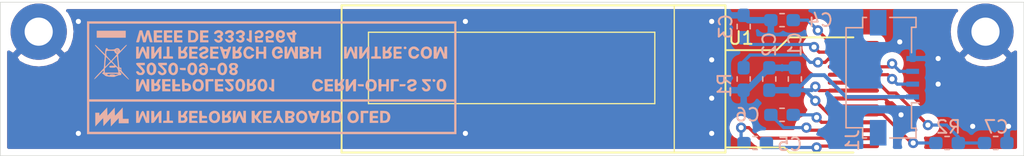
<source format=kicad_pcb>
(kicad_pcb (version 20171130) (host pcbnew 5.1.6+dfsg1-1)

  (general
    (thickness 1.6)
    (drawings 15)
    (tracks 104)
    (zones 0)
    (modules 14)
    (nets 14)
  )

  (page A4)
  (title_block
    (title "Reform Status Display OLED")
    (date 2019-11-07)
    (rev D-1)
    (company "MNT Research GmbH")
    (comment 1 GPLv3+)
    (comment 2 https://mntre.com)
  )

  (layers
    (0 F.Cu signal)
    (31 B.Cu signal)
    (32 B.Adhes user)
    (33 F.Adhes user)
    (34 B.Paste user)
    (35 F.Paste user)
    (36 B.SilkS user)
    (37 F.SilkS user)
    (38 B.Mask user)
    (39 F.Mask user)
    (40 Dwgs.User user hide)
    (41 Cmts.User user)
    (42 Eco1.User user hide)
    (43 Eco2.User user hide)
    (44 Edge.Cuts user)
    (45 Margin user)
    (46 B.CrtYd user)
    (47 F.CrtYd user hide)
    (48 B.Fab user hide)
    (49 F.Fab user hide)
  )

  (setup
    (last_trace_width 0.25)
    (trace_clearance 0.2)
    (zone_clearance 0.508)
    (zone_45_only no)
    (trace_min 0.2)
    (via_size 0.8)
    (via_drill 0.4)
    (via_min_size 0.4)
    (via_min_drill 0.3)
    (uvia_size 0.3)
    (uvia_drill 0.1)
    (uvias_allowed no)
    (uvia_min_size 0.2)
    (uvia_min_drill 0.1)
    (edge_width 0.05)
    (segment_width 0.2)
    (pcb_text_width 0.3)
    (pcb_text_size 1.5 1.5)
    (mod_edge_width 0.12)
    (mod_text_size 1 1)
    (mod_text_width 0.15)
    (pad_size 1.524 1.524)
    (pad_drill 0.762)
    (pad_to_mask_clearance 0.051)
    (solder_mask_min_width 0.25)
    (aux_axis_origin 0 0)
    (visible_elements FFFFFF7F)
    (pcbplotparams
      (layerselection 0x010fc_ffffffff)
      (usegerberextensions false)
      (usegerberattributes false)
      (usegerberadvancedattributes false)
      (creategerberjobfile false)
      (excludeedgelayer true)
      (linewidth 0.100000)
      (plotframeref false)
      (viasonmask false)
      (mode 1)
      (useauxorigin false)
      (hpglpennumber 1)
      (hpglpenspeed 20)
      (hpglpendiameter 15.000000)
      (psnegative false)
      (psa4output false)
      (plotreference true)
      (plotvalue true)
      (plotinvisibletext false)
      (padsonsilk false)
      (subtractmaskfromsilk false)
      (outputformat 1)
      (mirror false)
      (drillshape 0)
      (scaleselection 1)
      (outputdirectory "reform2-oled-r1-gerbers"))
  )

  (net 0 "")
  (net 1 GND)
  (net 2 +3V3)
  (net 3 "Net-(C3-Pad1)")
  (net 4 "Net-(C4-Pad1)")
  (net 5 "Net-(C5-Pad2)")
  (net 6 "Net-(C5-Pad1)")
  (net 7 "Net-(C6-Pad2)")
  (net 8 "Net-(C6-Pad1)")
  (net 9 DISP_SCL)
  (net 10 DISP_SDA)
  (net 11 "Net-(R1-Pad1)")
  (net 12 "Net-(U1-Pad6)")
  (net 13 "Net-(C7-Pad1)")

  (net_class Default "This is the default net class."
    (clearance 0.2)
    (trace_width 0.25)
    (via_dia 0.8)
    (via_drill 0.4)
    (uvia_dia 0.3)
    (uvia_drill 0.1)
    (add_net +3V3)
    (add_net DISP_SCL)
    (add_net DISP_SDA)
    (add_net GND)
    (add_net "Net-(C3-Pad1)")
    (add_net "Net-(C4-Pad1)")
    (add_net "Net-(C5-Pad1)")
    (add_net "Net-(C5-Pad2)")
    (add_net "Net-(C6-Pad1)")
    (add_net "Net-(C6-Pad2)")
    (add_net "Net-(C7-Pad1)")
    (add_net "Net-(R1-Pad1)")
    (add_net "Net-(U1-Pad6)")
  )

  (module footprints-oled:reform2-oled-badge (layer B.Cu) (tedit 0) (tstamp 5F58479D)
    (at 124.6 94.4)
    (path /5F85DFE2)
    (fp_text reference GFX2 (at 0 0) (layer B.SilkS) hide
      (effects (font (size 1.524 1.524) (thickness 0.3)) (justify mirror))
    )
    (fp_text value BADGE (at 0.75 0) (layer B.SilkS) hide
      (effects (font (size 1.524 1.524) (thickness 0.3)) (justify mirror))
    )
    (fp_poly (pts (xy 14.449778 -4.402667) (xy -14.421555 -4.402667) (xy -14.421555 1.693333) (xy -14.252222 1.693333)
      (xy -14.252222 -4.233334) (xy 14.280445 -4.233334) (xy 14.280445 1.693333) (xy -14.252222 1.693333)
      (xy -14.421555 1.693333) (xy -14.421555 4.233333) (xy -14.252222 4.233333) (xy -14.252222 1.862666)
      (xy 14.280445 1.862666) (xy 14.280445 4.233333) (xy -14.252222 4.233333) (xy -14.421555 4.233333)
      (xy -14.421555 4.402666) (xy 14.449778 4.402666) (xy 14.449778 -4.402667)) (layer B.SilkS) (width 0.01))
    (fp_poly (pts (xy -3.998053 -2.770369) (xy -3.897609 -2.836781) (xy -3.882257 -2.85357) (xy -3.822365 -2.95509)
      (xy -3.81839 -3.050427) (xy -3.870344 -3.138938) (xy -3.876767 -3.145555) (xy -3.943533 -3.212321)
      (xy -3.862655 -3.272117) (xy -3.796143 -3.34939) (xy -3.777552 -3.438626) (xy -3.80293 -3.52954)
      (xy -3.868321 -3.611851) (xy -3.969772 -3.675275) (xy -4.025117 -3.694632) (xy -4.108341 -3.715716)
      (xy -4.166118 -3.720517) (xy -4.226993 -3.70921) (xy -4.2723 -3.69614) (xy -4.367592 -3.650048)
      (xy -4.443134 -3.581752) (xy -4.483991 -3.506225) (xy -4.487333 -3.480525) (xy -4.475514 -3.431431)
      (xy -4.42937 -3.41537) (xy -4.411541 -3.414889) (xy -4.335651 -3.434087) (xy -4.271911 -3.474861)
      (xy -4.192286 -3.522065) (xy -4.106707 -3.531609) (xy -4.034972 -3.502819) (xy -4.016812 -3.483578)
      (xy -3.985794 -3.411593) (xy -4.008384 -3.355536) (xy -4.083662 -3.31676) (xy -4.138672 -3.304612)
      (xy -4.210576 -3.287293) (xy -4.2416 -3.258679) (xy -4.247444 -3.216855) (xy -4.237434 -3.166755)
      (xy -4.196659 -3.141575) (xy -4.151589 -3.132667) (xy -4.076923 -3.109249) (xy -4.026422 -3.07168)
      (xy -4.024734 -3.069167) (xy -4.009042 -3.006525) (xy -4.035352 -2.955149) (xy -4.089399 -2.921777)
      (xy -4.156921 -2.913146) (xy -4.223657 -2.935993) (xy -4.252489 -2.961577) (xy -4.328964 -3.010031)
      (xy -4.394828 -3.019778) (xy -4.459036 -3.015502) (xy -4.482208 -2.995381) (xy -4.467423 -2.948475)
      (xy -4.432133 -2.88726) (xy -4.350251 -2.802585) (xy -4.240116 -2.754236) (xy -4.117469 -2.743176)
      (xy -3.998053 -2.770369)) (layer B.SilkS) (width 0.01))
    (fp_poly (pts (xy -3.19681 -2.756267) (xy -3.08402 -2.80715) (xy -3.045855 -2.838389) (xy -2.97984 -2.930373)
      (xy -2.962016 -3.026002) (xy -2.992896 -3.113301) (xy -3.032373 -3.154654) (xy -3.101412 -3.208961)
      (xy -3.018262 -3.270436) (xy -2.949929 -3.350611) (xy -2.931981 -3.446019) (xy -2.964435 -3.546411)
      (xy -3.017607 -3.614616) (xy -3.08194 -3.667183) (xy -3.139801 -3.695781) (xy -3.151662 -3.697497)
      (xy -3.224696 -3.703585) (xy -3.259667 -3.709336) (xy -3.325514 -3.710674) (xy -3.408774 -3.69838)
      (xy -3.414442 -3.697052) (xy -3.505144 -3.656473) (xy -3.582943 -3.589781) (xy -3.631845 -3.513046)
      (xy -3.640667 -3.46976) (xy -3.618704 -3.428311) (xy -3.564974 -3.412626) (xy -3.497714 -3.422289)
      (xy -3.435161 -3.456882) (xy -3.417707 -3.474861) (xy -3.355473 -3.518753) (xy -3.278187 -3.531872)
      (xy -3.203587 -3.517159) (xy -3.149413 -3.47756) (xy -3.132667 -3.42756) (xy -3.157804 -3.367039)
      (xy -3.220883 -3.320667) (xy -3.303404 -3.302001) (xy -3.304016 -3.302) (xy -3.363032 -3.294534)
      (xy -3.384423 -3.260132) (xy -3.386667 -3.219122) (xy -3.378892 -3.160183) (xy -3.343848 -3.134677)
      (xy -3.297791 -3.127399) (xy -3.225311 -3.106339) (xy -3.17799 -3.069167) (xy -3.162369 -3.006489)
      (xy -3.188739 -2.955102) (xy -3.242832 -2.921745) (xy -3.31038 -2.913157) (xy -3.377114 -2.936074)
      (xy -3.405822 -2.961577) (xy -3.482327 -3.010039) (xy -3.548242 -3.019778) (xy -3.640828 -3.019778)
      (xy -3.604573 -2.930925) (xy -3.537829 -2.835283) (xy -3.438058 -2.772709) (xy -3.319604 -2.745579)
      (xy -3.19681 -2.756267)) (layer B.SilkS) (width 0.01))
    (fp_poly (pts (xy -2.347165 -2.75063) (xy -2.346881 -2.750692) (xy -2.241527 -2.79465) (xy -2.165021 -2.866485)
      (xy -2.122224 -2.953997) (xy -2.117996 -3.044987) (xy -2.157198 -3.127254) (xy -2.185879 -3.15479)
      (xy -2.255092 -3.209233) (xy -2.185118 -3.246682) (xy -2.118903 -3.31159) (xy -2.085091 -3.408077)
      (xy -2.085242 -3.485445) (xy -2.122803 -3.568973) (xy -2.200589 -3.643511) (xy -2.302685 -3.694219)
      (xy -2.312126 -3.696997) (xy -2.390457 -3.716864) (xy -2.446839 -3.721069) (xy -2.507529 -3.708235)
      (xy -2.582333 -3.682822) (xy -2.691115 -3.626842) (xy -2.765162 -3.553008) (xy -2.793938 -3.472002)
      (xy -2.794 -3.468207) (xy -2.772001 -3.427744) (xy -2.718227 -3.412718) (xy -2.651008 -3.422582)
      (xy -2.588676 -3.456788) (xy -2.571041 -3.474861) (xy -2.505546 -3.52181) (xy -2.42716 -3.533544)
      (xy -2.353141 -3.513842) (xy -2.300749 -3.466487) (xy -2.286 -3.412426) (xy -2.311537 -3.355483)
      (xy -2.378771 -3.315842) (xy -2.467589 -3.302) (xy -2.519641 -3.292979) (xy -2.53839 -3.254381)
      (xy -2.54 -3.219122) (xy -2.532225 -3.160183) (xy -2.497182 -3.134677) (xy -2.451124 -3.127399)
      (xy -2.368152 -3.101815) (xy -2.322208 -3.052102) (xy -2.32177 -2.989367) (xy -2.331324 -2.970389)
      (xy -2.387945 -2.923322) (xy -2.460739 -2.912585) (xy -2.526024 -2.939152) (xy -2.545459 -2.961587)
      (xy -2.593205 -3.003013) (xy -2.657833 -3.021827) (xy -2.719916 -3.017537) (xy -2.760029 -2.989647)
      (xy -2.765778 -2.967182) (xy -2.739891 -2.888827) (xy -2.671372 -2.820907) (xy -2.573936 -2.770509)
      (xy -2.461296 -2.744721) (xy -2.347165 -2.75063)) (layer B.SilkS) (width 0.01))
    (fp_poly (pts (xy -0.677333 -2.935111) (xy -1.100667 -2.935111) (xy -1.100667 -3.034882) (xy -1.097369 -3.099355)
      (xy -1.081628 -3.118842) (xy -1.046078 -3.105438) (xy -0.939217 -3.077184) (xy -0.82979 -3.095441)
      (xy -0.731986 -3.152818) (xy -0.659995 -3.241925) (xy -0.63223 -3.320952) (xy -0.632983 -3.448691)
      (xy -0.679323 -3.55819) (xy -0.76159 -3.642788) (xy -0.870129 -3.695829) (xy -0.995281 -3.710653)
      (xy -1.12739 -3.680602) (xy -1.143575 -3.673515) (xy -1.222445 -3.622133) (xy -1.283333 -3.555859)
      (xy -1.315622 -3.489435) (xy -1.311026 -3.440996) (xy -1.265878 -3.414897) (xy -1.197811 -3.42154)
      (xy -1.126466 -3.456595) (xy -1.090038 -3.489718) (xy -1.033236 -3.540996) (xy -0.976421 -3.550719)
      (xy -0.951096 -3.545829) (xy -0.871473 -3.500136) (xy -0.829318 -3.422018) (xy -0.830489 -3.342519)
      (xy -0.874065 -3.265869) (xy -0.950002 -3.231171) (xy -1.048516 -3.242831) (xy -1.050434 -3.243492)
      (xy -1.142118 -3.265834) (xy -1.221787 -3.273778) (xy -1.306263 -3.273778) (xy -1.288131 -3.100305)
      (xy -1.278237 -2.992506) (xy -1.271652 -2.89559) (xy -1.27 -2.846305) (xy -1.27 -2.765778)
      (xy -0.677333 -2.765778) (xy -0.677333 -2.935111)) (layer B.SilkS) (width 0.01))
    (fp_poly (pts (xy 0.164152 -2.843389) (xy 0.156848 -2.883505) (xy 0.138008 -2.907336) (xy 0.095004 -2.919963)
      (xy 0.015202 -2.926466) (xy -0.049389 -2.929292) (xy -0.172523 -2.93894) (xy -0.240191 -2.955619)
      (xy -0.254385 -2.971625) (xy -0.261619 -3.02439) (xy -0.272626 -3.07237) (xy -0.280638 -3.118774)
      (xy -0.259204 -3.121224) (xy -0.231762 -3.107647) (xy -0.11577 -3.073152) (xy -0.002684 -3.08628)
      (xy 0.095286 -3.139922) (xy 0.165933 -3.226968) (xy 0.197049 -3.340309) (xy 0.197556 -3.357675)
      (xy 0.187285 -3.454426) (xy 0.16202 -3.541816) (xy 0.156553 -3.553426) (xy 0.086728 -3.63219)
      (xy -0.018815 -3.686094) (xy -0.142694 -3.709422) (xy -0.267529 -3.69646) (xy -0.273391 -3.694784)
      (xy -0.359207 -3.650095) (xy -0.431703 -3.579477) (xy -0.474535 -3.500925) (xy -0.479778 -3.467527)
      (xy -0.457933 -3.427517) (xy -0.405963 -3.412417) (xy -0.344217 -3.421871) (xy -0.293041 -3.45552)
      (xy -0.282401 -3.471) (xy -0.223684 -3.529298) (xy -0.144643 -3.547835) (xy -0.067619 -3.522516)
      (xy -0.055307 -3.512638) (xy -0.005784 -3.438384) (xy -0.001255 -3.359848) (xy -0.033416 -3.29032)
      (xy -0.093963 -3.24309) (xy -0.174595 -3.231449) (xy -0.222911 -3.244368) (xy -0.310371 -3.26639)
      (xy -0.385022 -3.26889) (xy -0.432577 -3.260012) (xy -0.455264 -3.237349) (xy -0.460563 -3.185417)
      (xy -0.457663 -3.118556) (xy -0.449391 -3.009032) (xy -0.438187 -2.902614) (xy -0.434015 -2.871611)
      (xy -0.418372 -2.765778) (xy 0.173083 -2.765778) (xy 0.164152 -2.843389)) (layer B.SilkS) (width 0.01))
    (fp_poly (pts (xy 0.81678 -2.756591) (xy 0.913212 -2.805944) (xy 0.992179 -2.873986) (xy 1.038284 -2.949089)
      (xy 1.044222 -2.983724) (xy 1.021241 -3.011791) (xy 0.964286 -3.019289) (xy 0.89134 -3.007707)
      (xy 0.820383 -2.978533) (xy 0.797923 -2.963334) (xy 0.740702 -2.924055) (xy 0.701301 -2.906916)
      (xy 0.700467 -2.906889) (xy 0.655101 -2.92892) (xy 0.601518 -2.981783) (xy 0.55636 -3.045638)
      (xy 0.53627 -3.100642) (xy 0.536222 -3.102705) (xy 0.539671 -3.138434) (xy 0.559982 -3.144835)
      (xy 0.612103 -3.123732) (xy 0.63186 -3.114369) (xy 0.757854 -3.079678) (xy 0.870646 -3.095555)
      (xy 0.961676 -3.156314) (xy 1.022387 -3.25627) (xy 1.044222 -3.388302) (xy 1.037152 -3.483499)
      (xy 1.008909 -3.550988) (xy 0.961252 -3.606407) (xy 0.884709 -3.665229) (xy 0.802415 -3.703839)
      (xy 0.788391 -3.707355) (xy 0.72068 -3.719836) (xy 0.675287 -3.720527) (xy 0.621279 -3.707809)
      (xy 0.583807 -3.696644) (xy 0.471148 -3.642009) (xy 0.393827 -3.553453) (xy 0.348975 -3.425776)
      (xy 0.346125 -3.393629) (xy 0.551401 -3.393629) (xy 0.562617 -3.452415) (xy 0.614622 -3.526847)
      (xy 0.687699 -3.553788) (xy 0.768144 -3.529884) (xy 0.795056 -3.509293) (xy 0.83793 -3.442321)
      (xy 0.84272 -3.36711) (xy 0.816852 -3.297388) (xy 0.767755 -3.246887) (xy 0.702856 -3.229337)
      (xy 0.65165 -3.244197) (xy 0.57722 -3.30941) (xy 0.551401 -3.393629) (xy 0.346125 -3.393629)
      (xy 0.333723 -3.253779) (xy 0.333686 -3.243359) (xy 0.35289 -3.065853) (xy 0.407973 -2.921656)
      (xy 0.495144 -2.815756) (xy 0.61061 -2.75314) (xy 0.718278 -2.737556) (xy 0.81678 -2.756591)) (layer B.SilkS) (width 0.01))
    (fp_poly (pts (xy -9.872838 -2.768632) (xy -9.838532 -2.786364) (xy -9.816871 -2.832732) (xy -9.796982 -2.913945)
      (xy -9.769052 -3.028064) (xy -9.73387 -3.15876) (xy -9.712846 -3.231445) (xy -9.662043 -3.400778)
      (xy -9.596649 -3.113865) (xy -9.567529 -2.991212) (xy -9.540854 -2.887957) (xy -9.520166 -2.817339)
      (xy -9.511143 -2.794412) (xy -9.472061 -2.774933) (xy -9.402887 -2.770117) (xy -9.392473 -2.77088)
      (xy -9.293913 -2.779889) (xy -9.423568 -3.238467) (xy -9.553222 -3.697044) (xy -9.654981 -3.697078)
      (xy -9.75674 -3.697111) (xy -9.838242 -3.414889) (xy -9.87337 -3.298383) (xy -9.904264 -3.205278)
      (xy -9.926996 -3.146883) (xy -9.936268 -3.132667) (xy -9.950185 -3.158047) (xy -9.974791 -3.226621)
      (xy -10.006252 -3.327039) (xy -10.031611 -3.414889) (xy -10.110431 -3.697111) (xy -10.315971 -3.697111)
      (xy -10.439369 -3.266722) (xy -10.482378 -3.11739) (xy -10.520594 -2.985962) (xy -10.551037 -2.882586)
      (xy -10.570728 -2.817411) (xy -10.57607 -2.801056) (xy -10.565035 -2.776732) (xy -10.504863 -2.766393)
      (xy -10.474552 -2.765778) (xy -10.427411 -2.765957) (xy -10.392814 -2.77191) (xy -10.366533 -2.791755)
      (xy -10.344342 -2.833614) (xy -10.322016 -2.905608) (xy -10.295327 -3.015856) (xy -10.260049 -3.17248)
      (xy -10.257898 -3.182056) (xy -10.234815 -3.280356) (xy -10.2159 -3.352835) (xy -10.204734 -3.385932)
      (xy -10.203887 -3.386667) (xy -10.194064 -3.361127) (xy -10.173438 -3.291752) (xy -10.145117 -3.189413)
      (xy -10.115127 -3.076222) (xy -10.034399 -2.765778) (xy -9.932357 -2.765778) (xy -9.872838 -2.768632)) (layer B.SilkS) (width 0.01))
    (fp_poly (pts (xy -8.551333 -2.935111) (xy -8.974667 -2.935111) (xy -8.974667 -3.132667) (xy -8.579555 -3.132667)
      (xy -8.579555 -3.302) (xy -8.974667 -3.302) (xy -8.974667 -3.527778) (xy -8.551333 -3.527778)
      (xy -8.551333 -3.697111) (xy -9.200444 -3.697111) (xy -9.200444 -2.765778) (xy -8.551333 -2.765778)
      (xy -8.551333 -2.935111)) (layer B.SilkS) (width 0.01))
    (fp_poly (pts (xy -7.761111 -2.935111) (xy -8.184444 -2.935111) (xy -8.184444 -3.132667) (xy -7.789333 -3.132667)
      (xy -7.789333 -3.302) (xy -8.184444 -3.302) (xy -8.184444 -3.527778) (xy -7.761111 -3.527778)
      (xy -7.761111 -3.697111) (xy -8.410222 -3.697111) (xy -8.410222 -2.765778) (xy -7.761111 -2.765778)
      (xy -7.761111 -2.935111)) (layer B.SilkS) (width 0.01))
    (fp_poly (pts (xy -6.970889 -2.935111) (xy -7.394222 -2.935111) (xy -7.394222 -3.132667) (xy -6.999111 -3.132667)
      (xy -6.999111 -3.302) (xy -7.394222 -3.302) (xy -7.394222 -3.527778) (xy -6.970889 -3.527778)
      (xy -6.970889 -3.697111) (xy -7.62 -3.697111) (xy -7.62 -2.765778) (xy -6.970889 -2.765778)
      (xy -6.970889 -2.935111)) (layer B.SilkS) (width 0.01))
    (fp_poly (pts (xy -6.237525 -2.770189) (xy -5.955718 -2.779889) (xy -5.850023 -2.88564) (xy -5.794567 -2.944891)
      (xy -5.761912 -2.99688) (xy -5.74491 -3.060783) (xy -5.736412 -3.155778) (xy -5.734312 -3.196085)
      (xy -5.731385 -3.310058) (xy -5.738595 -3.387408) (xy -5.759559 -3.447581) (xy -5.790766 -3.499556)
      (xy -5.869512 -3.591067) (xy -5.967137 -3.651496) (xy -6.094838 -3.685302) (xy -6.263813 -3.696947)
      (xy -6.2865 -3.697067) (xy -6.519333 -3.697111) (xy -6.519333 -2.935111) (xy -6.321778 -2.935111)
      (xy -6.321778 -3.527778) (xy -6.224328 -3.527778) (xy -6.134168 -3.518263) (xy -6.056902 -3.495895)
      (xy -5.982115 -3.432134) (xy -5.939516 -3.328162) (xy -5.932148 -3.192103) (xy -5.934363 -3.168591)
      (xy -5.964746 -3.049497) (xy -6.027458 -2.974837) (xy -6.128195 -2.939564) (xy -6.197904 -2.935111)
      (xy -6.321778 -2.935111) (xy -6.519333 -2.935111) (xy -6.519333 -2.760489) (xy -6.237525 -2.770189)) (layer B.SilkS) (width 0.01))
    (fp_poly (pts (xy -4.938889 -2.935111) (xy -5.362222 -2.935111) (xy -5.362222 -3.132667) (xy -4.967111 -3.132667)
      (xy -4.967111 -3.302) (xy -5.362222 -3.302) (xy -5.362222 -3.527778) (xy -4.938889 -3.527778)
      (xy -4.938889 -3.697111) (xy -5.588 -3.697111) (xy -5.588 -2.765778) (xy -4.938889 -2.765778)
      (xy -4.938889 -2.935111)) (layer B.SilkS) (width 0.01))
    (fp_poly (pts (xy -1.552222 -3.697111) (xy -1.749778 -3.697111) (xy -1.749778 -3.021175) (xy -1.822171 -3.048699)
      (xy -1.897176 -3.072066) (xy -1.934521 -3.063843) (xy -1.946701 -3.018323) (xy -1.947333 -2.991556)
      (xy -1.935307 -2.925202) (xy -1.903717 -2.906889) (xy -1.855442 -2.888143) (xy -1.795777 -2.842403)
      (xy -1.789545 -2.836334) (xy -1.703176 -2.779526) (xy -1.635606 -2.765778) (xy -1.552222 -2.765778)
      (xy -1.552222 -3.697111)) (layer B.SilkS) (width 0.01))
    (fp_poly (pts (xy 1.834445 -3.05882) (xy 1.835295 -3.190864) (xy 1.839137 -3.277031) (xy 1.847907 -3.327877)
      (xy 1.86354 -3.353958) (xy 1.887972 -3.365832) (xy 1.890889 -3.366622) (xy 1.937608 -3.403316)
      (xy 1.947333 -3.45458) (xy 1.935108 -3.511217) (xy 1.89217 -3.527772) (xy 1.890889 -3.527778)
      (xy 1.849573 -3.541083) (xy 1.835027 -3.590589) (xy 1.834445 -3.612445) (xy 1.828771 -3.669707)
      (xy 1.800253 -3.692905) (xy 1.737541 -3.697111) (xy 1.670577 -3.691016) (xy 1.640889 -3.663614)
      (xy 1.631708 -3.6195) (xy 1.624817 -3.580436) (xy 1.607136 -3.556775) (xy 1.566483 -3.543923)
      (xy 1.490676 -3.537286) (xy 1.404056 -3.533646) (xy 1.185333 -3.525404) (xy 1.185333 -3.443349)
      (xy 1.202733 -3.375343) (xy 1.220705 -3.337278) (xy 1.411201 -3.337278) (xy 1.436194 -3.350535)
      (xy 1.498735 -3.357906) (xy 1.524 -3.358445) (xy 1.636889 -3.358445) (xy 1.636709 -2.977445)
      (xy 1.524 -3.146778) (xy 1.46867 -3.232631) (xy 1.428435 -3.300257) (xy 1.411331 -3.336086)
      (xy 1.411201 -3.337278) (xy 1.220705 -3.337278) (xy 1.253477 -3.267867) (xy 1.335386 -3.125314)
      (xy 1.373801 -3.063536) (xy 1.562269 -2.765778) (xy 1.834445 -2.765778) (xy 1.834445 -3.05882)) (layer B.SilkS) (width 0.01))
    (fp_poly (pts (xy -11.401778 -3.668889) (xy -13.659555 -3.668889) (xy -13.659555 -3.132667) (xy -11.401778 -3.132667)
      (xy -11.401778 -3.668889)) (layer B.SilkS) (width 0.01))
    (fp_poly (pts (xy -11.166301 0.106129) (xy -11.217352 0.039467) (xy -11.294156 -0.051383) (xy -11.389939 -0.158259)
      (xy -11.444111 -0.216518) (xy -11.557247 -0.337396) (xy -11.637184 -0.426062) (xy -11.689679 -0.491147)
      (xy -11.720491 -0.541285) (xy -11.735377 -0.585108) (xy -11.740096 -0.631249) (xy -11.740444 -0.660772)
      (xy -11.742882 -0.739867) (xy -11.756517 -0.777697) (xy -11.790836 -0.789416) (xy -11.821475 -0.790222)
      (xy -11.850049 -0.790284) (xy -11.872181 -0.794988) (xy -11.889433 -0.811112) (xy -11.903366 -0.845433)
      (xy -11.915542 -0.904728) (xy -11.927523 -0.995776) (xy -11.940869 -1.125353) (xy -11.957142 -1.300237)
      (xy -11.969059 -1.430807) (xy -12.00311 -1.80328) (xy -11.66011 -2.16025) (xy -11.548765 -2.277518)
      (xy -11.452511 -2.381542) (xy -11.377677 -2.465263) (xy -11.330591 -2.521627) (xy -11.317111 -2.542722)
      (xy -11.325164 -2.56493) (xy -11.352299 -2.558364) (xy -11.40298 -2.519594) (xy -11.481669 -2.445188)
      (xy -11.592831 -2.331716) (xy -11.596124 -2.328287) (xy -11.826472 -2.088351) (xy -11.855124 -2.163709)
      (xy -11.89361 -2.233503) (xy -11.932054 -2.275747) (xy -12.017103 -2.309089) (xy -12.116467 -2.305477)
      (xy -12.203338 -2.266621) (xy -12.21372 -2.257778) (xy -12.25055 -2.230738) (xy -12.299215 -2.213849)
      (xy -12.372793 -2.204871) (xy -12.484363 -2.201567) (xy -12.543598 -2.201334) (xy -12.668534 -2.202179)
      (xy -12.747483 -2.206175) (xy -12.790892 -2.215512) (xy -12.809211 -2.23238) (xy -12.812889 -2.257778)
      (xy -12.830728 -2.303131) (xy -12.878597 -2.314222) (xy -12.919797 -2.305969) (xy -12.947351 -2.272274)
      (xy -12.970498 -2.199737) (xy -12.977375 -2.170958) (xy -12.985641 -2.126464) (xy -12.163579 -2.126464)
      (xy -12.145714 -2.181628) (xy -12.143667 -2.183814) (xy -12.103025 -2.196176) (xy -12.051945 -2.195574)
      (xy -11.999343 -2.178238) (xy -11.981255 -2.131267) (xy -11.980333 -2.105632) (xy -11.997374 -2.029748)
      (xy -12.04 -1.987065) (xy -12.095463 -1.98712) (xy -12.119079 -2.001815) (xy -12.153359 -2.056601)
      (xy -12.163579 -2.126464) (xy -12.985641 -2.126464) (xy -12.997254 -2.063956) (xy -13.009045 -1.96014)
      (xy -13.010444 -1.924406) (xy -13.010444 -1.880414) (xy -12.925778 -1.880414) (xy -12.924653 -1.981221)
      (xy -12.914912 -2.048299) (xy -12.887009 -2.088515) (xy -12.831395 -2.108737) (xy -12.738524 -2.115832)
      (xy -12.598847 -2.116667) (xy -12.597317 -2.116667) (xy -12.463443 -2.115542) (xy -12.37569 -2.11107)
      (xy -12.323762 -2.101609) (xy -12.29736 -2.085515) (xy -12.287856 -2.067278) (xy -12.249181 -1.974823)
      (xy -12.197002 -1.920704) (xy -12.169066 -1.905596) (xy -12.116614 -1.871927) (xy -12.096711 -1.847471)
      (xy -12.110267 -1.816098) (xy -12.155816 -1.753121) (xy -12.226244 -1.66764) (xy -12.314436 -1.568754)
      (xy -12.315708 -1.567376) (xy -12.546409 -1.317781) (xy -12.736094 -1.525613) (xy -12.822834 -1.622115)
      (xy -12.878073 -1.690695) (xy -12.908906 -1.744619) (xy -12.922424 -1.797155) (xy -12.92572 -1.861568)
      (xy -12.925778 -1.880414) (xy -13.010444 -1.880414) (xy -13.010444 -1.821118) (xy -13.384767 -2.19467)
      (xy -13.524715 -2.33358) (xy -13.630014 -2.435914) (xy -13.705341 -2.505593) (xy -13.755369 -2.546532)
      (xy -13.784773 -2.562652) (xy -13.798228 -2.557869) (xy -13.800667 -2.543253) (xy -13.78194 -2.516138)
      (xy -13.729744 -2.455242) (xy -13.650056 -2.367154) (xy -13.548853 -2.258465) (xy -13.432111 -2.135768)
      (xy -13.415699 -2.118711) (xy -13.030732 -1.719139) (xy -13.095011 -0.889353) (xy -13.005405 -0.889353)
      (xy -13.002935 -0.965639) (xy -12.995974 -1.075309) (xy -12.985104 -1.206975) (xy -12.98489 -1.209321)
      (xy -12.972799 -1.345897) (xy -12.962927 -1.465162) (xy -12.956315 -1.554) (xy -12.954 -1.598597)
      (xy -12.939912 -1.610402) (xy -12.895963 -1.58325) (xy -12.81963 -1.515344) (xy -12.771947 -1.468935)
      (xy -12.589895 -1.288501) (xy -12.595052 -1.28278) (xy -12.474222 -1.28278) (xy -12.456322 -1.311765)
      (xy -12.409408 -1.367533) (xy -12.343657 -1.439566) (xy -12.26925 -1.517342) (xy -12.196363 -1.590344)
      (xy -12.135176 -1.648051) (xy -12.095868 -1.679943) (xy -12.087282 -1.68269) (xy -12.081612 -1.652953)
      (xy -12.071898 -1.576843) (xy -12.059266 -1.464195) (xy -12.044845 -1.324843) (xy -12.036426 -1.238991)
      (xy -12.022032 -1.088597) (xy -12.009769 -0.958979) (xy -12.000566 -0.860098) (xy -11.995355 -0.801914)
      (xy -11.994528 -0.790845) (xy -12.013101 -0.80416) (xy -12.063782 -0.850338) (xy -12.13891 -0.922185)
      (xy -12.230823 -1.01251) (xy -12.234333 -1.016) (xy -12.327541 -1.110947) (xy -12.403851 -1.192914)
      (xy -12.455374 -1.253127) (xy -12.474222 -1.28278) (xy -12.595052 -1.28278) (xy -12.789861 -1.066683)
      (xy -12.872772 -0.977118) (xy -12.94147 -0.907427) (xy -12.987682 -0.86572) (xy -13.002804 -0.857841)
      (xy -13.005405 -0.889353) (xy -13.095011 -0.889353) (xy -13.10588 -0.749057) (xy -13.219386 -0.621473)
      (xy -13.283572 -0.551148) (xy -13.375104 -0.453227) (xy -13.481917 -0.340521) (xy -13.591945 -0.225839)
      (xy -13.595002 -0.222676) (xy -13.69225 -0.118194) (xy -13.773113 -0.023971) (xy -13.830171 0.050794)
      (xy -13.856005 0.096904) (xy -13.856772 0.10188) (xy -13.83868 0.104243) (xy -13.784634 0.063757)
      (xy -13.694523 -0.019676) (xy -13.568239 -0.146155) (xy -13.491295 -0.225778) (xy -13.363799 -0.358491)
      (xy -13.27005 -0.454439) (xy -13.204834 -0.517698) (xy -13.162937 -0.552346) (xy -13.139147 -0.562459)
      (xy -13.128249 -0.552115) (xy -13.12503 -0.525389) (xy -13.124745 -0.512414) (xy -13.133352 -0.440879)
      (xy -13.167313 -0.40734) (xy -13.179778 -0.403289) (xy -13.19269 -0.395111) (xy -13.038667 -0.395111)
      (xy -13.038667 -0.712824) (xy -12.79367 -0.96319) (xy -12.698912 -1.058686) (xy -12.618316 -1.137394)
      (xy -12.560004 -1.191561) (xy -12.532096 -1.213433) (xy -12.531435 -1.213556) (xy -12.504043 -1.19497)
      (xy -12.450441 -1.146723) (xy -12.395432 -1.092543) (xy -12.3323 -1.025121) (xy -12.289228 -0.9732)
      (xy -12.276667 -0.951432) (xy -12.302502 -0.941526) (xy -12.370493 -0.934347) (xy -12.466362 -0.931349)
      (xy -12.474222 -0.931334) (xy -12.577434 -0.930296) (xy -12.636504 -0.924255) (xy -12.663733 -0.908818)
      (xy -12.671418 -0.879592) (xy -12.671778 -0.860778) (xy -12.669575 -0.826612) (xy -12.655517 -0.80576)
      (xy -12.618429 -0.794935) (xy -12.547136 -0.790852) (xy -12.431889 -0.790222) (xy -12.315064 -0.793344)
      (xy -12.232334 -0.801928) (xy -12.193633 -0.814807) (xy -12.192 -0.818445) (xy -12.177773 -0.846299)
      (xy -12.139904 -0.830644) (xy -12.085609 -0.775229) (xy -12.069823 -0.754945) (xy -12.034599 -0.689978)
      (xy -11.901163 -0.689978) (xy -11.893781 -0.704015) (xy -11.857707 -0.705556) (xy -11.80771 -0.68783)
      (xy -11.796889 -0.649111) (xy -11.800986 -0.603168) (xy -11.806626 -0.592667) (xy -11.830457 -0.611069)
      (xy -11.867444 -0.649111) (xy -11.901163 -0.689978) (xy -12.034599 -0.689978) (xy -12.022728 -0.668084)
      (xy -11.98819 -0.562173) (xy -11.981991 -0.529167) (xy -11.962764 -0.395111) (xy -13.038667 -0.395111)
      (xy -13.19269 -0.395111) (xy -13.221917 -0.3766) (xy -13.236043 -0.339337) (xy -13.217283 -0.312929)
      (xy -13.200944 -0.3102) (xy -13.161138 -0.2919) (xy -13.148291 -0.282222) (xy -13.024555 -0.282222)
      (xy -13.022318 -0.308229) (xy -13.01211 -0.310445) (xy -12.983371 -0.289958) (xy -12.982222 -0.282222)
      (xy -12.991851 -0.254734) (xy -12.994668 -0.254) (xy -12.841111 -0.254) (xy -12.838416 -0.275359)
      (xy -12.824841 -0.29052) (xy -12.79215 -0.300544) (xy -12.732109 -0.306487) (xy -12.636483 -0.30941)
      (xy -12.497036 -0.31037) (xy -12.402001 -0.310445) (xy -12.225496 -0.308769) (xy -12.09384 -0.303897)
      (xy -12.010632 -0.296063) (xy -11.979473 -0.285501) (xy -11.979853 -0.283) (xy -12.015492 -0.258497)
      (xy -12.084507 -0.229963) (xy -12.113579 -0.220572) (xy -12.191102 -0.201382) (xy -12.230137 -0.20441)
      (xy -12.241746 -0.219794) (xy -12.277718 -0.240725) (xy -12.366923 -0.252017) (xy -12.448352 -0.254)
      (xy -12.553588 -0.251762) (xy -12.613636 -0.24332) (xy -12.639636 -0.226088) (xy -12.643555 -0.208647)
      (xy -12.660387 -0.176772) (xy -12.688197 -0.180425) (xy -12.755693 -0.195465) (xy -12.786975 -0.197556)
      (xy -12.832479 -0.218615) (xy -12.841111 -0.254) (xy -12.994668 -0.254) (xy -13.018763 -0.273776)
      (xy -13.024555 -0.282222) (xy -13.148291 -0.282222) (xy -13.099766 -0.245667) (xy -13.06518 -0.214689)
      (xy -13.021513 -0.175587) (xy -12.99381 -0.156808) (xy -12.524813 -0.156808) (xy -12.490891 -0.161484)
      (xy -12.460111 -0.162216) (xy -12.402027 -0.159945) (xy -12.387036 -0.153549) (xy -12.396282 -0.149943)
      (xy -12.464056 -0.144686) (xy -12.509171 -0.149373) (xy -12.524813 -0.156808) (xy -12.99381 -0.156808)
      (xy -12.978745 -0.146596) (xy -12.926644 -0.125012) (xy -12.85498 -0.108129) (xy -12.75352 -0.093245)
      (xy -12.612032 -0.077654) (xy -12.507027 -0.067165) (xy -12.402074 -0.062028) (xy -12.312813 -0.066754)
      (xy -12.267138 -0.077217) (xy -12.146002 -0.129035) (xy -12.034286 -0.171335) (xy -11.944208 -0.199981)
      (xy -11.887988 -0.210842) (xy -11.877369 -0.209079) (xy -11.832986 -0.204313) (xy -11.796636 -0.211747)
      (xy -11.749426 -0.249785) (xy -11.740109 -0.308294) (xy -11.767168 -0.367338) (xy -11.811 -0.400246)
      (xy -11.857356 -0.434022) (xy -11.882328 -0.474154) (xy -11.877827 -0.50314) (xy -11.860796 -0.508)
      (xy -11.834991 -0.489014) (xy -11.776374 -0.436372) (xy -11.691827 -0.35655) (xy -11.588231 -0.256025)
      (xy -11.493907 -0.162701) (xy -11.382038 -0.053373) (xy -11.285226 0.036898) (xy -11.209771 0.102598)
      (xy -11.161969 0.138209) (xy -11.147778 0.140441) (xy -11.166301 0.106129)) (layer B.SilkS) (width 0.01))
    (fp_poly (pts (xy -5.111469 -1.509821) (xy -5.015891 -1.577137) (xy -4.996847 -1.599041) (xy -4.947569 -1.675841)
      (xy -4.945594 -1.723916) (xy -4.991861 -1.746736) (xy -5.037667 -1.749778) (xy -5.102953 -1.742515)
      (xy -5.13559 -1.724655) (xy -5.136444 -1.720857) (xy -5.161099 -1.687834) (xy -5.220794 -1.661659)
      (xy -5.294124 -1.649145) (xy -5.348028 -1.653501) (xy -5.412059 -1.688625) (xy -5.435368 -1.742062)
      (xy -5.411036 -1.797719) (xy -5.410337 -1.798425) (xy -5.362248 -1.827108) (xy -5.280635 -1.858953)
      (xy -5.220613 -1.876909) (xy -5.1211 -1.912372) (xy -5.034561 -1.958703) (xy -5.001379 -1.984903)
      (xy -4.94474 -2.077112) (xy -4.933715 -2.182476) (xy -4.965345 -2.285395) (xy -5.036673 -2.370273)
      (xy -5.079684 -2.397788) (xy -5.15577 -2.422109) (xy -5.256019 -2.437566) (xy -5.348347 -2.439994)
      (xy -5.376333 -2.436285) (xy -5.51653 -2.389469) (xy -5.607186 -2.320372) (xy -5.631664 -2.283426)
      (xy -5.668488 -2.195704) (xy -5.665816 -2.143555) (xy -5.621227 -2.119991) (xy -5.573889 -2.116667)
      (xy -5.508592 -2.123251) (xy -5.475962 -2.139439) (xy -5.475111 -2.142873) (xy -5.450518 -2.196862)
      (xy -5.389027 -2.23555) (xy -5.30907 -2.254795) (xy -5.229081 -2.250456) (xy -5.167491 -2.21839)
      (xy -5.162703 -2.213079) (xy -5.141427 -2.15666) (xy -5.17528 -2.104405) (xy -5.264738 -2.055833)
      (xy -5.346687 -2.027848) (xy -5.494514 -1.970452) (xy -5.590333 -1.900009) (xy -5.637724 -1.813258)
      (xy -5.644444 -1.756799) (xy -5.619753 -1.652601) (xy -5.553589 -1.569764) (xy -5.457815 -1.511177)
      (xy -5.344294 -1.479731) (xy -5.224891 -1.478316) (xy -5.111469 -1.509821)) (layer B.SilkS) (width 0.01))
    (fp_poly (pts (xy -1.668556 -1.482941) (xy -1.54018 -1.534208) (xy -1.535688 -1.537103) (xy -1.481048 -1.585833)
      (xy -1.423281 -1.655716) (xy -1.376545 -1.727349) (xy -1.354997 -1.781328) (xy -1.354772 -1.785056)
      (xy -1.379754 -1.798313) (xy -1.442288 -1.805684) (xy -1.467555 -1.806222) (xy -1.538253 -1.800409)
      (xy -1.577569 -1.785887) (xy -1.580444 -1.780016) (xy -1.604791 -1.723511) (xy -1.666565 -1.685335)
      (xy -1.74887 -1.668499) (xy -1.834807 -1.67601) (xy -1.907479 -1.710878) (xy -1.917537 -1.719982)
      (xy -1.968299 -1.802925) (xy -1.99621 -1.914113) (xy -1.995669 -2.028049) (xy -1.990681 -2.052981)
      (xy -1.943312 -2.158278) (xy -1.869782 -2.227807) (xy -1.78216 -2.257815) (xy -1.69252 -2.24455)
      (xy -1.612933 -2.184261) (xy -1.604204 -2.173111) (xy -1.528973 -2.105624) (xy -1.446045 -2.091033)
      (xy -1.385722 -2.114318) (xy -1.364226 -2.139051) (xy -1.372331 -2.179359) (xy -1.400832 -2.232832)
      (xy -1.494733 -2.340728) (xy -1.621626 -2.410806) (xy -1.768423 -2.437842) (xy -1.885677 -2.426293)
      (xy -2.006903 -2.372257) (xy -2.102476 -2.277169) (xy -2.168547 -2.152041) (xy -2.201268 -2.007884)
      (xy -2.19679 -1.855711) (xy -2.151263 -1.706532) (xy -2.143103 -1.689832) (xy -2.05951 -1.583658)
      (xy -1.942821 -1.511337) (xy -1.807637 -1.476541) (xy -1.668556 -1.482941)) (layer B.SilkS) (width 0.01))
    (fp_poly (pts (xy 0.589505 -1.491496) (xy 0.686635 -1.538002) (xy 0.774032 -1.609241) (xy 0.834728 -1.689388)
      (xy 0.851353 -1.735667) (xy 0.839544 -1.783763) (xy 0.793756 -1.804383) (xy 0.729398 -1.797381)
      (xy 0.661877 -1.762611) (xy 0.634437 -1.737726) (xy 0.549754 -1.678137) (xy 0.46903 -1.665111)
      (xy 0.363236 -1.689457) (xy 0.286033 -1.757648) (xy 0.242069 -1.862413) (xy 0.235994 -1.996483)
      (xy 0.239431 -2.024164) (xy 0.276688 -2.13107) (xy 0.344586 -2.209035) (xy 0.430833 -2.252349)
      (xy 0.523138 -2.255304) (xy 0.609211 -2.212191) (xy 0.620889 -2.201334) (xy 0.668763 -2.141307)
      (xy 0.665814 -2.105041) (xy 0.610917 -2.089528) (xy 0.578556 -2.088445) (xy 0.512191 -2.083725)
      (xy 0.48497 -2.059785) (xy 0.479778 -2.003778) (xy 0.479778 -1.919111) (xy 0.881878 -1.919111)
      (xy 0.868988 -2.074551) (xy 0.834096 -2.225183) (xy 0.758495 -2.339002) (xy 0.677333 -2.397766)
      (xy 0.577844 -2.428258) (xy 0.455895 -2.43746) (xy 0.342149 -2.423159) (xy 0.338667 -2.422198)
      (xy 0.204238 -2.357128) (xy 0.105207 -2.25094) (xy 0.045391 -2.109302) (xy 0.028222 -1.961445)
      (xy 0.051097 -1.798932) (xy 0.114675 -1.662444) (xy 0.211388 -1.558318) (xy 0.333665 -1.492891)
      (xy 0.473938 -1.472501) (xy 0.589505 -1.491496)) (layer B.SilkS) (width 0.01))
    (fp_poly (pts (xy 10.48761 -2.246091) (xy 10.537103 -2.286926) (xy 10.549053 -2.343095) (xy 10.545752 -2.35435)
      (xy 10.500131 -2.411595) (xy 10.433716 -2.434684) (xy 10.372885 -2.417381) (xy 10.333502 -2.361349)
      (xy 10.336074 -2.298187) (xy 10.375517 -2.249165) (xy 10.416416 -2.235184) (xy 10.48761 -2.246091)) (layer B.SilkS) (width 0.01))
    (fp_poly (pts (xy 11.218943 -1.48263) (xy 11.343432 -1.526783) (xy 11.369724 -1.54407) (xy 11.426135 -1.598947)
      (xy 11.478312 -1.671202) (xy 11.516092 -1.743466) (xy 11.529312 -1.79837) (xy 11.525863 -1.810939)
      (xy 11.481822 -1.835797) (xy 11.415272 -1.833126) (xy 11.350166 -1.807444) (xy 11.313879 -1.770945)
      (xy 11.263167 -1.699878) (xy 11.196777 -1.669801) (xy 11.138867 -1.665543) (xy 11.032241 -1.683221)
      (xy 10.960402 -1.741963) (xy 10.919343 -1.832183) (xy 10.89916 -1.962096) (xy 10.915052 -2.076296)
      (xy 10.95986 -2.168085) (xy 11.026424 -2.230766) (xy 11.107586 -2.257644) (xy 11.196184 -2.242021)
      (xy 11.285059 -2.177202) (xy 11.286541 -2.175625) (xy 11.346308 -2.121857) (xy 11.401032 -2.10569)
      (xy 11.453059 -2.112125) (xy 11.542834 -2.130778) (xy 11.493473 -2.228596) (xy 11.412483 -2.330856)
      (xy 11.296346 -2.403637) (xy 11.161496 -2.440384) (xy 11.024363 -2.434546) (xy 10.995923 -2.427021)
      (xy 10.885547 -2.368379) (xy 10.786214 -2.272261) (xy 10.735874 -2.195679) (xy 10.706378 -2.097205)
      (xy 10.696701 -1.969722) (xy 10.706287 -1.836859) (xy 10.734582 -1.722245) (xy 10.747699 -1.692893)
      (xy 10.831017 -1.58959) (xy 10.947492 -1.51768) (xy 11.081882 -1.480811) (xy 11.218943 -1.48263)) (layer B.SilkS) (width 0.01))
    (fp_poly (pts (xy 12.160857 -1.480605) (xy 12.302801 -1.529233) (xy 12.416884 -1.610624) (xy 12.489533 -1.717905)
      (xy 12.525187 -1.85954) (xy 12.530667 -1.963886) (xy 12.524018 -2.083433) (xy 12.500457 -2.170432)
      (xy 12.467167 -2.229843) (xy 12.355947 -2.352677) (xy 12.226822 -2.424165) (xy 12.084551 -2.442575)
      (xy 11.957299 -2.415366) (xy 11.838367 -2.357774) (xy 11.757416 -2.278551) (xy 11.697255 -2.160642)
      (xy 11.695217 -2.15535) (xy 11.658042 -1.995785) (xy 11.661625 -1.930046) (xy 11.876944 -1.930046)
      (xy 11.884318 -2.04948) (xy 11.921608 -2.153141) (xy 11.967089 -2.20771) (xy 12.057767 -2.250413)
      (xy 12.156529 -2.250382) (xy 12.241383 -2.208059) (xy 12.247727 -2.202051) (xy 12.302811 -2.114141)
      (xy 12.329295 -2.001814) (xy 12.327202 -1.883996) (xy 12.296556 -1.779614) (xy 12.247096 -1.714789)
      (xy 12.161535 -1.674077) (xy 12.064655 -1.668496) (xy 11.979792 -1.69767) (xy 11.953979 -1.719492)
      (xy 11.899995 -1.813746) (xy 11.876944 -1.930046) (xy 11.661625 -1.930046) (xy 11.666198 -1.846182)
      (xy 11.713226 -1.7132) (xy 11.792665 -1.603494) (xy 11.898057 -1.523722) (xy 12.022941 -1.48054)
      (xy 12.160857 -1.480605)) (layer B.SilkS) (width 0.01))
    (fp_poly (pts (xy -10.323607 -1.509889) (xy -10.206526 -1.798841) (xy -10.158166 -1.914987) (xy -10.116594 -2.008902)
      (xy -10.086673 -2.069968) (xy -10.074009 -2.088118) (xy -10.057837 -2.063781) (xy -10.025574 -1.99744)
      (xy -9.982051 -1.899518) (xy -9.936876 -1.792111) (xy -9.815178 -1.495778) (xy -9.567333 -1.495778)
      (xy -9.567333 -2.427111) (xy -9.762914 -2.427111) (xy -9.770957 -2.143028) (xy -9.779 -1.858944)
      (xy -9.891889 -2.143824) (xy -9.942761 -2.269579) (xy -9.979854 -2.351332) (xy -10.009061 -2.397984)
      (xy -10.036278 -2.418437) (xy -10.067398 -2.421592) (xy -10.075333 -2.420852) (xy -10.108952 -2.411125)
      (xy -10.139402 -2.384154) (xy -10.172347 -2.330873) (xy -10.213449 -2.242216) (xy -10.26533 -2.116667)
      (xy -10.384772 -1.820334) (xy -10.385275 -2.123722) (xy -10.385778 -2.427111) (xy -10.583333 -2.427111)
      (xy -10.583333 -1.492685) (xy -10.323607 -1.509889)) (layer B.SilkS) (width 0.01))
    (fp_poly (pts (xy -9.257286 -1.498591) (xy -9.220395 -1.512246) (xy -9.181737 -1.54457) (xy -9.133308 -1.603389)
      (xy -9.067102 -1.696528) (xy -9.011136 -1.778604) (xy -8.819444 -2.061429) (xy -8.811402 -1.778604)
      (xy -8.803359 -1.495778) (xy -8.607778 -1.495778) (xy -8.607778 -2.430688) (xy -8.697555 -2.421844)
      (xy -8.740792 -2.412443) (xy -8.781925 -2.388044) (xy -8.829084 -2.340467) (xy -8.890398 -2.261528)
      (xy -8.972721 -2.144889) (xy -9.158111 -1.876778) (xy -9.166189 -2.151945) (xy -9.174266 -2.427111)
      (xy -9.398 -2.427111) (xy -9.398 -1.495778) (xy -9.300413 -1.495778) (xy -9.257286 -1.498591)) (layer B.SilkS) (width 0.01))
    (fp_poly (pts (xy -7.704667 -1.580445) (xy -7.70775 -1.630565) (xy -7.726705 -1.655559) (xy -7.776094 -1.664161)
      (xy -7.845778 -1.665111) (xy -7.986889 -1.665111) (xy -7.986889 -2.427111) (xy -8.184444 -2.427111)
      (xy -8.184444 -1.665111) (xy -8.325555 -1.665111) (xy -8.40909 -1.663262) (xy -8.450745 -1.651888)
      (xy -8.465082 -1.622255) (xy -8.466667 -1.580445) (xy -8.466667 -1.495778) (xy -7.704667 -1.495778)
      (xy -7.704667 -1.580445)) (layer B.SilkS) (width 0.01))
    (fp_poly (pts (xy -6.884735 -1.496639) (xy -6.800911 -1.501396) (xy -6.745631 -1.513312) (xy -6.704947 -1.535649)
      (xy -6.664908 -1.571667) (xy -6.658273 -1.578274) (xy -6.591257 -1.681966) (xy -6.571502 -1.801857)
      (xy -6.599355 -1.922755) (xy -6.648582 -2.001303) (xy -6.721386 -2.087826) (xy -6.634471 -2.239737)
      (xy -6.588886 -2.322062) (xy -6.557416 -2.383968) (xy -6.547555 -2.40938) (xy -6.572507 -2.420705)
      (xy -6.634369 -2.426548) (xy -6.653389 -2.426776) (xy -6.711483 -2.423207) (xy -6.752871 -2.405513)
      (xy -6.790638 -2.362538) (xy -6.83787 -2.283131) (xy -6.852051 -2.257443) (xy -6.90803 -2.163185)
      (xy -6.952204 -2.11083) (xy -6.994396 -2.090148) (xy -7.014329 -2.088445) (xy -7.052828 -2.092174)
      (xy -7.073615 -2.112191) (xy -7.082121 -2.161738) (xy -7.083777 -2.254058) (xy -7.083778 -2.257778)
      (xy -7.083778 -2.427111) (xy -7.281333 -2.427111) (xy -7.281333 -1.665111) (xy -7.083778 -1.665111)
      (xy -7.083778 -1.919111) (xy -6.956173 -1.919111) (xy -6.872348 -1.914035) (xy -6.825537 -1.89346)
      (xy -6.798047 -1.852126) (xy -6.780269 -1.766848) (xy -6.812103 -1.705189) (xy -6.890317 -1.670935)
      (xy -6.957771 -1.665111) (xy -7.083778 -1.665111) (xy -7.281333 -1.665111) (xy -7.281333 -1.495778)
      (xy -7.011051 -1.495778) (xy -6.884735 -1.496639)) (layer B.SilkS) (width 0.01))
    (fp_poly (pts (xy -5.790736 -1.573389) (xy -5.797628 -1.612453) (xy -5.815309 -1.636114) (xy -5.855962 -1.648966)
      (xy -5.931768 -1.655604) (xy -6.018389 -1.659243) (xy -6.237111 -1.667486) (xy -6.237111 -1.860194)
      (xy -6.0325 -1.868486) (xy -5.926881 -1.873819) (xy -5.865058 -1.882479) (xy -5.834407 -1.899471)
      (xy -5.822305 -1.929802) (xy -5.819081 -1.953117) (xy -5.816628 -1.992388) (xy -5.828225 -2.01574)
      (xy -5.865397 -2.02811) (xy -5.939663 -2.034438) (xy -6.016637 -2.037784) (xy -6.223 -2.046111)
      (xy -6.231759 -2.151945) (xy -6.240518 -2.257778) (xy -5.785555 -2.257778) (xy -5.785555 -2.427111)
      (xy -6.434667 -2.427111) (xy -6.434667 -1.495778) (xy -5.781806 -1.495778) (xy -5.790736 -1.573389)) (layer B.SilkS) (width 0.01))
    (fp_poly (pts (xy -4.153848 -1.573389) (xy -4.160739 -1.612453) (xy -4.17842 -1.636114) (xy -4.219073 -1.648966)
      (xy -4.294879 -1.655604) (xy -4.3815 -1.659243) (xy -4.600222 -1.667486) (xy -4.600222 -1.860194)
      (xy -4.395611 -1.868486) (xy -4.289992 -1.873819) (xy -4.228169 -1.882479) (xy -4.197518 -1.899471)
      (xy -4.185416 -1.929802) (xy -4.182193 -1.953117) (xy -4.179739 -1.992388) (xy -4.191336 -2.01574)
      (xy -4.228508 -2.02811) (xy -4.302775 -2.034438) (xy -4.379748 -2.037784) (xy -4.586111 -2.046111)
      (xy -4.59487 -2.151945) (xy -4.603629 -2.257778) (xy -4.148667 -2.257778) (xy -4.148667 -2.427111)
      (xy -4.797778 -2.427111) (xy -4.797778 -1.495778) (xy -4.144917 -1.495778) (xy -4.153848 -1.573389)) (layer B.SilkS) (width 0.01))
    (fp_poly (pts (xy -3.601435 -1.502017) (xy -3.463425 -1.509889) (xy -3.313737 -1.933222) (xy -3.262545 -2.079962)
      (xy -3.218683 -2.209425) (xy -3.185429 -2.31164) (xy -3.16606 -2.376635) (xy -3.162469 -2.393537)
      (xy -3.183014 -2.418498) (xy -3.250994 -2.422826) (xy -3.265827 -2.421759) (xy -3.338641 -2.4088)
      (xy -3.376709 -2.375166) (xy -3.396909 -2.321278) (xy -3.413669 -2.271128) (xy -3.437616 -2.243701)
      (xy -3.483808 -2.23214) (xy -3.567303 -2.229589) (xy -3.598333 -2.229556) (xy -3.694538 -2.230846)
      (xy -3.749357 -2.239286) (xy -3.77785 -2.261735) (xy -3.795075 -2.305048) (xy -3.799767 -2.321278)
      (xy -3.823054 -2.380767) (xy -3.860809 -2.409289) (xy -3.932994 -2.420816) (xy -3.943052 -2.421585)
      (xy -4.060182 -2.43017) (xy -3.918331 -2.016198) (xy -3.693548 -2.016198) (xy -3.677805 -2.048236)
      (xy -3.63364 -2.059287) (xy -3.598333 -2.060222) (xy -3.527334 -2.051099) (xy -3.501707 -2.026011)
      (xy -3.501743 -2.024945) (xy -3.511873 -1.979581) (xy -3.535379 -1.90225) (xy -3.553351 -1.849204)
      (xy -3.602772 -1.708741) (xy -3.649942 -1.847176) (xy -3.683413 -1.952677) (xy -3.693548 -2.016198)
      (xy -3.918331 -2.016198) (xy -3.739444 -1.494144) (xy -3.601435 -1.502017)) (layer B.SilkS) (width 0.01))
    (fp_poly (pts (xy -2.621558 -1.502003) (xy -2.505511 -1.523678) (xy -2.426271 -1.565305) (xy -2.374557 -1.631382)
      (xy -2.34588 -1.708045) (xy -2.331265 -1.832754) (xy -2.366179 -1.939295) (xy -2.415358 -2.003788)
      (xy -2.480615 -2.074353) (xy -2.292139 -2.427111) (xy -2.409014 -2.427031) (xy -2.473478 -2.424329)
      (xy -2.516615 -2.408676) (xy -2.55269 -2.368587) (xy -2.595967 -2.292577) (xy -2.610555 -2.264753)
      (xy -2.67259 -2.161078) (xy -2.726488 -2.106034) (xy -2.758722 -2.093537) (xy -2.79375 -2.092558)
      (xy -2.812778 -2.110559) (xy -2.820652 -2.159929) (xy -2.822222 -2.253053) (xy -2.822222 -2.427111)
      (xy -3.048 -2.427111) (xy -3.048 -1.665111) (xy -2.822222 -1.665111) (xy -2.822222 -1.919111)
      (xy -2.714978 -1.919111) (xy -2.63596 -1.910687) (xy -2.579602 -1.889944) (xy -2.573867 -1.885245)
      (xy -2.545591 -1.830223) (xy -2.54 -1.792111) (xy -2.560455 -1.717595) (xy -2.623808 -1.676076)
      (xy -2.714978 -1.665111) (xy -2.822222 -1.665111) (xy -3.048 -1.665111) (xy -3.048 -1.495778)
      (xy -2.783695 -1.495778) (xy -2.621558 -1.502003)) (layer B.SilkS) (width 0.01))
    (fp_poly (pts (xy -1.016 -1.862667) (xy -0.620889 -1.862667) (xy -0.620889 -1.495778) (xy -0.423333 -1.495778)
      (xy -0.423333 -2.427111) (xy -0.620889 -2.427111) (xy -0.620889 -2.032) (xy -1.016 -2.032)
      (xy -1.016 -2.427111) (xy -1.213555 -2.427111) (xy -1.213555 -1.495778) (xy -1.016 -1.495778)
      (xy -1.016 -1.862667)) (layer B.SilkS) (width 0.01))
    (fp_poly (pts (xy 2.060222 -2.427111) (xy 1.836488 -2.427111) (xy 1.828411 -2.152785) (xy 1.820333 -1.878458)
      (xy 1.711305 -2.154351) (xy 1.661501 -2.277689) (xy 1.625245 -2.357126) (xy 1.596461 -2.401684)
      (xy 1.569072 -2.420385) (xy 1.537004 -2.42225) (xy 1.531299 -2.421622) (xy 1.497553 -2.41166)
      (xy 1.46733 -2.384747) (xy 1.43499 -2.331719) (xy 1.394894 -2.243413) (xy 1.343994 -2.117257)
      (xy 1.227667 -1.821514) (xy 1.219656 -2.124313) (xy 1.211646 -2.427111) (xy 1.016 -2.427111)
      (xy 1.016 -1.495778) (xy 1.150056 -1.495957) (xy 1.284111 -1.496136) (xy 1.40754 -1.808722)
      (xy 1.530968 -2.121307) (xy 1.579021 -2.013154) (xy 1.613602 -1.932021) (xy 1.65884 -1.821529)
      (xy 1.705186 -1.705018) (xy 1.706996 -1.700389) (xy 1.786918 -1.495778) (xy 2.060222 -1.495778)
      (xy 2.060222 -2.427111)) (layer B.SilkS) (width 0.01))
    (fp_poly (pts (xy 2.615762 -1.496788) (xy 2.703313 -1.501526) (xy 2.760551 -1.512559) (xy 2.800534 -1.532449)
      (xy 2.836324 -1.563761) (xy 2.837616 -1.565051) (xy 2.895325 -1.655982) (xy 2.906889 -1.721556)
      (xy 2.880506 -1.820609) (xy 2.837616 -1.878061) (xy 2.798992 -1.923246) (xy 2.791943 -1.946496)
      (xy 2.795283 -1.947334) (xy 2.851636 -1.972603) (xy 2.900323 -2.036788) (xy 2.930426 -2.122453)
      (xy 2.935111 -2.170603) (xy 2.924293 -2.257547) (xy 2.882374 -2.322727) (xy 2.848279 -2.354047)
      (xy 2.804022 -2.38777) (xy 2.758966 -2.40916) (xy 2.699159 -2.420995) (xy 2.610654 -2.426053)
      (xy 2.48139 -2.427111) (xy 2.201333 -2.427111) (xy 2.201333 -2.260871) (xy 2.427111 -2.260871)
      (xy 2.558276 -2.252269) (xy 2.666111 -2.232844) (xy 2.720409 -2.194278) (xy 2.7377 -2.129261)
      (xy 2.703801 -2.078453) (xy 2.623076 -2.046072) (xy 2.558276 -2.037509) (xy 2.427111 -2.028908)
      (xy 2.427111 -2.260871) (xy 2.201333 -2.260871) (xy 2.201333 -1.762266) (xy 2.427111 -1.762266)
      (xy 2.430639 -1.827237) (xy 2.452236 -1.855599) (xy 2.508428 -1.86251) (xy 2.536544 -1.862667)
      (xy 2.625867 -1.850386) (xy 2.682937 -1.818132) (xy 2.683074 -1.817968) (xy 2.705369 -1.76072)
      (xy 2.677413 -1.712523) (xy 2.605345 -1.679891) (xy 2.544181 -1.670544) (xy 2.470249 -1.667363)
      (xy 2.436671 -1.68088) (xy 2.427512 -1.72358) (xy 2.427111 -1.762266) (xy 2.201333 -1.762266)
      (xy 2.201333 -1.495778) (xy 2.484838 -1.495778) (xy 2.615762 -1.496788)) (layer B.SilkS) (width 0.01))
    (fp_poly (pts (xy 3.273778 -1.862667) (xy 3.668889 -1.862667) (xy 3.668889 -1.495778) (xy 3.866445 -1.495778)
      (xy 3.866445 -2.427111) (xy 3.668889 -2.427111) (xy 3.668889 -2.032) (xy 3.273778 -2.032)
      (xy 3.273778 -2.427111) (xy 3.076222 -2.427111) (xy 3.076222 -1.495778) (xy 3.273778 -1.495778)
      (xy 3.273778 -1.862667)) (layer B.SilkS) (width 0.01))
    (fp_poly (pts (xy 5.935881 -1.509889) (xy 6.062935 -1.815903) (xy 6.189988 -2.121918) (xy 6.440532 -1.495778)
      (xy 6.688667 -1.495778) (xy 6.688667 -2.427111) (xy 6.491111 -2.427111) (xy 6.489524 -2.137834)
      (xy 6.487937 -1.848556) (xy 6.371441 -2.139207) (xy 6.319517 -2.2663) (xy 6.28172 -2.349384)
      (xy 6.252211 -2.397245) (xy 6.225154 -2.418668) (xy 6.19471 -2.42244) (xy 6.183925 -2.421429)
      (xy 6.150091 -2.411448) (xy 6.119458 -2.384312) (xy 6.086335 -2.33094) (xy 6.045028 -2.242251)
      (xy 5.992882 -2.116667) (xy 5.87286 -1.820334) (xy 5.871541 -2.123722) (xy 5.870222 -2.427111)
      (xy 5.672667 -2.427111) (xy 5.672667 -1.492685) (xy 5.935881 -1.509889)) (layer B.SilkS) (width 0.01))
    (fp_poly (pts (xy 6.998806 -1.498585) (xy 7.035801 -1.512136) (xy 7.074803 -1.544125) (xy 7.123762 -1.602247)
      (xy 7.190629 -1.694198) (xy 7.252202 -1.782601) (xy 7.450667 -2.069424) (xy 7.450667 -1.495778)
      (xy 7.648222 -1.495778) (xy 7.648222 -2.427111) (xy 7.565263 -2.427111) (xy 7.526791 -2.42227)
      (xy 7.489568 -2.402684) (xy 7.44614 -2.360755) (xy 7.389055 -2.288889) (xy 7.310858 -2.179488)
      (xy 7.283041 -2.139472) (xy 7.083778 -1.851833) (xy 7.083778 -2.427111) (xy 6.858 -2.427111)
      (xy 6.858 -1.495778) (xy 6.955868 -1.495778) (xy 6.998806 -1.498585)) (layer B.SilkS) (width 0.01))
    (fp_poly (pts (xy 8.551333 -1.580445) (xy 8.54825 -1.630565) (xy 8.529295 -1.655559) (xy 8.479906 -1.664161)
      (xy 8.410222 -1.665111) (xy 8.269111 -1.665111) (xy 8.269111 -2.427111) (xy 8.071556 -2.427111)
      (xy 8.071556 -1.665111) (xy 7.930445 -1.665111) (xy 7.84691 -1.663262) (xy 7.805255 -1.651888)
      (xy 7.790918 -1.622255) (xy 7.789333 -1.580445) (xy 7.789333 -1.495778) (xy 8.551333 -1.495778)
      (xy 8.551333 -1.580445)) (layer B.SilkS) (width 0.01))
    (fp_poly (pts (xy 9.050636 -1.499522) (xy 9.156068 -1.509462) (xy 9.228671 -1.523661) (xy 9.24009 -1.527911)
      (xy 9.306183 -1.582594) (xy 9.362123 -1.670253) (xy 9.394578 -1.767507) (xy 9.398 -1.804834)
      (xy 9.382307 -1.88428) (xy 9.343614 -1.966236) (xy 9.294501 -2.02726) (xy 9.270499 -2.042398)
      (xy 9.251131 -2.058283) (xy 9.252726 -2.090827) (xy 9.278317 -2.150565) (xy 9.328328 -2.243374)
      (xy 9.43108 -2.427111) (xy 9.317673 -2.427111) (xy 9.256135 -2.42433) (xy 9.21355 -2.40861)
      (xy 9.176426 -2.368889) (xy 9.131272 -2.294102) (xy 9.111174 -2.257778) (xy 9.053123 -2.161156)
      (xy 9.006752 -2.107967) (xy 8.963476 -2.088959) (xy 8.954041 -2.088445) (xy 8.918472 -2.092994)
      (xy 8.899261 -2.115419) (xy 8.891431 -2.168879) (xy 8.89 -2.257778) (xy 8.89 -2.427111)
      (xy 8.692445 -2.427111) (xy 8.692445 -1.665111) (xy 8.89 -1.665111) (xy 8.89 -1.792111)
      (xy 8.89216 -1.870148) (xy 8.906417 -1.907102) (xy 8.94444 -1.918331) (xy 8.98647 -1.919111)
      (xy 9.066366 -1.914241) (xy 9.126253 -1.902475) (xy 9.127581 -1.901981) (xy 9.160706 -1.863185)
      (xy 9.171419 -1.79738) (xy 9.158374 -1.729924) (xy 9.138356 -1.698978) (xy 9.089385 -1.676685)
      (xy 9.012453 -1.665439) (xy 8.997245 -1.665111) (xy 8.89 -1.665111) (xy 8.692445 -1.665111)
      (xy 8.692445 -1.495778) (xy 8.931005 -1.495778) (xy 9.050636 -1.499522)) (layer B.SilkS) (width 0.01))
    (fp_poly (pts (xy 10.16 -1.665111) (xy 9.736667 -1.665111) (xy 9.736667 -1.862667) (xy 10.131778 -1.862667)
      (xy 10.131778 -2.032) (xy 9.736667 -2.032) (xy 9.736667 -2.257778) (xy 10.16 -2.257778)
      (xy 10.16 -2.427111) (xy 9.539111 -2.427111) (xy 9.539111 -1.495778) (xy 10.16 -1.495778)
      (xy 10.16 -1.665111)) (layer B.SilkS) (width 0.01))
    (fp_poly (pts (xy 13.06797 -1.808982) (xy 13.190706 -2.122187) (xy 13.250919 -1.985371) (xy 13.295015 -1.881681)
      (xy 13.345725 -1.757434) (xy 13.379367 -1.672167) (xy 13.447602 -1.495778) (xy 13.716 -1.495778)
      (xy 13.716 -2.427111) (xy 13.520354 -2.427111) (xy 13.512344 -2.124313) (xy 13.504333 -1.821514)
      (xy 13.388006 -2.117257) (xy 13.335191 -2.247954) (xy 13.295535 -2.334594) (xy 13.263397 -2.38634)
      (xy 13.23314 -2.412356) (xy 13.200701 -2.421622) (xy 13.16738 -2.421536) (xy 13.13967 -2.405996)
      (xy 13.111493 -2.36598) (xy 13.076774 -2.292465) (xy 13.029437 -2.17643) (xy 13.020695 -2.154351)
      (xy 12.911667 -1.878458) (xy 12.903589 -2.152785) (xy 12.895512 -2.427111) (xy 12.671778 -2.427111)
      (xy 12.671778 -1.495778) (xy 12.945235 -1.495778) (xy 13.06797 -1.808982)) (layer B.SilkS) (width 0.01))
    (fp_poly (pts (xy -9.348845 -0.205299) (xy -9.214382 -0.24517) (xy -9.113162 -0.330602) (xy -9.045396 -0.461385)
      (xy -9.028463 -0.522922) (xy -9.008999 -0.696165) (xy -9.027342 -0.856089) (xy -9.080053 -0.992696)
      (xy -9.16369 -1.095991) (xy -9.242489 -1.144698) (xy -9.344684 -1.178413) (xy -9.428607 -1.178309)
      (xy -9.52178 -1.143564) (xy -9.537105 -1.135901) (xy -9.642197 -1.065049) (xy -9.710346 -0.972865)
      (xy -9.748152 -0.847526) (xy -9.759935 -0.736613) (xy -9.758639 -0.702391) (xy -9.558656 -0.702391)
      (xy -9.545022 -0.823621) (xy -9.508952 -0.923572) (xy -9.480632 -0.96159) (xy -9.424139 -1.006177)
      (xy -9.374769 -1.00727) (xy -9.315097 -0.963451) (xy -9.297939 -0.946727) (xy -9.257247 -0.896258)
      (xy -9.236224 -0.836391) (xy -9.229013 -0.747003) (xy -9.228667 -0.708676) (xy -9.233207 -0.603691)
      (xy -9.244905 -0.511624) (xy -9.255891 -0.468292) (xy -9.302972 -0.40688) (xy -9.373365 -0.375244)
      (xy -9.444936 -0.380974) (xy -9.468792 -0.395308) (xy -9.520156 -0.469806) (xy -9.550239 -0.57831)
      (xy -9.558656 -0.702391) (xy -9.758639 -0.702391) (xy -9.752839 -0.549278) (xy -9.70998 -0.399108)
      (xy -9.63374 -0.289179) (xy -9.526499 -0.222567) (xy -9.390636 -0.202347) (xy -9.348845 -0.205299)) (layer B.SilkS) (width 0.01))
    (fp_poly (pts (xy -7.582322 -0.21285) (xy -7.468044 -0.268083) (xy -7.383055 -0.366544) (xy -7.33045 -0.504097)
      (xy -7.313324 -0.676606) (xy -7.316557 -0.747946) (xy -7.331376 -0.855775) (xy -7.354953 -0.950092)
      (xy -7.377254 -1.001489) (xy -7.473015 -1.102733) (xy -7.592468 -1.161334) (xy -7.722255 -1.17341)
      (xy -7.844818 -1.137295) (xy -7.95436 -1.049446) (xy -8.027643 -0.918461) (xy -8.062304 -0.765385)
      (xy -8.062723 -0.678616) (xy -7.845778 -0.678616) (xy -7.843231 -0.788529) (xy -7.83261 -0.859468)
      (xy -7.809447 -0.908787) (xy -7.776822 -0.94641) (xy -7.701666 -0.994941) (xy -7.632178 -0.988753)
      (xy -7.57294 -0.929562) (xy -7.540136 -0.857829) (xy -7.517088 -0.743557) (xy -7.51915 -0.625165)
      (xy -7.542675 -0.515726) (xy -7.584015 -0.428313) (xy -7.639523 -0.375998) (xy -7.677095 -0.366889)
      (xy -7.757559 -0.388584) (xy -7.811449 -0.455279) (xy -7.840073 -0.569394) (xy -7.845778 -0.678616)
      (xy -8.062723 -0.678616) (xy -8.063157 -0.589018) (xy -8.024063 -0.438135) (xy -7.948964 -0.319246)
      (xy -7.841804 -0.238858) (xy -7.722796 -0.204983) (xy -7.582322 -0.21285)) (layer B.SilkS) (width 0.01))
    (fp_poly (pts (xy -6.057003 -0.228008) (xy -6.030622 -0.239324) (xy -5.934149 -0.314214) (xy -5.865381 -0.425868)
      (xy -5.82501 -0.561487) (xy -5.813728 -0.708273) (xy -5.832226 -0.853429) (xy -5.881197 -0.984157)
      (xy -5.961331 -1.087659) (xy -5.983773 -1.105921) (xy -6.10617 -1.163831) (xy -6.239298 -1.171743)
      (xy -6.35 -1.137295) (xy -6.450637 -1.055971) (xy -6.522597 -0.938457) (xy -6.56449 -0.79797)
      (xy -6.574815 -0.649333) (xy -6.359685 -0.649333) (xy -6.351411 -0.763622) (xy -6.328489 -0.869006)
      (xy -6.293193 -0.950448) (xy -6.247799 -0.992911) (xy -6.241377 -0.994762) (xy -6.152622 -0.993801)
      (xy -6.085125 -0.955918) (xy -6.070161 -0.934864) (xy -6.036021 -0.832141) (xy -6.023638 -0.709364)
      (xy -6.031686 -0.584544) (xy -6.058835 -0.475692) (xy -6.103759 -0.400818) (xy -6.109947 -0.395247)
      (xy -6.174724 -0.373679) (xy -6.250128 -0.389796) (xy -6.311914 -0.436896) (xy -6.323184 -0.454184)
      (xy -6.351035 -0.541174) (xy -6.359685 -0.649333) (xy -6.574815 -0.649333) (xy -6.574927 -0.647731)
      (xy -6.552522 -0.500956) (xy -6.495885 -0.370864) (xy -6.437994 -0.299522) (xy -6.324441 -0.227462)
      (xy -6.192358 -0.202873) (xy -6.057003 -0.228008)) (layer B.SilkS) (width 0.01))
    (fp_poly (pts (xy -3.722354 -0.217717) (xy -3.671348 -0.238617) (xy -3.579616 -0.315689) (xy -3.515326 -0.429319)
      (xy -3.478928 -0.566495) (xy -3.470873 -0.714203) (xy -3.491609 -0.85943) (xy -3.541588 -0.989161)
      (xy -3.62126 -1.090385) (xy -3.641328 -1.106453) (xy -3.758854 -1.1606) (xy -3.891255 -1.171915)
      (xy -3.999944 -1.144837) (xy -4.097112 -1.07228) (xy -4.168493 -0.961758) (xy -4.212661 -0.826224)
      (xy -4.218613 -0.769639) (xy -4.00683 -0.769639) (xy -4.002785 -0.840626) (xy -3.98716 -0.888025)
      (xy -3.956442 -0.928173) (xy -3.941598 -0.943412) (xy -3.865075 -0.99398) (xy -3.795168 -0.989567)
      (xy -3.735796 -0.931573) (xy -3.701909 -0.857829) (xy -3.678656 -0.743812) (xy -3.679988 -0.625553)
      (xy -3.702399 -0.516133) (xy -3.742383 -0.428636) (xy -3.796433 -0.376143) (xy -3.833479 -0.366889)
      (xy -3.907015 -0.3807) (xy -3.956767 -0.427101) (xy -3.987057 -0.513541) (xy -4.002208 -0.647469)
      (xy -4.002809 -0.658728) (xy -4.00683 -0.769639) (xy -4.218613 -0.769639) (xy -4.228188 -0.67863)
      (xy -4.213649 -0.531928) (xy -4.167617 -0.39907) (xy -4.093295 -0.297361) (xy -3.984033 -0.228895)
      (xy -3.853577 -0.201399) (xy -3.722354 -0.217717)) (layer B.SilkS) (width 0.01))
    (fp_poly (pts (xy -10.145115 -0.214276) (xy -10.081579 -0.226983) (xy -10.033696 -0.257111) (xy -9.988352 -0.303834)
      (xy -9.929125 -0.38486) (xy -9.905062 -0.462977) (xy -9.918429 -0.546095) (xy -9.971496 -0.642123)
      (xy -10.066529 -0.758972) (xy -10.141975 -0.839611) (xy -10.285072 -0.987778) (xy -9.906 -0.987778)
      (xy -9.906 -1.157111) (xy -10.244667 -1.157111) (xy -10.38741 -1.156678) (xy -10.483105 -1.154236)
      (xy -10.541148 -1.148075) (xy -10.570934 -1.136485) (xy -10.581859 -1.117755) (xy -10.583333 -1.095448)
      (xy -10.562072 -1.044005) (xy -10.500283 -0.960442) (xy -10.400955 -0.848581) (xy -10.343444 -0.788637)
      (xy -10.250572 -0.690547) (xy -10.174435 -0.604075) (xy -10.122832 -0.538507) (xy -10.103559 -0.503132)
      (xy -10.103555 -0.502917) (xy -10.126193 -0.430738) (xy -10.182205 -0.385058) (xy -10.253735 -0.369774)
      (xy -10.322932 -0.388781) (xy -10.371303 -0.4445) (xy -10.411039 -0.492658) (xy -10.482834 -0.507913)
      (xy -10.491248 -0.508) (xy -10.561219 -0.492931) (xy -10.58392 -0.449527) (xy -10.55922 -0.380498)
      (xy -10.500982 -0.303834) (xy -10.450035 -0.252326) (xy -10.401348 -0.224679) (xy -10.334559 -0.213573)
      (xy -10.244667 -0.211667) (xy -10.145115 -0.214276)) (layer B.SilkS) (width 0.01))
    (fp_poly (pts (xy -8.471079 -0.207486) (xy -8.366184 -0.24377) (xy -8.28063 -0.308304) (xy -8.226126 -0.399233)
      (xy -8.212667 -0.482961) (xy -8.222974 -0.54878) (xy -8.258089 -0.620317) (xy -8.324299 -0.707314)
      (xy -8.427892 -0.819516) (xy -8.433715 -0.8255) (xy -8.5919 -0.987778) (xy -8.184444 -0.987778)
      (xy -8.184444 -1.157111) (xy -8.861778 -1.157111) (xy -8.862105 -1.0795) (xy -8.852733 -1.034114)
      (xy -8.819945 -0.97964) (xy -8.757287 -0.907786) (xy -8.658303 -0.810264) (xy -8.636327 -0.789529)
      (xy -8.517718 -0.671444) (xy -8.442868 -0.578925) (xy -8.408784 -0.505915) (xy -8.41247 -0.446359)
      (xy -8.444089 -0.400756) (xy -8.511754 -0.367053) (xy -8.589582 -0.372269) (xy -8.653272 -0.412446)
      (xy -8.669357 -0.437445) (xy -8.708294 -0.489429) (xy -8.773122 -0.507392) (xy -8.795752 -0.508)
      (xy -8.858964 -0.506028) (xy -8.884049 -0.490951) (xy -8.87691 -0.44903) (xy -8.84989 -0.381968)
      (xy -8.78472 -0.286694) (xy -8.692056 -0.227092) (xy -8.583606 -0.201308) (xy -8.471079 -0.207486)) (layer B.SilkS) (width 0.01))
    (fp_poly (pts (xy -5.272458 -0.203585) (xy -5.165514 -0.233661) (xy -5.062259 -0.315709) (xy -4.996684 -0.438706)
      (xy -4.968403 -0.603464) (xy -4.967111 -0.654191) (xy -4.983314 -0.845738) (xy -5.032037 -0.991263)
      (xy -5.113447 -1.091) (xy -5.227713 -1.145181) (xy -5.33075 -1.156111) (xy -5.426266 -1.147363)
      (xy -5.508627 -1.12666) (xy -5.528449 -1.117727) (xy -5.596561 -1.060221) (xy -5.650132 -0.981684)
      (xy -5.671667 -0.910167) (xy -5.650187 -0.881427) (xy -5.596866 -0.872981) (xy -5.53174 -0.882885)
      (xy -5.474847 -0.909195) (xy -5.453438 -0.931334) (xy -5.39563 -0.982349) (xy -5.324981 -0.988784)
      (xy -5.254978 -0.955989) (xy -5.199106 -0.889313) (xy -5.174683 -0.820766) (xy -5.155717 -0.724309)
      (xy -5.222916 -0.771377) (xy -5.295403 -0.802229) (xy -5.387942 -0.817938) (xy -5.405555 -0.818445)
      (xy -5.51875 -0.795498) (xy -5.603317 -0.734241) (xy -5.657405 -0.64605) (xy -5.679168 -0.542303)
      (xy -5.676847 -0.522111) (xy -5.475111 -0.522111) (xy -5.464785 -0.595188) (xy -5.441244 -0.643467)
      (xy -5.37898 -0.672455) (xy -5.299415 -0.672907) (xy -5.232468 -0.645987) (xy -5.221039 -0.634913)
      (xy -5.193196 -0.573931) (xy -5.185833 -0.522111) (xy -5.207634 -0.431654) (xy -5.268844 -0.378423)
      (xy -5.331811 -0.366889) (xy -5.417314 -0.385607) (xy -5.463888 -0.4439) (xy -5.475111 -0.522111)
      (xy -5.676847 -0.522111) (xy -5.666758 -0.434376) (xy -5.618327 -0.333644) (xy -5.532026 -0.251485)
      (xy -5.500613 -0.23325) (xy -5.394691 -0.203414) (xy -5.272458 -0.203585)) (layer B.SilkS) (width 0.01))
    (fp_poly (pts (xy -2.887504 -0.208794) (xy -2.775796 -0.246889) (xy -2.695324 -0.315708) (xy -2.681948 -0.337104)
      (xy -2.653211 -0.435362) (xy -2.66396 -0.531786) (xy -2.711479 -0.605681) (xy -2.717879 -0.610831)
      (xy -2.782868 -0.659853) (xy -2.699064 -0.734732) (xy -2.629999 -0.827075) (xy -2.615476 -0.926714)
      (xy -2.655721 -1.025587) (xy -2.689775 -1.065715) (xy -2.742986 -1.109342) (xy -2.805119 -1.133757)
      (xy -2.896158 -1.145486) (xy -2.941423 -1.147929) (xy -3.041617 -1.149416) (xy -3.122599 -1.145487)
      (xy -3.160889 -1.138666) (xy -3.2564 -1.076243) (xy -3.314547 -0.988897) (xy -3.332214 -0.890497)
      (xy -3.323911 -0.85988) (xy -3.130429 -0.85988) (xy -3.118201 -0.928325) (xy -3.070899 -0.985267)
      (xy -2.997308 -1.014771) (xy -2.977444 -1.016) (xy -2.905267 -0.997641) (xy -2.866571 -0.971651)
      (xy -2.823807 -0.900338) (xy -2.830755 -0.833737) (xy -2.88114 -0.783716) (xy -2.968685 -0.762142)
      (xy -2.977444 -0.762) (xy -3.050521 -0.772326) (xy -3.0988 -0.795867) (xy -3.130429 -0.85988)
      (xy -3.323911 -0.85988) (xy -3.306291 -0.794914) (xy -3.252563 -0.7302) (xy -3.174903 -0.665885)
      (xy -3.238452 -0.602336) (xy -3.293796 -0.513155) (xy -3.293924 -0.511154) (xy -3.093806 -0.511154)
      (xy -3.075918 -0.5507) (xy -3.014527 -0.586704) (xy -2.93919 -0.5867) (xy -2.879956 -0.551887)
      (xy -2.856486 -0.492529) (xy -2.855333 -0.446054) (xy -2.8731 -0.400608) (xy -2.920292 -0.378658)
      (xy -2.969438 -0.372298) (xy -3.040507 -0.371503) (xy -3.075617 -0.391689) (xy -3.092534 -0.436164)
      (xy -3.093806 -0.511154) (xy -3.293924 -0.511154) (xy -3.299996 -0.416505) (xy -3.260421 -0.325608)
      (xy -3.178444 -0.253684) (xy -3.145413 -0.2375) (xy -3.015644 -0.204604) (xy -2.887504 -0.208794)) (layer B.SilkS) (width 0.01))
    (fp_poly (pts (xy -6.716889 -0.762) (xy -7.172194 -0.762) (xy -7.163263 -0.684389) (xy -7.156372 -0.645325)
      (xy -7.138691 -0.621664) (xy -7.098038 -0.608812) (xy -7.022232 -0.602175) (xy -6.935611 -0.598535)
      (xy -6.716889 -0.590293) (xy -6.716889 -0.762)) (layer B.SilkS) (width 0.01))
    (fp_poly (pts (xy -4.374444 -0.762) (xy -4.829749 -0.762) (xy -4.820819 -0.684389) (xy -4.813928 -0.645325)
      (xy -4.796247 -0.621664) (xy -4.755594 -0.608812) (xy -4.679787 -0.602175) (xy -4.593167 -0.598535)
      (xy -4.374444 -0.590293) (xy -4.374444 -0.762)) (layer B.SilkS) (width 0.01))
    (fp_poly (pts (xy -2.314853 1.046828) (xy -2.244538 1.010031) (xy -2.197339 0.964287) (xy -2.114664 0.83122)
      (xy -2.072391 0.668251) (xy -2.073149 0.493594) (xy -2.11437 0.329635) (xy -2.18939 0.205657)
      (xy -2.293746 0.125269) (xy -2.422975 0.092078) (xy -2.554111 0.104869) (xy -2.659887 0.15823)
      (xy -2.742511 0.257124) (xy -2.797809 0.393928) (xy -2.818437 0.538767) (xy -2.619582 0.538767)
      (xy -2.59618 0.409835) (xy -2.545079 0.315912) (xy -2.538426 0.30887) (xy -2.48171 0.263979)
      (xy -2.43232 0.262642) (xy -2.37276 0.306236) (xy -2.355273 0.323273) (xy -2.314647 0.373619)
      (xy -2.293621 0.433302) (xy -2.286365 0.522391) (xy -2.286 0.561834) (xy -2.297471 0.717654)
      (xy -2.332476 0.823983) (xy -2.391902 0.88303) (xy -2.418976 0.893021) (xy -2.49796 0.887546)
      (xy -2.561342 0.832411) (xy -2.603557 0.733503) (xy -2.61249 0.688382) (xy -2.619582 0.538767)
      (xy -2.818437 0.538767) (xy -2.821606 0.561015) (xy -2.822222 0.59455) (xy -2.803982 0.773899)
      (xy -2.750336 0.912098) (xy -2.662896 1.007294) (xy -2.543272 1.057633) (xy -2.414676 1.06353)
      (xy -2.314853 1.046828)) (layer B.SilkS) (width 0.01))
    (fp_poly (pts (xy -0.589687 1.052283) (xy -0.538681 1.031383) (xy -0.446949 0.954311) (xy -0.382659 0.840681)
      (xy -0.346262 0.703505) (xy -0.338206 0.555797) (xy -0.358943 0.41057) (xy -0.408922 0.280839)
      (xy -0.488594 0.179615) (xy -0.508662 0.163547) (xy -0.626187 0.1094) (xy -0.758589 0.098085)
      (xy -0.867277 0.125163) (xy -0.964445 0.19772) (xy -1.035826 0.308242) (xy -1.079994 0.443776)
      (xy -1.09236 0.561324) (xy -0.874889 0.561324) (xy -0.870876 0.458167) (xy -0.854933 0.391002)
      (xy -0.821205 0.339706) (xy -0.805616 0.323273) (xy -0.741067 0.268838) (xy -0.69086 0.259644)
      (xy -0.63757 0.294273) (xy -0.622923 0.30841) (xy -0.574815 0.389629) (xy -0.549348 0.501886)
      (xy -0.546136 0.626753) (xy -0.564794 0.745801) (xy -0.604936 0.840603) (xy -0.634763 0.874692)
      (xy -0.700657 0.897376) (xy -0.774168 0.87968) (xy -0.833163 0.829191) (xy -0.847665 0.801708)
      (xy -0.862672 0.734083) (xy -0.87256 0.635558) (xy -0.874889 0.561324) (xy -1.09236 0.561324)
      (xy -1.095522 0.59137) (xy -1.080983 0.738072) (xy -1.03495 0.87093) (xy -0.960628 0.972639)
      (xy -0.851367 1.041105) (xy -0.72091 1.068601) (xy -0.589687 1.052283)) (layer B.SilkS) (width 0.01))
    (fp_poly (pts (xy 13.421659 1.036631) (xy 13.522044 0.970218) (xy 13.599874 0.860748) (xy 13.645019 0.722928)
      (xy 13.65807 0.571411) (xy 13.639617 0.420848) (xy 13.590251 0.285893) (xy 13.510562 0.181197)
      (xy 13.48956 0.164079) (xy 13.376792 0.110926) (xy 13.24937 0.097036) (xy 13.137445 0.122903)
      (xy 13.033387 0.190217) (xy 12.961678 0.288253) (xy 12.925799 0.378059) (xy 12.904733 0.498276)
      (xy 12.904811 0.51188) (xy 13.11425 0.51188) (xy 13.131269 0.390857) (xy 13.132312 0.386834)
      (xy 13.175844 0.310659) (xy 13.244433 0.273967) (xy 13.320947 0.278744) (xy 13.388256 0.326974)
      (xy 13.406763 0.355033) (xy 13.429747 0.432208) (xy 13.440959 0.540628) (xy 13.440219 0.657135)
      (xy 13.427348 0.758568) (xy 13.410289 0.809599) (xy 13.350724 0.873717) (xy 13.276191 0.893118)
      (xy 13.202812 0.870195) (xy 13.146706 0.807343) (xy 13.131801 0.768241) (xy 13.114411 0.649376)
      (xy 13.11425 0.51188) (xy 12.904811 0.51188) (xy 12.905549 0.639443) (xy 12.926169 0.777573)
      (xy 12.964515 0.888674) (xy 12.971054 0.900494) (xy 13.057206 0.995746) (xy 13.170747 1.051416)
      (xy 13.297094 1.06566) (xy 13.421659 1.036631)) (layer B.SilkS) (width 0.01))
    (fp_poly (pts (xy -10.396134 1.063947) (xy -10.342572 1.042938) (xy -10.336527 1.037166) (xy -10.314826 0.99726)
      (xy -10.278442 0.917568) (xy -10.233076 0.810943) (xy -10.199015 0.727135) (xy -10.152404 0.613958)
      (xy -10.112277 0.523346) (xy -10.083653 0.466236) (xy -10.072736 0.451969) (xy -10.055433 0.476117)
      (xy -10.024573 0.540504) (xy -9.98613 0.632412) (xy -9.976821 0.656166) (xy -9.914882 0.813396)
      (xy -9.866699 0.92523) (xy -9.826794 0.99934) (xy -9.789691 1.0434) (xy -9.749913 1.065081)
      (xy -9.701982 1.072054) (xy -9.679649 1.072444) (xy -9.567333 1.072444) (xy -9.567333 0.112889)
      (xy -9.762914 0.112889) (xy -9.770957 0.402166) (xy -9.779 0.691444) (xy -9.891889 0.401098)
      (xy -9.942432 0.273752) (xy -9.979357 0.190609) (xy -10.008362 0.142835) (xy -10.035146 0.121596)
      (xy -10.065407 0.118058) (xy -10.073937 0.118875) (xy -10.107254 0.129247) (xy -10.138013 0.157796)
      (xy -10.171808 0.213525) (xy -10.21423 0.305434) (xy -10.263118 0.423333) (xy -10.38314 0.719666)
      (xy -10.384459 0.416278) (xy -10.385778 0.112889) (xy -10.583333 0.112889) (xy -10.583333 1.072444)
      (xy -10.4739 1.072444) (xy -10.396134 1.063947)) (layer B.SilkS) (width 0.01))
    (fp_poly (pts (xy -9.135477 1.055693) (xy -9.004773 1.051774) (xy -8.915774 1.041567) (xy -8.853854 1.022409)
      (xy -8.810922 0.996605) (xy -8.73019 0.904858) (xy -8.691557 0.790743) (xy -8.696261 0.670506)
      (xy -8.745541 0.560393) (xy -8.775037 0.525753) (xy -8.803406 0.494145) (xy -8.812712 0.463666)
      (xy -8.801005 0.41908) (xy -8.76634 0.34515) (xy -8.747055 0.306811) (xy -8.7046 0.220586)
      (xy -8.674725 0.155858) (xy -8.664222 0.127805) (xy -8.68921 0.118278) (xy -8.751287 0.113165)
      (xy -8.771922 0.112889) (xy -8.830921 0.115808) (xy -8.87103 0.132259) (xy -8.905101 0.17378)
      (xy -8.945989 0.25191) (xy -8.960555 0.282222) (xy -9.010812 0.378217) (xy -9.051704 0.43094)
      (xy -9.091956 0.450587) (xy -9.105447 0.451555) (xy -9.14192 0.446144) (xy -9.162437 0.421011)
      (xy -9.172953 0.362809) (xy -9.177869 0.289278) (xy -9.186333 0.127) (xy -9.292857 0.118199)
      (xy -9.399381 0.109399) (xy -9.391031 0.620889) (xy -9.172222 0.620889) (xy -9.064978 0.620889)
      (xy -8.98596 0.629313) (xy -8.929602 0.650056) (xy -8.923867 0.654755) (xy -8.894296 0.716069)
      (xy -8.895949 0.789096) (xy -8.925278 0.840685) (xy -8.975206 0.864932) (xy -9.052264 0.886783)
      (xy -9.066389 0.889615) (xy -9.172222 0.909393) (xy -9.172222 0.620889) (xy -9.391031 0.620889)
      (xy -9.383889 1.058333) (xy -9.135477 1.055693)) (layer B.SilkS) (width 0.01))
    (fp_poly (pts (xy -7.916333 0.889) (xy -8.325555 0.872416) (xy -8.325555 0.677333) (xy -7.930444 0.677333)
      (xy -7.930444 0.508) (xy -8.325555 0.508) (xy -8.325555 0.282222) (xy -7.902222 0.282222)
      (xy -7.902222 0.112889) (xy -8.552698 0.112889) (xy -8.537222 1.058333) (xy -7.916333 1.058333)
      (xy -7.916333 0.889)) (layer B.SilkS) (width 0.01))
    (fp_poly (pts (xy -7.126111 0.889) (xy -7.535333 0.872416) (xy -7.535333 0.677333) (xy -7.168444 0.677333)
      (xy -7.168444 0.508) (xy -7.535333 0.508) (xy -7.535333 0.112889) (xy -7.762476 0.112889)
      (xy -7.747 1.058333) (xy -7.126111 1.058333) (xy -7.126111 0.889)) (layer B.SilkS) (width 0.01))
    (fp_poly (pts (xy -6.513642 1.038363) (xy -6.39507 0.977249) (xy -6.320773 0.887167) (xy -6.293624 0.769634)
      (xy -6.293555 0.762769) (xy -6.312217 0.620388) (xy -6.369521 0.517856) (xy -6.467446 0.45335)
      (xy -6.607971 0.425044) (xy -6.661772 0.423333) (xy -6.801555 0.423333) (xy -6.801555 0.112889)
      (xy -7.000476 0.112889) (xy -6.992623 0.592666) (xy -6.804505 0.592666) (xy -6.692157 0.592666)
      (xy -6.603482 0.604107) (xy -6.539676 0.633169) (xy -6.53546 0.637016) (xy -6.492302 0.709952)
      (xy -6.498495 0.781584) (xy -6.547787 0.840894) (xy -6.633926 0.876868) (xy -6.674555 0.882099)
      (xy -6.787444 0.889) (xy -6.795975 0.740833) (xy -6.804505 0.592666) (xy -6.992623 0.592666)
      (xy -6.985 1.058333) (xy -6.872111 1.067635) (xy -6.673613 1.068997) (xy -6.513642 1.038363)) (layer B.SilkS) (width 0.01))
    (fp_poly (pts (xy -5.570631 1.036551) (xy -5.448453 0.971771) (xy -5.363335 0.864842) (xy -5.316036 0.716611)
      (xy -5.305822 0.584209) (xy -5.319686 0.431224) (xy -5.366063 0.310941) (xy -5.451983 0.205694)
      (xy -5.45923 0.198835) (xy -5.551341 0.145683) (xy -5.673759 0.117951) (xy -5.805805 0.116845)
      (xy -5.926799 0.143574) (xy -5.977975 0.168554) (xy -6.077373 0.262565) (xy -6.14439 0.393266)
      (xy -6.173334 0.545236) (xy -5.960598 0.545236) (xy -5.950228 0.479778) (xy -5.904886 0.369975)
      (xy -5.828858 0.304687) (xy -5.729637 0.287834) (xy -5.633569 0.314105) (xy -5.55925 0.377562)
      (xy -5.516318 0.480702) (xy -5.508381 0.614072) (xy -5.510489 0.636613) (xy -5.539944 0.76027)
      (xy -5.597569 0.837243) (xy -5.687455 0.871898) (xy -5.733761 0.874889) (xy -5.839278 0.851089)
      (xy -5.914591 0.783953) (xy -5.956198 0.679871) (xy -5.960598 0.545236) (xy -6.173334 0.545236)
      (xy -6.173839 0.547884) (xy -6.171489 0.645212) (xy -6.132565 0.810158) (xy -6.055033 0.934547)
      (xy -5.940558 1.016823) (xy -5.79081 1.055426) (xy -5.729111 1.058333) (xy -5.570631 1.036551)) (layer B.SilkS) (width 0.01))
    (fp_poly (pts (xy -4.945148 0.670278) (xy -4.937296 0.282222) (xy -4.543778 0.282222) (xy -4.543778 0.112889)
      (xy -5.166031 0.112889) (xy -5.150555 1.058333) (xy -4.953 1.058333) (xy -4.945148 0.670278)) (layer B.SilkS) (width 0.01))
    (fp_poly (pts (xy -3.781778 0.874889) (xy -4.205111 0.874889) (xy -4.205111 0.677333) (xy -3.81 0.677333)
      (xy -3.81 0.508) (xy -4.205111 0.508) (xy -4.205111 0.282222) (xy -3.781778 0.282222)
      (xy -3.781778 0.112889) (xy -4.432254 0.112889) (xy -4.416778 1.058333) (xy -3.781778 1.074293)
      (xy -3.781778 0.874889)) (layer B.SilkS) (width 0.01))
    (fp_poly (pts (xy -3.22965 1.061281) (xy -3.117904 1.023001) (xy -3.029828 0.952495) (xy -2.989686 0.884084)
      (xy -2.972295 0.796536) (xy -2.990522 0.706495) (xy -3.048134 0.605022) (xy -3.148899 0.483178)
      (xy -3.166759 0.463883) (xy -3.336694 0.282222) (xy -2.963333 0.282222) (xy -2.963333 0.112889)
      (xy -3.302 0.112889) (xy -3.444743 0.113322) (xy -3.540438 0.115764) (xy -3.598481 0.121925)
      (xy -3.628267 0.133515) (xy -3.639192 0.152245) (xy -3.640667 0.174552) (xy -3.619406 0.225995)
      (xy -3.557616 0.309558) (xy -3.458289 0.421419) (xy -3.400778 0.481363) (xy -3.307838 0.579792)
      (xy -3.231666 0.667035) (xy -3.180079 0.733672) (xy -3.160891 0.770287) (xy -3.160889 0.770461)
      (xy -3.183975 0.838429) (xy -3.240902 0.881461) (xy -3.31317 0.895756) (xy -3.38228 0.87751)
      (xy -3.428637 0.8255) (xy -3.468372 0.777342) (xy -3.540168 0.762087) (xy -3.548581 0.762)
      (xy -3.618537 0.777188) (xy -3.641392 0.82071) (xy -3.61695 0.889505) (xy -3.561379 0.962736)
      (xy -3.465941 1.03315) (xy -3.350514 1.065331) (xy -3.22965 1.061281)) (layer B.SilkS) (width 0.01))
    (fp_poly (pts (xy -1.670445 1.066095) (xy -1.550226 1.055984) (xy -1.445783 1.041351) (xy -1.374385 1.024818)
      (xy -1.360292 1.019011) (xy -1.291375 0.956205) (xy -1.238137 0.861591) (xy -1.213886 0.759754)
      (xy -1.213555 0.747889) (xy -1.228196 0.663388) (xy -1.264703 0.578523) (xy -1.311951 0.515677)
      (xy -1.337197 0.499083) (xy -1.35377 0.481232) (xy -1.348076 0.441718) (xy -1.317333 0.370774)
      (xy -1.279909 0.298107) (xy -1.181558 0.112889) (xy -1.295928 0.112889) (xy -1.358071 0.115454)
      (xy -1.399991 0.130705) (xy -1.435064 0.169971) (xy -1.47666 0.244584) (xy -1.495778 0.282222)
      (xy -1.547099 0.376272) (xy -1.587923 0.428417) (xy -1.628118 0.449397) (xy -1.651406 0.451555)
      (xy -1.690287 0.447918) (xy -1.71128 0.428172) (xy -1.719872 0.379068) (xy -1.721554 0.287355)
      (xy -1.721555 0.282222) (xy -1.721555 0.112889) (xy -1.919111 0.112889) (xy -1.919111 0.620889)
      (xy -1.721555 0.620889) (xy -1.625086 0.620889) (xy -1.54519 0.625759) (xy -1.485302 0.637525)
      (xy -1.483975 0.638019) (xy -1.455259 0.674618) (xy -1.43996 0.740446) (xy -1.440545 0.809381)
      (xy -1.45948 0.855301) (xy -1.463192 0.858081) (xy -1.50415 0.871476) (xy -1.577446 0.887003)
      (xy -1.604303 0.891576) (xy -1.721555 0.910325) (xy -1.721555 0.620889) (xy -1.919111 0.620889)
      (xy -1.919111 1.080273) (xy -1.670445 1.066095)) (layer B.SilkS) (width 0.01))
    (fp_poly (pts (xy 0.197556 0.112889) (xy 0 0.112889) (xy 0 0.454575) (xy -0.000607 0.598036)
      (xy -0.003312 0.693678) (xy -0.009439 0.750123) (xy -0.020314 0.775991) (xy -0.037262 0.779904)
      (xy -0.049389 0.775928) (xy -0.132757 0.744922) (xy -0.177312 0.741769) (xy -0.194912 0.769457)
      (xy -0.197555 0.813251) (xy -0.18331 0.885365) (xy -0.141847 0.916988) (xy -0.084171 0.951631)
      (xy -0.031952 1.003557) (xy 0.045078 1.061689) (xy 0.109895 1.072444) (xy 0.197556 1.072444)
      (xy 0.197556 0.112889)) (layer B.SilkS) (width 0.01))
    (fp_poly (pts (xy 3.79927 1.028059) (xy 3.91403 0.948321) (xy 3.986502 0.84466) (xy 4.036004 0.747889)
      (xy 3.935533 0.739035) (xy 3.854984 0.742642) (xy 3.798283 0.779068) (xy 3.77815 0.802535)
      (xy 3.703153 0.858121) (xy 3.608084 0.877457) (xy 3.514798 0.859379) (xy 3.458259 0.81959)
      (xy 3.418075 0.743313) (xy 3.395335 0.636526) (xy 3.392796 0.523216) (xy 3.413179 0.427462)
      (xy 3.475766 0.338044) (xy 3.562797 0.292537) (xy 3.660643 0.293181) (xy 3.755674 0.342214)
      (xy 3.781778 0.366889) (xy 3.850122 0.421856) (xy 3.919471 0.450049) (xy 3.975807 0.449268)
      (xy 4.00511 0.417311) (xy 4.006556 0.402166) (xy 3.978248 0.294659) (xy 3.903782 0.206763)
      (xy 3.791837 0.144739) (xy 3.651098 0.114843) (xy 3.60547 0.113075) (xy 3.506475 0.116825)
      (xy 3.438287 0.134583) (xy 3.375463 0.175689) (xy 3.331927 0.213484) (xy 3.253358 0.298361)
      (xy 3.208701 0.390261) (xy 3.191154 0.460428) (xy 3.177907 0.635463) (xy 3.208711 0.789143)
      (xy 3.278659 0.915013) (xy 3.382842 1.006614) (xy 3.516351 1.057488) (xy 3.649825 1.063837)
      (xy 3.79927 1.028059)) (layer B.SilkS) (width 0.01))
    (fp_poly (pts (xy 4.797778 0.874889) (xy 4.374445 0.874889) (xy 4.374445 0.677333) (xy 4.769556 0.677333)
      (xy 4.769556 0.508) (xy 4.374445 0.508) (xy 4.374445 0.282222) (xy 4.797778 0.282222)
      (xy 4.797778 0.112889) (xy 4.147302 0.112889) (xy 4.162778 1.058333) (xy 4.797778 1.074293)
      (xy 4.797778 0.874889)) (layer B.SilkS) (width 0.01))
    (fp_poly (pts (xy 5.34822 1.05064) (xy 5.472013 1.025248) (xy 5.559129 0.978694) (xy 5.618541 0.90751)
      (xy 5.630979 0.883652) (xy 5.663292 0.758636) (xy 5.644222 0.639262) (xy 5.575807 0.538033)
      (xy 5.574355 0.53666) (xy 5.50513 0.471626) (xy 5.605438 0.292257) (xy 5.705747 0.112889)
      (xy 5.592339 0.112889) (xy 5.530802 0.11567) (xy 5.488217 0.13139) (xy 5.451093 0.171111)
      (xy 5.405938 0.245898) (xy 5.385841 0.282222) (xy 5.32779 0.378844) (xy 5.281418 0.432033)
      (xy 5.238143 0.451041) (xy 5.228708 0.451555) (xy 5.193139 0.447006) (xy 5.173928 0.424581)
      (xy 5.166098 0.371121) (xy 5.164667 0.282222) (xy 5.164667 0.112889) (xy 5.065003 0.112889)
      (xy 4.99426 0.122302) (xy 4.953319 0.145567) (xy 4.951348 0.149351) (xy 4.946991 0.189072)
      (xy 4.944214 0.274514) (xy 4.943157 0.394971) (xy 4.943961 0.539739) (xy 4.94516 0.620889)
      (xy 5.164667 0.620889) (xy 5.271911 0.620889) (xy 5.350929 0.629313) (xy 5.407286 0.650056)
      (xy 5.413022 0.654755) (xy 5.442593 0.716069) (xy 5.44094 0.789096) (xy 5.411611 0.840685)
      (xy 5.361683 0.864932) (xy 5.284625 0.886783) (xy 5.2705 0.889615) (xy 5.164667 0.909393)
      (xy 5.164667 0.620889) (xy 4.94516 0.620889) (xy 4.945178 0.622074) (xy 4.953 1.058333)
      (xy 5.178778 1.058333) (xy 5.34822 1.05064)) (layer B.SilkS) (width 0.01))
    (fp_poly (pts (xy 5.957187 1.055092) (xy 5.994595 1.023113) (xy 6.04296 0.963731) (xy 6.109754 0.869473)
      (xy 6.167579 0.784505) (xy 6.364111 0.493889) (xy 6.392333 1.058333) (xy 6.589889 1.058333)
      (xy 6.605365 0.112889) (xy 6.509856 0.112889) (xy 6.467555 0.115919) (xy 6.430785 0.130193)
      (xy 6.391634 0.163479) (xy 6.342194 0.223551) (xy 6.274556 0.31818) (xy 6.219896 0.397781)
      (xy 6.025445 0.682673) (xy 6.009359 0.112889) (xy 5.910683 0.112889) (xy 5.840608 0.122361)
      (xy 5.799925 0.145663) (xy 5.798014 0.149351) (xy 5.793657 0.189072) (xy 5.790881 0.274514)
      (xy 5.789824 0.394971) (xy 5.790627 0.539739) (xy 5.791844 0.622074) (xy 5.799667 1.058333)
      (xy 5.885357 1.066727) (xy 5.923265 1.06714) (xy 5.957187 1.055092)) (layer B.SilkS) (width 0.01))
    (fp_poly (pts (xy 7.806031 1.065951) (xy 7.963271 1.030353) (xy 8.083363 0.952702) (xy 8.165025 0.834533)
      (xy 8.206973 0.677377) (xy 8.212667 0.579944) (xy 8.198003 0.42688) (xy 8.149279 0.305777)
      (xy 8.059399 0.199007) (xy 8.059214 0.198835) (xy 7.967104 0.145683) (xy 7.844686 0.117951)
      (xy 7.71264 0.116845) (xy 7.591646 0.143574) (xy 7.540469 0.168554) (xy 7.448104 0.257176)
      (xy 7.382541 0.3809) (xy 7.346692 0.523691) (xy 7.345963 0.556696) (xy 7.550892 0.556696)
      (xy 7.57419 0.442671) (xy 7.625928 0.355325) (xy 7.699033 0.301367) (xy 7.786434 0.287505)
      (xy 7.881062 0.320449) (xy 7.921815 0.350334) (xy 7.967066 0.395901) (xy 7.990899 0.445735)
      (xy 7.999931 0.519635) (xy 8.001 0.58726) (xy 7.989106 0.723297) (xy 7.950785 0.812957)
      (xy 7.882082 0.861641) (xy 7.790353 0.874889) (xy 7.681338 0.858754) (xy 7.610032 0.805258)
      (xy 7.567011 0.706759) (xy 7.563104 0.690689) (xy 7.550892 0.556696) (xy 7.345963 0.556696)
      (xy 7.343467 0.669514) (xy 7.375776 0.802334) (xy 7.413347 0.869004) (xy 7.527404 0.987591)
      (xy 7.655895 1.052677) (xy 7.802701 1.066208) (xy 7.806031 1.065951)) (layer B.SilkS) (width 0.01))
    (fp_poly (pts (xy 9.158111 1.058333) (xy 9.173587 0.112889) (xy 8.974667 0.112889) (xy 8.974667 0.508)
      (xy 8.579556 0.508) (xy 8.579556 0.112889) (xy 8.352413 0.112889) (xy 8.367889 1.058333)
      (xy 8.565445 1.058333) (xy 8.582135 0.677333) (xy 8.974667 0.677333) (xy 8.974667 1.076021)
      (xy 9.158111 1.058333)) (layer B.SilkS) (width 0.01))
    (fp_poly (pts (xy 9.532852 0.670278) (xy 9.540704 0.282222) (xy 9.934222 0.282222) (xy 9.934222 0.112889)
      (xy 9.637003 0.112889) (xy 9.491088 0.115107) (xy 9.394827 0.12228) (xy 9.341585 0.135186)
      (xy 9.325792 0.149351) (xy 9.321435 0.189072) (xy 9.318658 0.274514) (xy 9.317602 0.394971)
      (xy 9.318405 0.539739) (xy 9.319622 0.622074) (xy 9.327445 1.058333) (xy 9.525 1.058333)
      (xy 9.532852 0.670278)) (layer B.SilkS) (width 0.01))
    (fp_poly (pts (xy 11.074059 1.060789) (xy 11.161309 1.027278) (xy 11.241786 0.968536) (xy 11.299025 0.899331)
      (xy 11.317111 0.842818) (xy 11.294872 0.80359) (xy 11.240109 0.789358) (xy 11.170752 0.799818)
      (xy 11.104735 0.834663) (xy 11.091333 0.846666) (xy 11.01708 0.892177) (xy 10.936675 0.899601)
      (xy 10.871454 0.867468) (xy 10.866681 0.862133) (xy 10.838073 0.806133) (xy 10.855344 0.757085)
      (xy 10.92191 0.711211) (xy 11.04119 0.664729) (xy 11.046832 0.662892) (xy 11.17655 0.613599)
      (xy 11.261292 0.560665) (xy 11.312266 0.495049) (xy 11.335645 0.429841) (xy 11.333659 0.335439)
      (xy 11.291931 0.23977) (xy 11.221658 0.165891) (xy 11.201649 0.153891) (xy 11.11925 0.12925)
      (xy 11.006549 0.11681) (xy 10.888529 0.117396) (xy 10.790171 0.131829) (xy 10.766778 0.139569)
      (xy 10.673798 0.20551) (xy 10.609146 0.30698) (xy 10.596584 0.345722) (xy 10.588103 0.397599)
      (xy 10.607514 0.418998) (xy 10.668499 0.423323) (xy 10.675806 0.423333) (xy 10.75944 0.409563)
      (xy 10.815271 0.360651) (xy 10.820627 0.352778) (xy 10.879221 0.300741) (xy 10.955179 0.278751)
      (xy 11.031707 0.285098) (xy 11.09201 0.318073) (xy 11.11929 0.375965) (xy 11.119556 0.383207)
      (xy 11.112883 0.420135) (xy 11.085333 0.448715) (xy 11.025606 0.476193) (xy 10.9224 0.509815)
      (xy 10.92185 0.509982) (xy 10.773229 0.566375) (xy 10.676441 0.631676) (xy 10.627038 0.71046)
      (xy 10.620577 0.807305) (xy 10.622165 0.818435) (xy 10.665629 0.926395) (xy 10.751244 1.007781)
      (xy 10.868809 1.057123) (xy 11.008125 1.068949) (xy 11.074059 1.060789)) (layer B.SilkS) (width 0.01))
    (fp_poly (pts (xy 12.160514 1.064691) (xy 12.265152 1.027098) (xy 12.350372 0.96067) (xy 12.404535 0.867339)
      (xy 12.417778 0.782156) (xy 12.413497 0.725429) (xy 12.395611 0.674183) (xy 12.356556 0.616148)
      (xy 12.288768 0.539052) (xy 12.229703 0.477034) (xy 12.041629 0.282222) (xy 12.446 0.282222)
      (xy 12.446 0.112889) (xy 11.768667 0.112889) (xy 11.768667 0.190493) (xy 11.778296 0.235874)
      (xy 11.81146 0.290547) (xy 11.874579 0.362714) (xy 11.974068 0.460573) (xy 11.996787 0.481974)
      (xy 12.098791 0.579736) (xy 12.164762 0.649796) (xy 12.201476 0.701243) (xy 12.215705 0.743167)
      (xy 12.21551 0.775468) (xy 12.193612 0.843887) (xy 12.16109 0.883254) (xy 12.092367 0.899524)
      (xy 12.017586 0.882098) (xy 11.962339 0.83892) (xy 11.95209 0.818379) (xy 11.921213 0.77686)
      (xy 11.85494 0.762327) (xy 11.83732 0.762) (xy 11.772502 0.763932) (xy 11.746598 0.778897)
      (xy 11.753417 0.820644) (xy 11.780555 0.888032) (xy 11.846478 0.985119) (xy 11.939538 1.045636)
      (xy 12.048096 1.071515) (xy 12.160514 1.064691)) (layer B.SilkS) (width 0.01))
    (fp_poly (pts (xy 12.744877 0.304951) (xy 12.766547 0.284663) (xy 12.80599 0.232635) (xy 12.802393 0.188201)
      (xy 12.79554 0.175997) (xy 12.748328 0.137519) (xy 12.681494 0.116966) (xy 12.622258 0.120925)
      (xy 12.607222 0.130408) (xy 12.58604 0.185908) (xy 12.59853 0.254) (xy 12.638668 0.307146)
      (xy 12.646994 0.312284) (xy 12.698434 0.328188) (xy 12.744877 0.304951)) (layer B.SilkS) (width 0.01))
    (fp_poly (pts (xy 7.196667 0.508) (xy 6.741362 0.508) (xy 6.750292 0.585611) (xy 6.757184 0.624675)
      (xy 6.774865 0.648336) (xy 6.815517 0.661188) (xy 6.891324 0.667825) (xy 6.977945 0.671465)
      (xy 7.196667 0.679707) (xy 7.196667 0.508)) (layer B.SilkS) (width 0.01))
    (fp_poly (pts (xy 10.237611 0.671465) (xy 10.347544 0.666471) (xy 10.413243 0.658688) (xy 10.44689 0.643519)
      (xy 10.460667 0.616372) (xy 10.465264 0.585611) (xy 10.474194 0.508) (xy 10.018889 0.508)
      (xy 10.018889 0.679707) (xy 10.237611 0.671465)) (layer B.SilkS) (width 0.01))
    (fp_poly (pts (xy -12.247798 3.471333) (xy -11.940077 3.146778) (xy -11.939039 3.351389) (xy -11.938 3.556)
      (xy -11.176 3.556) (xy -11.176 3.217333) (xy -11.626122 3.217333) (xy -11.633894 2.778622)
      (xy -11.641667 2.339911) (xy -11.923889 2.649354) (xy -12.024271 2.758143) (xy -12.111711 2.850507)
      (xy -12.179039 2.919056) (xy -12.219085 2.956401) (xy -12.226353 2.961065) (xy -12.23519 2.935706)
      (xy -12.243619 2.865228) (xy -12.250595 2.760955) (xy -12.254576 2.655234) (xy -12.262555 2.347134)
      (xy -12.544778 2.657178) (xy -12.827 2.967223) (xy -12.855222 2.333529) (xy -13.157645 2.655487)
      (xy -13.460069 2.977444) (xy -13.461034 2.8575) (xy -13.462 2.737555) (xy -13.772444 2.737555)
      (xy -13.771739 3.266722) (xy -13.771033 3.795889) (xy -13.653915 3.668889) (xy -13.54245 3.548916)
      (xy -13.433816 3.433587) (xy -13.334893 3.330035) (xy -13.252564 3.245397) (xy -13.193709 3.186806)
      (xy -13.165212 3.161398) (xy -13.163942 3.160889) (xy -13.158991 3.187193) (xy -13.153695 3.258456)
      (xy -13.148748 3.363202) (xy -13.145424 3.466644) (xy -13.137444 3.772399) (xy -12.855222 3.465728)
      (xy -12.573 3.159056) (xy -12.564259 3.477472) (xy -12.555519 3.795889) (xy -12.247798 3.471333)) (layer B.SilkS) (width 0.01))
    (fp_poly (pts (xy -4.299247 3.519101) (xy -4.17384 3.452378) (xy -4.085201 3.344185) (xy -4.035644 3.196982)
      (xy -4.025471 3.079976) (xy -4.046303 2.908994) (xy -4.107767 2.768635) (xy -4.203938 2.664213)
      (xy -4.328896 2.601038) (xy -4.476718 2.584423) (xy -4.564237 2.596741) (xy -4.707546 2.652274)
      (xy -4.809935 2.74569) (xy -4.872188 2.878093) (xy -4.89509 3.050584) (xy -4.895229 3.062111)
      (xy -4.894253 3.070777) (xy -4.689073 3.070777) (xy -4.675997 2.953262) (xy -4.633992 2.856875)
      (xy -4.615616 2.83505) (xy -4.520311 2.776466) (xy -4.410078 2.76976) (xy -4.361598 2.783309)
      (xy -4.300234 2.834386) (xy -4.257828 2.922727) (xy -4.236706 3.031656) (xy -4.239189 3.144498)
      (xy -4.2676 3.244581) (xy -4.291826 3.284083) (xy -4.371793 3.345142) (xy -4.468799 3.362663)
      (xy -4.563963 3.336645) (xy -4.626396 3.284083) (xy -4.67271 3.188144) (xy -4.689073 3.070777)
      (xy -4.894253 3.070777) (xy -4.875489 3.237273) (xy -4.81534 3.375063) (xy -4.716941 3.473104)
      (xy -4.582451 3.529022) (xy -4.459111 3.541889) (xy -4.299247 3.519101)) (layer B.SilkS) (width 0.01))
    (fp_poly (pts (xy 2.555059 3.503064) (xy 2.559511 3.501057) (xy 2.674954 3.419129) (xy 2.753077 3.29785)
      (xy 2.790854 3.142702) (xy 2.794 3.07644) (xy 2.772723 2.900355) (xy 2.70952 2.760845)
      (xy 2.605337 2.659298) (xy 2.469445 2.599307) (xy 2.393879 2.579034) (xy 2.346552 2.57259)
      (xy 2.301102 2.581013) (xy 2.231168 2.605342) (xy 2.220632 2.609111) (xy 2.07989 2.683046)
      (xy 1.983959 2.78971) (xy 1.931248 2.931517) (xy 1.919111 3.066405) (xy 1.920379 3.075667)
      (xy 2.12243 3.075667) (xy 2.137225 2.961284) (xy 2.182125 2.867365) (xy 2.250105 2.801569)
      (xy 2.334137 2.771557) (xy 2.427195 2.784988) (xy 2.492811 2.823445) (xy 2.559571 2.909869)
      (xy 2.589311 3.027042) (xy 2.578992 3.160644) (xy 2.570879 3.191373) (xy 2.521911 3.291933)
      (xy 2.445536 3.345504) (xy 2.356556 3.358444) (xy 2.250726 3.338747) (xy 2.178956 3.276068)
      (xy 2.144767 3.202854) (xy 2.12243 3.075667) (xy 1.920379 3.075667) (xy 1.941542 3.230199)
      (xy 2.005591 3.367441) (xy 2.106392 3.469249) (xy 2.155496 3.497859) (xy 2.290938 3.545794)
      (xy 2.417233 3.547475) (xy 2.555059 3.503064)) (layer B.SilkS) (width 0.01))
    (fp_poly (pts (xy 6.538086 3.519101) (xy 6.663494 3.452378) (xy 6.752132 3.344185) (xy 6.801689 3.196982)
      (xy 6.811863 3.079976) (xy 6.79103 2.908994) (xy 6.729567 2.768635) (xy 6.633395 2.664213)
      (xy 6.508437 2.601038) (xy 6.360615 2.584423) (xy 6.273096 2.596741) (xy 6.132388 2.651367)
      (xy 6.030319 2.744525) (xy 5.964917 2.878751) (xy 5.936397 3.030009) (xy 5.935733 3.070777)
      (xy 6.14826 3.070777) (xy 6.161337 2.953262) (xy 6.203342 2.856875) (xy 6.221717 2.83505)
      (xy 6.317023 2.776466) (xy 6.427256 2.76976) (xy 6.475736 2.783309) (xy 6.5371 2.834386)
      (xy 6.579505 2.922727) (xy 6.600628 3.031656) (xy 6.598145 3.144498) (xy 6.569733 3.244581)
      (xy 6.545507 3.284083) (xy 6.465541 3.345142) (xy 6.368534 3.362663) (xy 6.27337 3.336645)
      (xy 6.210937 3.284083) (xy 6.164624 3.188144) (xy 6.14826 3.070777) (xy 5.935733 3.070777)
      (xy 5.934559 3.142787) (xy 5.958895 3.238126) (xy 5.988153 3.300348) (xy 6.069056 3.424461)
      (xy 6.162787 3.500336) (xy 6.282596 3.536174) (xy 6.378222 3.541889) (xy 6.538086 3.519101)) (layer B.SilkS) (width 0.01))
    (fp_poly (pts (xy -10.323607 3.513666) (xy -10.206526 3.224715) (xy -10.157896 3.108527) (xy -10.11563 3.014592)
      (xy -10.084705 2.95354) (xy -10.071039 2.935437) (xy -10.049674 2.958675) (xy -10.025492 3.012722)
      (xy -10.001888 3.075246) (xy -9.96366 3.171376) (xy -9.918146 3.282722) (xy -9.907209 3.309055)
      (xy -9.816066 3.527778) (xy -9.567333 3.527778) (xy -9.567333 2.596444) (xy -9.762914 2.596444)
      (xy -9.779 3.175) (xy -9.891889 2.884653) (xy -9.942346 2.757419) (xy -9.979151 2.674337)
      (xy -10.008057 2.626558) (xy -10.034818 2.60523) (xy -10.065187 2.601502) (xy -10.075333 2.602431)
      (xy -10.108948 2.612284) (xy -10.13933 2.639358) (xy -10.172124 2.692745) (xy -10.212975 2.781536)
      (xy -10.264359 2.906889) (xy -10.382828 3.203222) (xy -10.385778 2.596444) (xy -10.583333 2.596444)
      (xy -10.583333 3.53087) (xy -10.323607 3.513666)) (layer B.SilkS) (width 0.01))
    (fp_poly (pts (xy -9.257699 3.524857) (xy -9.220561 3.510881) (xy -9.181369 3.478027) (xy -9.132044 3.418473)
      (xy -9.064507 3.324397) (xy -9.011584 3.247691) (xy -8.819444 2.967605) (xy -8.811402 3.247691)
      (xy -8.803359 3.527778) (xy -8.607778 3.527778) (xy -8.607778 2.592868) (xy -8.697555 2.601712)
      (xy -8.740792 2.611113) (xy -8.781925 2.635511) (xy -8.829084 2.683089) (xy -8.890398 2.762028)
      (xy -8.972721 2.878666) (xy -9.158111 3.146778) (xy -9.172222 2.878666) (xy -9.186333 2.610555)
      (xy -9.292167 2.601796) (xy -9.398 2.593037) (xy -9.398 3.527778) (xy -9.300862 3.527778)
      (xy -9.257699 3.524857)) (layer B.SilkS) (width 0.01))
    (fp_poly (pts (xy -7.704667 3.443111) (xy -7.70775 3.39299) (xy -7.726705 3.367997) (xy -7.776094 3.359395)
      (xy -7.845778 3.358444) (xy -7.986889 3.358444) (xy -7.986889 2.596444) (xy -8.184444 2.596444)
      (xy -8.184444 3.358444) (xy -8.325555 3.358444) (xy -8.40909 3.360294) (xy -8.450745 3.371667)
      (xy -8.465082 3.4013) (xy -8.466667 3.443111) (xy -8.466667 3.527778) (xy -7.704667 3.527778)
      (xy -7.704667 3.443111)) (layer B.SilkS) (width 0.01))
    (fp_poly (pts (xy -6.884735 3.526917) (xy -6.800911 3.522159) (xy -6.745631 3.510243) (xy -6.704947 3.487907)
      (xy -6.664908 3.451889) (xy -6.658273 3.445282) (xy -6.591257 3.341589) (xy -6.571502 3.221699)
      (xy -6.599355 3.1008) (xy -6.648582 3.022252) (xy -6.721386 2.93573) (xy -6.634471 2.783818)
      (xy -6.588886 2.701494) (xy -6.557416 2.639588) (xy -6.547555 2.614176) (xy -6.572507 2.602851)
      (xy -6.634369 2.597008) (xy -6.653389 2.596779) (xy -6.711483 2.600348) (xy -6.752871 2.618043)
      (xy -6.790638 2.661017) (xy -6.83787 2.740425) (xy -6.852051 2.766112) (xy -6.90803 2.860371)
      (xy -6.952204 2.912725) (xy -6.994396 2.933407) (xy -7.014329 2.935111) (xy -7.052828 2.931382)
      (xy -7.073615 2.911365) (xy -7.082121 2.861818) (xy -7.083777 2.769497) (xy -7.083778 2.765778)
      (xy -7.083778 2.596444) (xy -7.281333 2.596444) (xy -7.281333 3.358444) (xy -7.083778 3.358444)
      (xy -7.083778 3.104444) (xy -6.956173 3.104444) (xy -6.872348 3.10952) (xy -6.825537 3.130096)
      (xy -6.798047 3.17143) (xy -6.780269 3.256708) (xy -6.812103 3.318366) (xy -6.890317 3.35262)
      (xy -6.957771 3.358444) (xy -7.083778 3.358444) (xy -7.281333 3.358444) (xy -7.281333 3.527778)
      (xy -7.011051 3.527778) (xy -6.884735 3.526917)) (layer B.SilkS) (width 0.01))
    (fp_poly (pts (xy -5.790736 3.450166) (xy -5.797628 3.411102) (xy -5.815309 3.387441) (xy -5.855962 3.374589)
      (xy -5.931768 3.367952) (xy -6.018389 3.364313) (xy -6.237111 3.35607) (xy -6.237111 3.163362)
      (xy -6.0325 3.15507) (xy -5.926881 3.149737) (xy -5.865058 3.141077) (xy -5.834407 3.124084)
      (xy -5.822305 3.093753) (xy -5.819081 3.070438) (xy -5.816628 3.031167) (xy -5.828225 3.007816)
      (xy -5.865397 2.995445) (xy -5.939663 2.989118) (xy -6.016637 2.985772) (xy -6.223 2.977444)
      (xy -6.240518 2.765778) (xy -5.785555 2.765778) (xy -5.785555 2.596444) (xy -6.434667 2.596444)
      (xy -6.434667 3.527778) (xy -5.781806 3.527778) (xy -5.790736 3.450166)) (layer B.SilkS) (width 0.01))
    (fp_poly (pts (xy -5.023555 3.358444) (xy -5.446889 3.358444) (xy -5.446889 3.160889) (xy -5.051778 3.160889)
      (xy -5.051778 3.077512) (xy -5.053893 3.033287) (xy -5.068589 3.00771) (xy -5.108391 2.994751)
      (xy -5.185825 2.988378) (xy -5.242278 2.985789) (xy -5.432778 2.977444) (xy -5.449468 2.596444)
      (xy -5.644444 2.596444) (xy -5.644444 3.527778) (xy -5.023555 3.527778) (xy -5.023555 3.358444)) (layer B.SilkS) (width 0.01))
    (fp_poly (pts (xy -3.444189 3.517126) (xy -3.311578 3.483331) (xy -3.223037 3.423636) (xy -3.174285 3.335281)
      (xy -3.160889 3.228715) (xy -3.176273 3.143179) (xy -3.214672 3.058063) (xy -3.264455 2.995949)
      (xy -3.28839 2.981157) (xy -3.307758 2.965272) (xy -3.306163 2.932728) (xy -3.280572 2.872991)
      (xy -3.23056 2.780182) (xy -3.127809 2.596444) (xy -3.241472 2.596444) (xy -3.303183 2.599151)
      (xy -3.345494 2.614715) (xy -3.381852 2.654301) (xy -3.425701 2.729074) (xy -3.445388 2.765778)
      (xy -3.500607 2.861079) (xy -3.544596 2.913791) (xy -3.586622 2.933915) (xy -3.602265 2.935111)
      (xy -3.63923 2.930979) (xy -3.659191 2.90978) (xy -3.667345 2.858306) (xy -3.668889 2.765778)
      (xy -3.668889 2.596444) (xy -3.866444 2.596444) (xy -3.866444 3.231444) (xy -3.668889 3.231444)
      (xy -3.666729 3.153407) (xy -3.652471 3.116454) (xy -3.614449 3.105224) (xy -3.572419 3.104444)
      (xy -3.492523 3.109314) (xy -3.432635 3.121081) (xy -3.431308 3.121575) (xy -3.396541 3.163564)
      (xy -3.386667 3.231444) (xy -3.396809 3.301012) (xy -3.434497 3.340228) (xy -3.510622 3.356539)
      (xy -3.572419 3.358444) (xy -3.631697 3.355601) (xy -3.659767 3.336831) (xy -3.668296 3.286776)
      (xy -3.668889 3.231444) (xy -3.866444 3.231444) (xy -3.866444 3.527778) (xy -3.625154 3.527778)
      (xy -3.444189 3.517126)) (layer B.SilkS) (width 0.01))
    (fp_poly (pts (xy -2.003778 2.596444) (xy -2.201333 2.596444) (xy -2.203971 3.203222) (xy -2.323993 2.906889)
      (xy -2.378383 2.776131) (xy -2.419169 2.689336) (xy -2.452044 2.637423) (xy -2.4827 2.611313)
      (xy -2.515036 2.602126) (xy -2.54766 2.602282) (xy -2.575127 2.617425) (xy -2.603276 2.656342)
      (xy -2.637943 2.727818) (xy -2.684968 2.840639) (xy -2.702552 2.884349) (xy -2.819048 3.175)
      (xy -2.822222 2.596444) (xy -3.019778 2.596444) (xy -3.019778 3.527778) (xy -2.771987 3.527778)
      (xy -2.652161 3.229632) (xy -2.603173 3.114073) (xy -2.55986 3.023502) (xy -2.527096 2.967377)
      (xy -2.510288 2.954466) (xy -2.490816 2.988909) (xy -2.45588 3.063484) (xy -2.411057 3.165944)
      (xy -2.37767 3.245555) (xy -2.267099 3.513666) (xy -2.135439 3.522268) (xy -2.003778 3.53087)
      (xy -2.003778 2.596444)) (layer B.SilkS) (width 0.01))
    (fp_poly (pts (xy -1.326444 3.123787) (xy -1.164167 3.325385) (xy -1.086006 3.420695) (xy -1.030514 3.48001)
      (xy -0.985681 3.511869) (xy -0.939496 3.524813) (xy -0.880072 3.52738) (xy -0.758255 3.527778)
      (xy -0.894183 3.357266) (xy -0.963075 3.27016) (xy -1.020113 3.196797) (xy -1.054374 3.151247)
      (xy -1.056887 3.147663) (xy -1.059514 3.112082) (xy -1.033667 3.048042) (xy -0.976588 2.949767)
      (xy -0.922832 2.866896) (xy -0.8559 2.765007) (xy -0.802599 2.68137) (xy -0.769547 2.626519)
      (xy -0.762 2.610832) (xy -0.787049 2.601784) (xy -0.849551 2.596788) (xy -0.873837 2.596444)
      (xy -0.933236 2.59958) (xy -0.977485 2.615705) (xy -1.01973 2.654897) (xy -1.073119 2.72723)
      (xy -1.103984 2.772833) (xy -1.162446 2.85951) (xy -1.208345 2.926661) (xy -1.232978 2.96157)
      (xy -1.234343 2.963289) (xy -1.259203 2.963214) (xy -1.286338 2.921678) (xy -1.310005 2.853089)
      (xy -1.324462 2.77186) (xy -1.326444 2.732161) (xy -1.326444 2.596444) (xy -1.552222 2.596444)
      (xy -1.552222 3.527778) (xy -1.326444 3.527778) (xy -1.326444 3.123787)) (layer B.SilkS) (width 0.01))
    (fp_poly (pts (xy -0.005181 3.450166) (xy -0.012072 3.411102) (xy -0.029753 3.387441) (xy -0.070406 3.374589)
      (xy -0.146212 3.367952) (xy -0.232833 3.364313) (xy -0.451555 3.35607) (xy -0.451555 3.163362)
      (xy -0.246944 3.15507) (xy -0.141325 3.149737) (xy -0.079502 3.141077) (xy -0.048852 3.124084)
      (xy -0.03675 3.093753) (xy -0.033526 3.070438) (xy -0.031072 3.031167) (xy -0.04267 3.007816)
      (xy -0.079841 2.995445) (xy -0.154108 2.989118) (xy -0.231081 2.985772) (xy -0.437444 2.977444)
      (xy -0.446204 2.871611) (xy -0.454963 2.765778) (xy 0 2.765778) (xy 0 2.596444)
      (xy -0.649111 2.596444) (xy -0.649111 3.527778) (xy 0.003749 3.527778) (xy -0.005181 3.450166)) (layer B.SilkS) (width 0.01))
    (fp_poly (pts (xy 0.919324 3.524222) (xy 0.957223 3.515368) (xy 0.959556 3.51217) (xy 0.94627 3.482859)
      (xy 0.910267 3.415418) (xy 0.857325 3.320438) (xy 0.804333 3.227713) (xy 0.735134 3.105414)
      (xy 0.690205 3.016225) (xy 0.664359 2.945107) (xy 0.65241 2.877022) (xy 0.64917 2.796932)
      (xy 0.649111 2.777654) (xy 0.649111 2.596444) (xy 0.423333 2.596444) (xy 0.423333 2.768608)
      (xy 0.420847 2.849674) (xy 0.410008 2.918895) (xy 0.385746 2.990928) (xy 0.342991 3.08043)
      (xy 0.276673 3.202056) (xy 0.268111 3.217333) (xy 0.206048 3.329334) (xy 0.155791 3.422733)
      (xy 0.122944 3.486938) (xy 0.112889 3.510836) (xy 0.137844 3.521708) (xy 0.199713 3.527416)
      (xy 0.218722 3.527673) (xy 0.274819 3.524734) (xy 0.314659 3.508823) (xy 0.3501 3.469098)
      (xy 0.393 3.394717) (xy 0.419357 3.344229) (xy 0.467656 3.255261) (xy 0.50739 3.190129)
      (xy 0.530817 3.161399) (xy 0.532246 3.160993) (xy 0.553021 3.184241) (xy 0.591099 3.245486)
      (xy 0.638737 3.332142) (xy 0.645135 3.344438) (xy 0.695529 3.438901) (xy 0.732805 3.493658)
      (xy 0.769028 3.519519) (xy 0.816262 3.527294) (xy 0.849746 3.527778) (xy 0.919324 3.524222)) (layer B.SilkS) (width 0.01))
    (fp_poly (pts (xy 1.486841 3.522893) (xy 1.602062 3.506317) (xy 1.680028 3.475165) (xy 1.729991 3.426554)
      (xy 1.746666 3.396338) (xy 1.774468 3.28764) (xy 1.749138 3.19701) (xy 1.669749 3.121683)
      (xy 1.651 3.110309) (xy 1.616716 3.085815) (xy 1.632465 3.077327) (xy 1.639025 3.07708)
      (xy 1.702443 3.051173) (xy 1.760453 2.98839) (xy 1.798711 2.907588) (xy 1.806222 2.857255)
      (xy 1.783826 2.763009) (xy 1.738162 2.68974) (xy 1.704931 2.654363) (xy 1.669807 2.630997)
      (xy 1.620349 2.61663) (xy 1.544119 2.608252) (xy 1.428676 2.602851) (xy 1.371273 2.600931)
      (xy 1.072445 2.591306) (xy 1.072445 2.765778) (xy 1.298222 2.765778) (xy 1.409095 2.765778)
      (xy 1.496443 2.777237) (xy 1.559932 2.806143) (xy 1.564318 2.810127) (xy 1.599777 2.853936)
      (xy 1.608667 2.875288) (xy 1.582707 2.93232) (xy 1.513874 2.979951) (xy 1.418167 3.008333)
      (xy 1.298222 3.026992) (xy 1.298222 2.765778) (xy 1.072445 2.765778) (xy 1.072445 3.157643)
      (xy 1.298222 3.157643) (xy 1.418167 3.166322) (xy 1.495997 3.176826) (xy 1.533807 3.199746)
      (xy 1.547556 3.241755) (xy 1.546689 3.302805) (xy 1.515274 3.340788) (xy 1.442331 3.365787)
      (xy 1.404056 3.3735) (xy 1.298222 3.392948) (xy 1.298222 3.157643) (xy 1.072445 3.157643)
      (xy 1.072445 3.527778) (xy 1.325117 3.527778) (xy 1.486841 3.522893)) (layer B.SilkS) (width 0.01))
    (fp_poly (pts (xy 3.58489 3.097389) (xy 3.636316 2.949314) (xy 3.68171 2.818739) (xy 3.717632 2.715546)
      (xy 3.740644 2.649618) (xy 3.746944 2.631722) (xy 3.73485 2.607048) (xy 3.67272 2.596883)
      (xy 3.647769 2.596444) (xy 3.573633 2.601255) (xy 3.535165 2.624782) (xy 3.511818 2.680671)
      (xy 3.509638 2.688166) (xy 3.493145 2.737665) (xy 3.469805 2.765101) (xy 3.424882 2.776984)
      (xy 3.343635 2.779826) (xy 3.302 2.779889) (xy 3.20381 2.778727) (xy 3.147326 2.770901)
      (xy 3.11781 2.749902) (xy 3.100525 2.709218) (xy 3.094363 2.688166) (xy 3.071383 2.62849)
      (xy 3.035237 2.602472) (xy 2.965377 2.596469) (xy 2.956231 2.596444) (xy 2.880388 2.603051)
      (xy 2.855607 2.623801) (xy 2.857056 2.631722) (xy 2.870246 2.669323) (xy 2.898497 2.750368)
      (xy 2.93837 2.864976) (xy 2.98624 3.002729) (xy 3.19819 3.002729) (xy 3.202414 2.976983)
      (xy 3.247267 2.965186) (xy 3.302 2.963333) (xy 3.37793 2.968005) (xy 3.407266 2.984363)
      (xy 3.40581 3.002729) (xy 3.388498 3.053546) (xy 3.363815 3.132094) (xy 3.35599 3.157951)
      (xy 3.330717 3.228779) (xy 3.308257 3.269733) (xy 3.302 3.273778) (xy 3.282913 3.249438)
      (xy 3.25776 3.188246) (xy 3.24801 3.157951) (xy 3.222765 3.076174) (xy 3.202259 3.013929)
      (xy 3.19819 3.002729) (xy 2.98624 3.002729) (xy 2.986426 3.003264) (xy 3.01911 3.097389)
      (xy 3.168513 3.527778) (xy 3.435487 3.527778) (xy 3.58489 3.097389)) (layer B.SilkS) (width 0.01))
    (fp_poly (pts (xy 4.263043 3.526917) (xy 4.346866 3.522159) (xy 4.402146 3.510243) (xy 4.442831 3.487907)
      (xy 4.482869 3.451889) (xy 4.489504 3.445282) (xy 4.555765 3.343729) (xy 4.577485 3.227179)
      (xy 4.554356 3.112503) (xy 4.497124 3.027003) (xy 4.422248 2.952127) (xy 4.50418 2.797819)
      (xy 4.548853 2.712801) (xy 4.582252 2.647606) (xy 4.595519 2.619978) (xy 4.576806 2.605266)
      (xy 4.51862 2.597059) (xy 4.493617 2.596444) (xy 4.433022 2.599311) (xy 4.391143 2.615366)
      (xy 4.35467 2.65579) (xy 4.310293 2.731766) (xy 4.292055 2.765778) (xy 4.237548 2.860262)
      (xy 4.19436 2.912692) (xy 4.152786 2.933393) (xy 4.132901 2.935111) (xy 4.0947 2.931308)
      (xy 4.074073 2.911073) (xy 4.065636 2.86117) (xy 4.064 2.768361) (xy 4.064 2.596444)
      (xy 3.866445 2.596444) (xy 3.866445 3.358444) (xy 4.064 3.358444) (xy 4.064 3.104444)
      (xy 4.191605 3.104444) (xy 4.275429 3.10952) (xy 4.322241 3.130096) (xy 4.349731 3.17143)
      (xy 4.367509 3.256708) (xy 4.335674 3.318366) (xy 4.25746 3.35262) (xy 4.190007 3.358444)
      (xy 4.064 3.358444) (xy 3.866445 3.358444) (xy 3.866445 3.527778) (xy 4.136727 3.527778)
      (xy 4.263043 3.526917)) (layer B.SilkS) (width 0.01))
    (fp_poly (pts (xy 4.993541 3.523367) (xy 5.123417 3.51788) (xy 5.210667 3.509886) (xy 5.269102 3.495917)
      (xy 5.312534 3.472504) (xy 5.354772 3.436179) (xy 5.359778 3.4314) (xy 5.44903 3.313417)
      (xy 5.493793 3.16987) (xy 5.497091 3.001333) (xy 5.467049 2.85018) (xy 5.402747 2.736932)
      (xy 5.300372 2.658788) (xy 5.15611 2.612947) (xy 4.966149 2.596608) (xy 4.945945 2.596488)
      (xy 4.713111 2.596444) (xy 4.713111 3.358444) (xy 4.910667 3.358444) (xy 4.910667 2.758437)
      (xy 5.040828 2.773108) (xy 5.137865 2.794977) (xy 5.212809 2.831471) (xy 5.225176 2.841965)
      (xy 5.272464 2.920639) (xy 5.299415 3.02837) (xy 5.300748 3.139815) (xy 5.294393 3.174186)
      (xy 5.244792 3.277695) (xy 5.158129 3.338921) (xy 5.037667 3.358444) (xy 4.910667 3.358444)
      (xy 4.713111 3.358444) (xy 4.713111 3.533067) (xy 4.993541 3.523367)) (layer B.SilkS) (width 0.01))
    (fp_poly (pts (xy 7.168445 2.765778) (xy 7.563556 2.765778) (xy 7.563556 2.596444) (xy 6.970889 2.596444)
      (xy 6.970889 3.527778) (xy 7.168445 3.527778) (xy 7.168445 2.765778)) (layer B.SilkS) (width 0.01))
    (fp_poly (pts (xy 8.325556 3.358444) (xy 7.902222 3.358444) (xy 7.902222 3.160889) (xy 8.297333 3.160889)
      (xy 8.297333 2.991555) (xy 7.902222 2.991555) (xy 7.902222 2.765778) (xy 8.325556 2.765778)
      (xy 8.325556 2.596444) (xy 8.019815 2.596444) (xy 7.893667 2.598085) (xy 7.789152 2.602525)
      (xy 7.718709 2.609045) (xy 7.695259 2.615259) (xy 7.688847 2.648554) (xy 7.683374 2.728255)
      (xy 7.679244 2.844328) (xy 7.676864 2.986736) (xy 7.676445 3.080926) (xy 7.676445 3.527778)
      (xy 8.325556 3.527778) (xy 8.325556 3.358444)) (layer B.SilkS) (width 0.01))
    (fp_poly (pts (xy 8.741833 3.527672) (xy 8.911321 3.519496) (xy 9.036646 3.491823) (xy 9.128189 3.43969)
      (xy 9.19633 3.358134) (xy 9.229688 3.294361) (xy 9.275548 3.137156) (xy 9.27504 2.981703)
      (xy 9.231153 2.839375) (xy 9.146874 2.721545) (xy 9.062544 2.658084) (xy 8.989317 2.624388)
      (xy 8.907029 2.605265) (xy 8.796938 2.597305) (xy 8.72388 2.596444) (xy 8.494889 2.596444)
      (xy 8.494889 3.358444) (xy 8.692445 3.358444) (xy 8.692445 2.765778) (xy 8.775274 2.765778)
      (xy 8.864002 2.775406) (xy 8.92878 2.792649) (xy 9.004691 2.844492) (xy 9.049359 2.9338)
      (xy 9.06566 3.066734) (xy 9.065846 3.086163) (xy 9.045905 3.214377) (xy 8.986432 3.302428)
      (xy 8.887958 3.349767) (xy 8.80376 3.358444) (xy 8.692445 3.358444) (xy 8.494889 3.358444)
      (xy 8.494889 3.527778) (xy 8.741833 3.527672)) (layer B.SilkS) (width 0.01))
    (fp_poly (pts (xy -12.01017 -2.041228) (xy -11.997775 -2.078389) (xy -11.999537 -2.095212) (xy -12.026247 -2.148176)
      (xy -12.073366 -2.170852) (xy -12.115765 -2.155272) (xy -12.132788 -2.112817) (xy -12.135555 -2.083741)
      (xy -12.116722 -2.042818) (xy -12.063037 -2.032) (xy -12.01017 -2.041228)) (layer B.SilkS) (width 0.01))
  )

  (module Resistor_SMD:R_0603_1608Metric_Pad1.05x0.95mm_HandSolder (layer B.Cu) (tedit 5B301BBD) (tstamp 5E68C8B6)
    (at 177.4 99.5 180)
    (descr "Resistor SMD 0603 (1608 Metric), square (rectangular) end terminal, IPC_7351 nominal with elongated pad for handsoldering. (Body size source: http://www.tortai-tech.com/upload/download/2011102023233369053.pdf), generated with kicad-footprint-generator")
    (tags "resistor handsolder")
    (path /5E7D0D47)
    (attr smd)
    (fp_text reference R2 (at -0.1 1.25) (layer B.SilkS)
      (effects (font (size 1 1) (thickness 0.15)) (justify mirror))
    )
    (fp_text value 4.7k (at 0 -1.43) (layer B.Fab)
      (effects (font (size 1 1) (thickness 0.15)) (justify mirror))
    )
    (fp_line (start -0.8 -0.4) (end -0.8 0.4) (layer B.Fab) (width 0.1))
    (fp_line (start -0.8 0.4) (end 0.8 0.4) (layer B.Fab) (width 0.1))
    (fp_line (start 0.8 0.4) (end 0.8 -0.4) (layer B.Fab) (width 0.1))
    (fp_line (start 0.8 -0.4) (end -0.8 -0.4) (layer B.Fab) (width 0.1))
    (fp_line (start -0.171267 0.51) (end 0.171267 0.51) (layer B.SilkS) (width 0.12))
    (fp_line (start -0.171267 -0.51) (end 0.171267 -0.51) (layer B.SilkS) (width 0.12))
    (fp_line (start -1.65 -0.73) (end -1.65 0.73) (layer B.CrtYd) (width 0.05))
    (fp_line (start -1.65 0.73) (end 1.65 0.73) (layer B.CrtYd) (width 0.05))
    (fp_line (start 1.65 0.73) (end 1.65 -0.73) (layer B.CrtYd) (width 0.05))
    (fp_line (start 1.65 -0.73) (end -1.65 -0.73) (layer B.CrtYd) (width 0.05))
    (fp_text user %R (at 0 0) (layer B.Fab)
      (effects (font (size 0.4 0.4) (thickness 0.06)) (justify mirror))
    )
    (pad 2 smd roundrect (at 0.875 0 180) (size 1.05 0.95) (layers B.Cu B.Paste B.Mask) (roundrect_rratio 0.25)
      (net 2 +3V3))
    (pad 1 smd roundrect (at -0.875 0 180) (size 1.05 0.95) (layers B.Cu B.Paste B.Mask) (roundrect_rratio 0.25)
      (net 13 "Net-(C7-Pad1)"))
    (model ${KISYS3DMOD}/Resistor_SMD.3dshapes/R_0603_1608Metric.wrl
      (at (xyz 0 0 0))
      (scale (xyz 1 1 1))
      (rotate (xyz 0 0 0))
    )
  )

  (module Connector_FFC-FPC:Molex_200528-0040_1x04-1MP_P1.00mm_Horizontal (layer B.Cu) (tedit 5C60BCA5) (tstamp 5DC43707)
    (at 173.8 94.4 90)
    (descr "Molex Molex 1.00mm Pitch Easy-On BackFlip, Right-Angle, Bottom Contact FFC/FPC, 200528-0040, 4 Circuits (https://www.molex.com/pdm_docs/sd/2005280040_sd.pdf), generated with kicad-footprint-generator")
    (tags "connector Molex  top entry")
    (path /5D0C1E6C)
    (attr smd)
    (fp_text reference J1 (at -4.9 -3.8 90) (layer B.SilkS)
      (effects (font (size 1 1) (thickness 0.15)) (justify mirror))
    )
    (fp_text value AUX (at 0 -5.39 90) (layer B.Fab)
      (effects (font (size 1 1) (thickness 0.15)) (justify mirror))
    )
    (fp_line (start 4.05 1.06) (end 4.05 0.71) (layer B.Fab) (width 0.1))
    (fp_line (start 4.05 0.71) (end -4.05 0.71) (layer B.Fab) (width 0.1))
    (fp_line (start -4.05 0.71) (end -4.05 1.06) (layer B.Fab) (width 0.1))
    (fp_line (start -4.05 1.06) (end -4.6 1.06) (layer B.Fab) (width 0.1))
    (fp_line (start -4.6 1.06) (end -4.6 -2.89) (layer B.Fab) (width 0.1))
    (fp_line (start -4.6 -2.89) (end 4.6 -2.89) (layer B.Fab) (width 0.1))
    (fp_line (start 4.6 -2.89) (end 4.6 1.06) (layer B.Fab) (width 0.1))
    (fp_line (start 4.6 1.06) (end 4.05 1.06) (layer B.Fab) (width 0.1))
    (fp_line (start -2 0.71) (end -1.5 -0.04) (layer B.Fab) (width 0.1))
    (fp_line (start -1.5 -0.04) (end -1 0.71) (layer B.Fab) (width 0.1))
    (fp_line (start 3.8 -0.19) (end -3.8 -0.19) (layer B.Fab) (width 0.1))
    (fp_line (start -3.8 -0.19) (end -3.8 -4.19) (layer B.Fab) (width 0.1))
    (fp_line (start -3.8 -4.19) (end 3.8 -4.19) (layer B.Fab) (width 0.1))
    (fp_line (start 3.8 -4.19) (end 3.8 -0.19) (layer B.Fab) (width 0.1))
    (fp_line (start -1.96 1.41) (end -1.96 0.82) (layer B.SilkS) (width 0.12))
    (fp_line (start -1.96 0.82) (end -3.94 0.82) (layer B.SilkS) (width 0.12))
    (fp_line (start -3.94 0.82) (end -3.94 1.17) (layer B.SilkS) (width 0.12))
    (fp_line (start -3.94 1.17) (end -4.71 1.17) (layer B.SilkS) (width 0.12))
    (fp_line (start -4.71 1.17) (end -4.71 -0.88) (layer B.SilkS) (width 0.12))
    (fp_line (start -4.71 -2.7) (end -4.71 -3) (layer B.SilkS) (width 0.12))
    (fp_line (start -4.71 -3) (end -3.91 -3) (layer B.SilkS) (width 0.12))
    (fp_line (start -3.91 -3) (end -3.91 -4.3) (layer B.SilkS) (width 0.12))
    (fp_line (start -3.91 -4.3) (end 3.91 -4.3) (layer B.SilkS) (width 0.12))
    (fp_line (start 3.91 -4.3) (end 3.91 -3) (layer B.SilkS) (width 0.12))
    (fp_line (start 3.91 -3) (end 4.71 -3) (layer B.SilkS) (width 0.12))
    (fp_line (start 4.71 -3) (end 4.71 -2.7) (layer B.SilkS) (width 0.12))
    (fp_line (start 4.71 -0.88) (end 4.71 1.17) (layer B.SilkS) (width 0.12))
    (fp_line (start 4.71 1.17) (end 3.94 1.17) (layer B.SilkS) (width 0.12))
    (fp_line (start 3.94 1.17) (end 3.94 0.82) (layer B.SilkS) (width 0.12))
    (fp_line (start 3.94 0.82) (end 1.96 0.82) (layer B.SilkS) (width 0.12))
    (fp_line (start -5.8 1.91) (end -5.8 -4.69) (layer B.CrtYd) (width 0.05))
    (fp_line (start -5.8 -4.69) (end 5.8 -4.69) (layer B.CrtYd) (width 0.05))
    (fp_line (start 5.8 -4.69) (end 5.8 1.91) (layer B.CrtYd) (width 0.05))
    (fp_line (start 5.8 1.91) (end -5.8 1.91) (layer B.CrtYd) (width 0.05))
    (fp_text user %R (at 0 -1.39 90) (layer B.Fab)
      (effects (font (size 1 1) (thickness 0.15)) (justify mirror))
    )
    (pad 4 smd rect (at 1.5 0.91 90) (size 0.4 1) (layers B.Cu B.Paste B.Mask)
      (net 1 GND))
    (pad 3 smd rect (at 0.5 0.91 90) (size 0.4 1) (layers B.Cu B.Paste B.Mask)
      (net 10 DISP_SDA))
    (pad 2 smd rect (at -0.5 0.91 90) (size 0.4 1) (layers B.Cu B.Paste B.Mask)
      (net 9 DISP_SCL))
    (pad 1 smd rect (at -1.5 0.91 90) (size 0.4 1) (layers B.Cu B.Paste B.Mask)
      (net 2 +3V3))
    (pad MP smd rect (at 4.3 -1.79 90) (size 2 1.3) (layers B.Cu B.Paste B.Mask))
    (pad MP smd rect (at -4.3 -1.79 90) (size 2 1.3) (layers B.Cu B.Paste B.Mask))
    (model ${KISYS3DMOD}/Connector_FFC-FPC.3dshapes/Molex_200528-0040_1x04-1MP_P1.00mm_Horizontal.wrl
      (at (xyz 0 0 0))
      (scale (xyz 1 1 1))
      (rotate (xyz 0 0 0))
    )
    (model ${KIPRJMOD}/3d-models/2005280040.stp
      (offset (xyz 0 1.1 0))
      (scale (xyz 1 1 1))
      (rotate (xyz -180 0 0))
    )
  )

  (module Capacitor_SMD:C_0603_1608Metric_Pad1.05x0.95mm_HandSolder (layer B.Cu) (tedit 5B301BBE) (tstamp 5E68C82D)
    (at 181.2 99.5)
    (descr "Capacitor SMD 0603 (1608 Metric), square (rectangular) end terminal, IPC_7351 nominal with elongated pad for handsoldering. (Body size source: http://www.tortai-tech.com/upload/download/2011102023233369053.pdf), generated with kicad-footprint-generator")
    (tags "capacitor handsolder")
    (path /5E7CCF56)
    (attr smd)
    (fp_text reference C7 (at 0.05 -1.25) (layer B.SilkS)
      (effects (font (size 1 1) (thickness 0.15)) (justify mirror))
    )
    (fp_text value 1uF (at 0 -1.43) (layer B.Fab)
      (effects (font (size 1 1) (thickness 0.15)) (justify mirror))
    )
    (fp_line (start -0.8 -0.4) (end -0.8 0.4) (layer B.Fab) (width 0.1))
    (fp_line (start -0.8 0.4) (end 0.8 0.4) (layer B.Fab) (width 0.1))
    (fp_line (start 0.8 0.4) (end 0.8 -0.4) (layer B.Fab) (width 0.1))
    (fp_line (start 0.8 -0.4) (end -0.8 -0.4) (layer B.Fab) (width 0.1))
    (fp_line (start -0.171267 0.51) (end 0.171267 0.51) (layer B.SilkS) (width 0.12))
    (fp_line (start -0.171267 -0.51) (end 0.171267 -0.51) (layer B.SilkS) (width 0.12))
    (fp_line (start -1.65 -0.73) (end -1.65 0.73) (layer B.CrtYd) (width 0.05))
    (fp_line (start -1.65 0.73) (end 1.65 0.73) (layer B.CrtYd) (width 0.05))
    (fp_line (start 1.65 0.73) (end 1.65 -0.73) (layer B.CrtYd) (width 0.05))
    (fp_line (start 1.65 -0.73) (end -1.65 -0.73) (layer B.CrtYd) (width 0.05))
    (fp_text user %R (at 0 0) (layer B.Fab)
      (effects (font (size 0.4 0.4) (thickness 0.06)) (justify mirror))
    )
    (pad 2 smd roundrect (at 0.875 0) (size 1.05 0.95) (layers B.Cu B.Paste B.Mask) (roundrect_rratio 0.25)
      (net 1 GND))
    (pad 1 smd roundrect (at -0.875 0) (size 1.05 0.95) (layers B.Cu B.Paste B.Mask) (roundrect_rratio 0.25)
      (net 13 "Net-(C7-Pad1)"))
    (model ${KISYS3DMOD}/Capacitor_SMD.3dshapes/C_0603_1608Metric.wrl
      (at (xyz 0 0 0))
      (scale (xyz 1 1 1))
      (rotate (xyz 0 0 0))
    )
  )

  (module KiCad-SSD1306_OLED-0:SSD1306_OLED-0.91-128x32 (layer F.Cu) (tedit 58CFEB7B) (tstamp 5DC43741)
    (at 130.074999 88.744999)
    (path /5EAB622B)
    (fp_text reference U1 (at 31.225001 2.555001 180) (layer F.SilkS)
      (effects (font (size 1 1) (thickness 0.15)))
    )
    (fp_text value SSD1306 (at 4.064 6.858) (layer F.Fab)
      (effects (font (size 1 1) (thickness 0.15)))
    )
    (fp_line (start 26 0) (end 26 11.5) (layer F.SilkS) (width 0.1))
    (fp_line (start 24.48 2.1) (end 24.48 7.68) (layer F.SilkS) (width 0.1))
    (fp_line (start 2.1 7.68) (end 24.48 7.68) (layer F.SilkS) (width 0.1))
    (fp_line (start 2.1 2.1) (end 2.1 7.68) (layer F.SilkS) (width 0.1))
    (fp_line (start 2.1 2.1) (end 24.48 2.1) (layer F.SilkS) (width 0.1))
    (fp_line (start 34 3.5) (end 30 3.5) (layer F.SilkS) (width 0.15))
    (fp_line (start 34.6 11.1) (end 30 11.1) (layer F.SilkS) (width 0.15))
    (fp_line (start 35 11.5) (end 34.6 11.1) (layer F.SilkS) (width 0.15))
    (fp_line (start 40 11.5) (end 35 11.5) (layer F.SilkS) (width 0.15))
    (fp_line (start 0 11.5) (end 30 11.5) (layer F.SilkS) (width 0.15))
    (fp_line (start 0 0) (end 30 0) (layer F.SilkS) (width 0.15))
    (fp_line (start 30 0) (end 30 11.5) (layer F.SilkS) (width 0.15))
    (fp_line (start 35 2.5) (end 34 3.5) (layer F.SilkS) (width 0.15))
    (fp_line (start 40 2.5) (end 35 2.5) (layer F.SilkS) (width 0.15))
    (fp_line (start 0 11.5) (end 0 0) (layer F.SilkS) (width 0.15))
    (pad 14 smd oval (at 40 2.94) (size 4 0.32) (layers F.Cu F.Paste F.Mask)
      (net 4 "Net-(C4-Pad1)"))
    (pad 13 smd oval (at 40 3.56) (size 4 0.32) (layers F.Cu F.Paste F.Mask)
      (net 3 "Net-(C3-Pad1)"))
    (pad 12 smd oval (at 40 4.18) (size 4 0.32) (layers F.Cu F.Paste F.Mask)
      (net 11 "Net-(R1-Pad1)"))
    (pad 11 smd oval (at 40 4.8) (size 4 0.32) (layers F.Cu F.Paste F.Mask)
      (net 10 DISP_SDA))
    (pad 10 smd oval (at 40 5.42) (size 4 0.32) (layers F.Cu F.Paste F.Mask)
      (net 9 DISP_SCL))
    (pad 9 smd oval (at 40 6.04) (size 4 0.32) (layers F.Cu F.Paste F.Mask)
      (net 13 "Net-(C7-Pad1)"))
    (pad 8 smd oval (at 40 6.66) (size 4 0.32) (layers F.Cu F.Paste F.Mask)
      (net 2 +3V3))
    (pad 7 smd oval (at 40 7.28) (size 4 0.32) (layers F.Cu F.Paste F.Mask)
      (net 1 GND))
    (pad 6 smd oval (at 40 7.9) (size 4 0.32) (layers F.Cu F.Paste F.Mask)
      (net 12 "Net-(U1-Pad6)"))
    (pad 5 smd oval (at 40 8.52) (size 4 0.32) (layers F.Cu F.Paste F.Mask)
      (net 2 +3V3))
    (pad 4 smd oval (at 40 9.14) (size 4 0.32) (layers F.Cu F.Paste F.Mask)
      (net 7 "Net-(C6-Pad2)"))
    (pad 3 smd oval (at 40 9.76) (size 4 0.32) (layers F.Cu F.Paste F.Mask)
      (net 8 "Net-(C6-Pad1)"))
    (pad 2 smd oval (at 40 10.38) (size 4 0.32) (layers F.Cu F.Paste F.Mask)
      (net 5 "Net-(C5-Pad2)"))
    (pad 1 smd oval (at 40 11) (size 4 0.32) (layers F.Cu F.Paste F.Mask)
      (net 6 "Net-(C5-Pad1)"))
    (model ${KIPRJMOD}/KiCad-SSD1306_OLED-0.91-128x32/SSD1306_OLED-0.91-128x32.step
      (at (xyz 0 0 0))
      (scale (xyz 1 1 1))
      (rotate (xyz -90 0 0))
    )
  )

  (module Resistor_SMD:R_0603_1608Metric_Pad1.05x0.95mm_HandSolder (layer B.Cu) (tedit 5B301BBD) (tstamp 5DC43718)
    (at 161.5 94.5 270)
    (descr "Resistor SMD 0603 (1608 Metric), square (rectangular) end terminal, IPC_7351 nominal with elongated pad for handsoldering. (Body size source: http://www.tortai-tech.com/upload/download/2011102023233369053.pdf), generated with kicad-footprint-generator")
    (tags "resistor handsolder")
    (path /5DC8A9C1)
    (attr smd)
    (fp_text reference R1 (at 0.5 1.5 90) (layer B.SilkS)
      (effects (font (size 1 1) (thickness 0.15)) (justify mirror))
    )
    (fp_text value 330k (at 0 -1.43 90) (layer B.Fab)
      (effects (font (size 1 1) (thickness 0.15)) (justify mirror))
    )
    (fp_line (start -0.8 -0.4) (end -0.8 0.4) (layer B.Fab) (width 0.1))
    (fp_line (start -0.8 0.4) (end 0.8 0.4) (layer B.Fab) (width 0.1))
    (fp_line (start 0.8 0.4) (end 0.8 -0.4) (layer B.Fab) (width 0.1))
    (fp_line (start 0.8 -0.4) (end -0.8 -0.4) (layer B.Fab) (width 0.1))
    (fp_line (start -0.171267 0.51) (end 0.171267 0.51) (layer B.SilkS) (width 0.12))
    (fp_line (start -0.171267 -0.51) (end 0.171267 -0.51) (layer B.SilkS) (width 0.12))
    (fp_line (start -1.65 -0.73) (end -1.65 0.73) (layer B.CrtYd) (width 0.05))
    (fp_line (start -1.65 0.73) (end 1.65 0.73) (layer B.CrtYd) (width 0.05))
    (fp_line (start 1.65 0.73) (end 1.65 -0.73) (layer B.CrtYd) (width 0.05))
    (fp_line (start 1.65 -0.73) (end -1.65 -0.73) (layer B.CrtYd) (width 0.05))
    (fp_text user %R (at 0 0 90) (layer B.Fab)
      (effects (font (size 0.4 0.4) (thickness 0.06)) (justify mirror))
    )
    (pad 2 smd roundrect (at 0.875 0 270) (size 1.05 0.95) (layers B.Cu B.Paste B.Mask) (roundrect_rratio 0.25)
      (net 1 GND))
    (pad 1 smd roundrect (at -0.875 0 270) (size 1.05 0.95) (layers B.Cu B.Paste B.Mask) (roundrect_rratio 0.25)
      (net 11 "Net-(R1-Pad1)"))
    (model ${KISYS3DMOD}/Resistor_SMD.3dshapes/R_0603_1608Metric.wrl
      (at (xyz 0 0 0))
      (scale (xyz 1 1 1))
      (rotate (xyz 0 0 0))
    )
  )

  (module MountingHole:MountingHole_2.2mm_M2_Pad (layer F.Cu) (tedit 56D1B4CB) (tstamp 5DC436BB)
    (at 180.4 90.8)
    (descr "Mounting Hole 2.2mm, M2")
    (tags "mounting hole 2.2mm m2")
    (path /5CFABDD2)
    (attr virtual)
    (fp_text reference H2 (at 0 -3.2) (layer F.SilkS) hide
      (effects (font (size 1 1) (thickness 0.15)))
    )
    (fp_text value MH2 (at 0 3.2) (layer F.Fab)
      (effects (font (size 1 1) (thickness 0.15)))
    )
    (fp_circle (center 0 0) (end 2.2 0) (layer Cmts.User) (width 0.15))
    (fp_circle (center 0 0) (end 2.45 0) (layer F.CrtYd) (width 0.05))
    (fp_text user %R (at 0.3 0) (layer F.Fab)
      (effects (font (size 1 1) (thickness 0.15)))
    )
    (pad 1 thru_hole circle (at 0 0) (size 4.4 4.4) (drill 2.2) (layers *.Cu *.Mask)
      (net 1 GND))
  )

  (module MountingHole:MountingHole_2.2mm_M2_Pad (layer F.Cu) (tedit 56D1B4CB) (tstamp 5DC436B3)
    (at 106.4 90.8)
    (descr "Mounting Hole 2.2mm, M2")
    (tags "mounting hole 2.2mm m2")
    (path /5CFAB6F9)
    (attr virtual)
    (fp_text reference H1 (at 0 -3.2) (layer F.SilkS) hide
      (effects (font (size 1 1) (thickness 0.15)))
    )
    (fp_text value MH1 (at 0 3.2) (layer F.Fab)
      (effects (font (size 1 1) (thickness 0.15)))
    )
    (fp_circle (center 0 0) (end 2.2 0) (layer Cmts.User) (width 0.15))
    (fp_circle (center 0 0) (end 2.45 0) (layer F.CrtYd) (width 0.05))
    (fp_text user %R (at 0.3 0) (layer F.Fab)
      (effects (font (size 1 1) (thickness 0.15)))
    )
    (pad 1 thru_hole circle (at 0 0) (size 4.4 4.4) (drill 2.2) (layers *.Cu *.Mask)
      (net 1 GND))
  )

  (module Capacitor_SMD:C_0603_1608Metric_Pad1.05x0.95mm_HandSolder (layer B.Cu) (tedit 5B301BBE) (tstamp 5DC436A2)
    (at 164.5 97.3)
    (descr "Capacitor SMD 0603 (1608 Metric), square (rectangular) end terminal, IPC_7351 nominal with elongated pad for handsoldering. (Body size source: http://www.tortai-tech.com/upload/download/2011102023233369053.pdf), generated with kicad-footprint-generator")
    (tags "capacitor handsolder")
    (path /5DC82D60)
    (attr smd)
    (fp_text reference C6 (at -2.7 0 180) (layer B.SilkS)
      (effects (font (size 1 1) (thickness 0.15)) (justify mirror))
    )
    (fp_text value 1uF (at 0 -1.43 180) (layer B.Fab)
      (effects (font (size 1 1) (thickness 0.15)) (justify mirror))
    )
    (fp_line (start -0.8 -0.4) (end -0.8 0.4) (layer B.Fab) (width 0.1))
    (fp_line (start -0.8 0.4) (end 0.8 0.4) (layer B.Fab) (width 0.1))
    (fp_line (start 0.8 0.4) (end 0.8 -0.4) (layer B.Fab) (width 0.1))
    (fp_line (start 0.8 -0.4) (end -0.8 -0.4) (layer B.Fab) (width 0.1))
    (fp_line (start -0.171267 0.51) (end 0.171267 0.51) (layer B.SilkS) (width 0.12))
    (fp_line (start -0.171267 -0.51) (end 0.171267 -0.51) (layer B.SilkS) (width 0.12))
    (fp_line (start -1.65 -0.73) (end -1.65 0.73) (layer B.CrtYd) (width 0.05))
    (fp_line (start -1.65 0.73) (end 1.65 0.73) (layer B.CrtYd) (width 0.05))
    (fp_line (start 1.65 0.73) (end 1.65 -0.73) (layer B.CrtYd) (width 0.05))
    (fp_line (start 1.65 -0.73) (end -1.65 -0.73) (layer B.CrtYd) (width 0.05))
    (fp_text user %R (at 0 0 180) (layer B.Fab)
      (effects (font (size 0.4 0.4) (thickness 0.06)) (justify mirror))
    )
    (pad 2 smd roundrect (at 0.875 0) (size 1.05 0.95) (layers B.Cu B.Paste B.Mask) (roundrect_rratio 0.25)
      (net 7 "Net-(C6-Pad2)"))
    (pad 1 smd roundrect (at -0.875 0) (size 1.05 0.95) (layers B.Cu B.Paste B.Mask) (roundrect_rratio 0.25)
      (net 8 "Net-(C6-Pad1)"))
    (model ${KISYS3DMOD}/Capacitor_SMD.3dshapes/C_0603_1608Metric.wrl
      (at (xyz 0 0 0))
      (scale (xyz 1 1 1))
      (rotate (xyz 0 0 0))
    )
  )

  (module Capacitor_SMD:C_0603_1608Metric_Pad1.05x0.95mm_HandSolder (layer B.Cu) (tedit 5B301BBE) (tstamp 5DC43691)
    (at 162.4 99.5 180)
    (descr "Capacitor SMD 0603 (1608 Metric), square (rectangular) end terminal, IPC_7351 nominal with elongated pad for handsoldering. (Body size source: http://www.tortai-tech.com/upload/download/2011102023233369053.pdf), generated with kicad-footprint-generator")
    (tags "capacitor handsolder")
    (path /5DC7F0C4)
    (attr smd)
    (fp_text reference C5 (at -2.7 -0.1 180) (layer B.SilkS)
      (effects (font (size 1 1) (thickness 0.15)) (justify mirror))
    )
    (fp_text value 1uF (at 0 -1.43 180) (layer B.Fab)
      (effects (font (size 1 1) (thickness 0.15)) (justify mirror))
    )
    (fp_line (start -0.8 -0.4) (end -0.8 0.4) (layer B.Fab) (width 0.1))
    (fp_line (start -0.8 0.4) (end 0.8 0.4) (layer B.Fab) (width 0.1))
    (fp_line (start 0.8 0.4) (end 0.8 -0.4) (layer B.Fab) (width 0.1))
    (fp_line (start 0.8 -0.4) (end -0.8 -0.4) (layer B.Fab) (width 0.1))
    (fp_line (start -0.171267 0.51) (end 0.171267 0.51) (layer B.SilkS) (width 0.12))
    (fp_line (start -0.171267 -0.51) (end 0.171267 -0.51) (layer B.SilkS) (width 0.12))
    (fp_line (start -1.65 -0.73) (end -1.65 0.73) (layer B.CrtYd) (width 0.05))
    (fp_line (start -1.65 0.73) (end 1.65 0.73) (layer B.CrtYd) (width 0.05))
    (fp_line (start 1.65 0.73) (end 1.65 -0.73) (layer B.CrtYd) (width 0.05))
    (fp_line (start 1.65 -0.73) (end -1.65 -0.73) (layer B.CrtYd) (width 0.05))
    (fp_text user %R (at 0 0 180) (layer B.Fab)
      (effects (font (size 0.4 0.4) (thickness 0.06)) (justify mirror))
    )
    (pad 2 smd roundrect (at 0.875 0 180) (size 1.05 0.95) (layers B.Cu B.Paste B.Mask) (roundrect_rratio 0.25)
      (net 5 "Net-(C5-Pad2)"))
    (pad 1 smd roundrect (at -0.875 0 180) (size 1.05 0.95) (layers B.Cu B.Paste B.Mask) (roundrect_rratio 0.25)
      (net 6 "Net-(C5-Pad1)"))
    (model ${KISYS3DMOD}/Capacitor_SMD.3dshapes/C_0603_1608Metric.wrl
      (at (xyz 0 0 0))
      (scale (xyz 1 1 1))
      (rotate (xyz 0 0 0))
    )
  )

  (module Capacitor_SMD:C_0603_1608Metric_Pad1.05x0.95mm_HandSolder (layer B.Cu) (tedit 5B301BBE) (tstamp 5DC43680)
    (at 164.5 89.9 180)
    (descr "Capacitor SMD 0603 (1608 Metric), square (rectangular) end terminal, IPC_7351 nominal with elongated pad for handsoldering. (Body size source: http://www.tortai-tech.com/upload/download/2011102023233369053.pdf), generated with kicad-footprint-generator")
    (tags "capacitor handsolder")
    (path /5DC8F872)
    (attr smd)
    (fp_text reference C4 (at -3 0) (layer B.SilkS)
      (effects (font (size 1 1) (thickness 0.15)) (justify mirror))
    )
    (fp_text value 10uF (at 0 -1.43) (layer B.Fab)
      (effects (font (size 1 1) (thickness 0.15)) (justify mirror))
    )
    (fp_line (start -0.8 -0.4) (end -0.8 0.4) (layer B.Fab) (width 0.1))
    (fp_line (start -0.8 0.4) (end 0.8 0.4) (layer B.Fab) (width 0.1))
    (fp_line (start 0.8 0.4) (end 0.8 -0.4) (layer B.Fab) (width 0.1))
    (fp_line (start 0.8 -0.4) (end -0.8 -0.4) (layer B.Fab) (width 0.1))
    (fp_line (start -0.171267 0.51) (end 0.171267 0.51) (layer B.SilkS) (width 0.12))
    (fp_line (start -0.171267 -0.51) (end 0.171267 -0.51) (layer B.SilkS) (width 0.12))
    (fp_line (start -1.65 -0.73) (end -1.65 0.73) (layer B.CrtYd) (width 0.05))
    (fp_line (start -1.65 0.73) (end 1.65 0.73) (layer B.CrtYd) (width 0.05))
    (fp_line (start 1.65 0.73) (end 1.65 -0.73) (layer B.CrtYd) (width 0.05))
    (fp_line (start 1.65 -0.73) (end -1.65 -0.73) (layer B.CrtYd) (width 0.05))
    (fp_text user %R (at 0 0) (layer B.Fab)
      (effects (font (size 0.4 0.4) (thickness 0.06)) (justify mirror))
    )
    (pad 2 smd roundrect (at 0.875 0 180) (size 1.05 0.95) (layers B.Cu B.Paste B.Mask) (roundrect_rratio 0.25)
      (net 1 GND))
    (pad 1 smd roundrect (at -0.875 0 180) (size 1.05 0.95) (layers B.Cu B.Paste B.Mask) (roundrect_rratio 0.25)
      (net 4 "Net-(C4-Pad1)"))
    (model ${KISYS3DMOD}/Capacitor_SMD.3dshapes/C_0603_1608Metric.wrl
      (at (xyz 0 0 0))
      (scale (xyz 1 1 1))
      (rotate (xyz 0 0 0))
    )
  )

  (module Capacitor_SMD:C_0603_1608Metric_Pad1.05x0.95mm_HandSolder (layer B.Cu) (tedit 5B301BBE) (tstamp 5DC4366F)
    (at 161.5 90.4 90)
    (descr "Capacitor SMD 0603 (1608 Metric), square (rectangular) end terminal, IPC_7351 nominal with elongated pad for handsoldering. (Body size source: http://www.tortai-tech.com/upload/download/2011102023233369053.pdf), generated with kicad-footprint-generator")
    (tags "capacitor handsolder")
    (path /5DC8CE4C)
    (attr smd)
    (fp_text reference C3 (at 0 -1.4 90) (layer B.SilkS)
      (effects (font (size 1 1) (thickness 0.15)) (justify mirror))
    )
    (fp_text value 10uF (at 0 -1.43 90) (layer B.Fab)
      (effects (font (size 1 1) (thickness 0.15)) (justify mirror))
    )
    (fp_line (start -0.8 -0.4) (end -0.8 0.4) (layer B.Fab) (width 0.1))
    (fp_line (start -0.8 0.4) (end 0.8 0.4) (layer B.Fab) (width 0.1))
    (fp_line (start 0.8 0.4) (end 0.8 -0.4) (layer B.Fab) (width 0.1))
    (fp_line (start 0.8 -0.4) (end -0.8 -0.4) (layer B.Fab) (width 0.1))
    (fp_line (start -0.171267 0.51) (end 0.171267 0.51) (layer B.SilkS) (width 0.12))
    (fp_line (start -0.171267 -0.51) (end 0.171267 -0.51) (layer B.SilkS) (width 0.12))
    (fp_line (start -1.65 -0.73) (end -1.65 0.73) (layer B.CrtYd) (width 0.05))
    (fp_line (start -1.65 0.73) (end 1.65 0.73) (layer B.CrtYd) (width 0.05))
    (fp_line (start 1.65 0.73) (end 1.65 -0.73) (layer B.CrtYd) (width 0.05))
    (fp_line (start 1.65 -0.73) (end -1.65 -0.73) (layer B.CrtYd) (width 0.05))
    (fp_text user %R (at 0 0 90) (layer B.Fab)
      (effects (font (size 0.4 0.4) (thickness 0.06)) (justify mirror))
    )
    (pad 2 smd roundrect (at 0.875 0 90) (size 1.05 0.95) (layers B.Cu B.Paste B.Mask) (roundrect_rratio 0.25)
      (net 1 GND))
    (pad 1 smd roundrect (at -0.875 0 90) (size 1.05 0.95) (layers B.Cu B.Paste B.Mask) (roundrect_rratio 0.25)
      (net 3 "Net-(C3-Pad1)"))
    (model ${KISYS3DMOD}/Capacitor_SMD.3dshapes/C_0603_1608Metric.wrl
      (at (xyz 0 0 0))
      (scale (xyz 1 1 1))
      (rotate (xyz 0 0 0))
    )
  )

  (module Capacitor_SMD:C_0603_1608Metric_Pad1.05x0.95mm_HandSolder (layer B.Cu) (tedit 5B301BBE) (tstamp 5DC4365E)
    (at 163.5 94.5 90)
    (descr "Capacitor SMD 0603 (1608 Metric), square (rectangular) end terminal, IPC_7351 nominal with elongated pad for handsoldering. (Body size source: http://www.tortai-tech.com/upload/download/2011102023233369053.pdf), generated with kicad-footprint-generator")
    (tags "capacitor handsolder")
    (path /5DCACDA3)
    (attr smd)
    (fp_text reference C2 (at 2.7 0 270) (layer B.SilkS)
      (effects (font (size 1 1) (thickness 0.15)) (justify mirror))
    )
    (fp_text value 1uF (at 0 -1.43 270) (layer B.Fab)
      (effects (font (size 1 1) (thickness 0.15)) (justify mirror))
    )
    (fp_line (start -0.8 -0.4) (end -0.8 0.4) (layer B.Fab) (width 0.1))
    (fp_line (start -0.8 0.4) (end 0.8 0.4) (layer B.Fab) (width 0.1))
    (fp_line (start 0.8 0.4) (end 0.8 -0.4) (layer B.Fab) (width 0.1))
    (fp_line (start 0.8 -0.4) (end -0.8 -0.4) (layer B.Fab) (width 0.1))
    (fp_line (start -0.171267 0.51) (end 0.171267 0.51) (layer B.SilkS) (width 0.12))
    (fp_line (start -0.171267 -0.51) (end 0.171267 -0.51) (layer B.SilkS) (width 0.12))
    (fp_line (start -1.65 -0.73) (end -1.65 0.73) (layer B.CrtYd) (width 0.05))
    (fp_line (start -1.65 0.73) (end 1.65 0.73) (layer B.CrtYd) (width 0.05))
    (fp_line (start 1.65 0.73) (end 1.65 -0.73) (layer B.CrtYd) (width 0.05))
    (fp_line (start 1.65 -0.73) (end -1.65 -0.73) (layer B.CrtYd) (width 0.05))
    (fp_text user %R (at 0 0 270) (layer B.Fab)
      (effects (font (size 0.4 0.4) (thickness 0.06)) (justify mirror))
    )
    (pad 2 smd roundrect (at 0.875 0 90) (size 1.05 0.95) (layers B.Cu B.Paste B.Mask) (roundrect_rratio 0.25)
      (net 1 GND))
    (pad 1 smd roundrect (at -0.875 0 90) (size 1.05 0.95) (layers B.Cu B.Paste B.Mask) (roundrect_rratio 0.25)
      (net 2 +3V3))
    (model ${KISYS3DMOD}/Capacitor_SMD.3dshapes/C_0603_1608Metric.wrl
      (at (xyz 0 0 0))
      (scale (xyz 1 1 1))
      (rotate (xyz 0 0 0))
    )
  )

  (module Capacitor_SMD:C_0603_1608Metric_Pad1.05x0.95mm_HandSolder (layer B.Cu) (tedit 5B301BBE) (tstamp 5DC4364D)
    (at 165.5 94.5 90)
    (descr "Capacitor SMD 0603 (1608 Metric), square (rectangular) end terminal, IPC_7351 nominal with elongated pad for handsoldering. (Body size source: http://www.tortai-tech.com/upload/download/2011102023233369053.pdf), generated with kicad-footprint-generator")
    (tags "capacitor handsolder")
    (path /5DCAC522)
    (attr smd)
    (fp_text reference C1 (at 2.7 0 90) (layer B.SilkS)
      (effects (font (size 1 1) (thickness 0.15)) (justify mirror))
    )
    (fp_text value 1uF (at 0 -1.43 90) (layer B.Fab)
      (effects (font (size 1 1) (thickness 0.15)) (justify mirror))
    )
    (fp_line (start -0.8 -0.4) (end -0.8 0.4) (layer B.Fab) (width 0.1))
    (fp_line (start -0.8 0.4) (end 0.8 0.4) (layer B.Fab) (width 0.1))
    (fp_line (start 0.8 0.4) (end 0.8 -0.4) (layer B.Fab) (width 0.1))
    (fp_line (start 0.8 -0.4) (end -0.8 -0.4) (layer B.Fab) (width 0.1))
    (fp_line (start -0.171267 0.51) (end 0.171267 0.51) (layer B.SilkS) (width 0.12))
    (fp_line (start -0.171267 -0.51) (end 0.171267 -0.51) (layer B.SilkS) (width 0.12))
    (fp_line (start -1.65 -0.73) (end -1.65 0.73) (layer B.CrtYd) (width 0.05))
    (fp_line (start -1.65 0.73) (end 1.65 0.73) (layer B.CrtYd) (width 0.05))
    (fp_line (start 1.65 0.73) (end 1.65 -0.73) (layer B.CrtYd) (width 0.05))
    (fp_line (start 1.65 -0.73) (end -1.65 -0.73) (layer B.CrtYd) (width 0.05))
    (fp_text user %R (at 0 0 90) (layer B.Fab)
      (effects (font (size 0.4 0.4) (thickness 0.06)) (justify mirror))
    )
    (pad 2 smd roundrect (at 0.875 0 90) (size 1.05 0.95) (layers B.Cu B.Paste B.Mask) (roundrect_rratio 0.25)
      (net 1 GND))
    (pad 1 smd roundrect (at -0.875 0 90) (size 1.05 0.95) (layers B.Cu B.Paste B.Mask) (roundrect_rratio 0.25)
      (net 2 +3V3))
    (model ${KISYS3DMOD}/Capacitor_SMD.3dshapes/C_0603_1608Metric.wrl
      (at (xyz 0 0 0))
      (scale (xyz 1 1 1))
      (rotate (xyz 0 0 0))
    )
  )

  (dimension 3.15 (width 0.15) (layer Dwgs.User)
    (gr_text "3.150 mm" (at 178.825 85.2) (layer Dwgs.User)
      (effects (font (size 1 1) (thickness 0.15)))
    )
    (feature1 (pts (xy 177.25 90.8) (xy 177.25 85.913579)))
    (feature2 (pts (xy 180.4 90.8) (xy 180.4 85.913579)))
    (crossbar (pts (xy 180.4 86.5) (xy 177.25 86.5)))
    (arrow1a (pts (xy 177.25 86.5) (xy 178.376504 85.913579)))
    (arrow1b (pts (xy 177.25 86.5) (xy 178.376504 87.086421)))
    (arrow2a (pts (xy 180.4 86.5) (xy 179.273496 85.913579)))
    (arrow2b (pts (xy 180.4 86.5) (xy 179.273496 87.086421)))
  )
  (dimension 2.344999 (width 0.15) (layer Dwgs.User)
    (gr_text "2.345 mm" (at 122 89.672499 90) (layer Dwgs.User)
      (effects (font (size 1 1) (thickness 0.15)))
    )
    (feature1 (pts (xy 132.174999 88.5) (xy 122.713579 88.5)))
    (feature2 (pts (xy 132.174999 90.844999) (xy 122.713579 90.844999)))
    (crossbar (pts (xy 123.3 90.844999) (xy 123.3 88.5)))
    (arrow1a (pts (xy 123.3 88.5) (xy 123.886421 89.626504)))
    (arrow1b (pts (xy 123.3 88.5) (xy 122.713579 89.626504)))
    (arrow2a (pts (xy 123.3 90.844999) (xy 123.886421 89.718495)))
    (arrow2b (pts (xy 123.3 90.844999) (xy 122.713579 89.718495)))
  )
  (dimension 4.9 (width 0.15) (layer Dwgs.User)
    (gr_text "4.900 mm" (at 190.2 90.95 90) (layer Dwgs.User)
      (effects (font (size 1 1) (thickness 0.15)))
    )
    (feature1 (pts (xy 180.4 88.5) (xy 189.486421 88.5)))
    (feature2 (pts (xy 180.4 93.4) (xy 189.486421 93.4)))
    (crossbar (pts (xy 188.9 93.4) (xy 188.9 88.5)))
    (arrow1a (pts (xy 188.9 88.5) (xy 189.486421 89.626504)))
    (arrow1b (pts (xy 188.9 88.5) (xy 188.313579 89.626504)))
    (arrow2a (pts (xy 188.9 93.4) (xy 189.486421 92.273496)))
    (arrow2b (pts (xy 188.9 93.4) (xy 188.313579 92.273496)))
  )
  (dimension 22.38 (width 0.15) (layer Dwgs.User)
    (gr_text "22.380 mm" (at 143.364999 98.899999) (layer Dwgs.User)
      (effects (font (size 1 1) (thickness 0.15)))
    )
    (feature1 (pts (xy 154.554999 96.424999) (xy 154.554999 98.18642)))
    (feature2 (pts (xy 132.174999 96.424999) (xy 132.174999 98.18642)))
    (crossbar (pts (xy 132.174999 97.599999) (xy 154.554999 97.599999)))
    (arrow1a (pts (xy 154.554999 97.599999) (xy 153.428495 98.18642)))
    (arrow1b (pts (xy 154.554999 97.599999) (xy 153.428495 97.013578)))
    (arrow2a (pts (xy 132.174999 97.599999) (xy 133.301503 98.18642)))
    (arrow2b (pts (xy 132.174999 97.599999) (xy 133.301503 97.013578)))
  )
  (dimension 5.58 (width 0.15) (layer Dwgs.User)
    (gr_text "5.580 mm" (at 125.8 93.634999 270) (layer Dwgs.User)
      (effects (font (size 1 1) (thickness 0.15)))
    )
    (feature1 (pts (xy 132.174999 96.424999) (xy 126.513579 96.424999)))
    (feature2 (pts (xy 132.174999 90.844999) (xy 126.513579 90.844999)))
    (crossbar (pts (xy 127.1 90.844999) (xy 127.1 96.424999)))
    (arrow1a (pts (xy 127.1 96.424999) (xy 126.513579 95.298495)))
    (arrow1b (pts (xy 127.1 96.424999) (xy 127.686421 95.298495)))
    (arrow2a (pts (xy 127.1 90.844999) (xy 126.513579 91.971503)))
    (arrow2b (pts (xy 127.1 90.844999) (xy 127.686421 91.971503)))
  )
  (dimension 3 (width 0.15) (layer Dwgs.User)
    (gr_text "3.000 mm" (at 181.9 103.8) (layer Dwgs.User)
      (effects (font (size 1 1) (thickness 0.15)))
    )
    (feature1 (pts (xy 183.4 93.4) (xy 183.4 103.086421)))
    (feature2 (pts (xy 180.4 93.4) (xy 180.4 103.086421)))
    (crossbar (pts (xy 180.4 102.5) (xy 183.4 102.5)))
    (arrow1a (pts (xy 183.4 102.5) (xy 182.273496 103.086421)))
    (arrow1b (pts (xy 183.4 102.5) (xy 182.273496 101.913579)))
    (arrow2a (pts (xy 180.4 102.5) (xy 181.526504 103.086421)))
    (arrow2b (pts (xy 180.4 102.5) (xy 181.526504 101.913579)))
  )
  (dimension 3 (width 0.15) (layer Dwgs.User)
    (gr_text "3.000 mm" (at 104.9 104.3) (layer Dwgs.User)
      (effects (font (size 1 1) (thickness 0.15)))
    )
    (feature1 (pts (xy 103.4 93.4) (xy 103.4 103.586421)))
    (feature2 (pts (xy 106.4 93.4) (xy 106.4 103.586421)))
    (crossbar (pts (xy 106.4 103) (xy 103.4 103)))
    (arrow1a (pts (xy 103.4 103) (xy 104.526504 102.413579)))
    (arrow1b (pts (xy 103.4 103) (xy 104.526504 103.586421)))
    (arrow2a (pts (xy 106.4 103) (xy 105.273496 102.413579)))
    (arrow2b (pts (xy 106.4 103) (xy 105.273496 103.586421)))
  )
  (dimension 25.8 (width 0.15) (layer Dwgs.User)
    (gr_text "25.800 mm" (at 167.5 82.1) (layer Dwgs.User)
      (effects (font (size 1 1) (thickness 0.15)))
    )
    (feature1 (pts (xy 154.6 93.4) (xy 154.6 82.813579)))
    (feature2 (pts (xy 180.4 93.4) (xy 180.4 82.813579)))
    (crossbar (pts (xy 180.4 83.4) (xy 154.6 83.4)))
    (arrow1a (pts (xy 154.6 83.4) (xy 155.726504 82.813579)))
    (arrow1b (pts (xy 154.6 83.4) (xy 155.726504 83.986421)))
    (arrow2a (pts (xy 180.4 83.4) (xy 179.273496 82.813579)))
    (arrow2b (pts (xy 180.4 83.4) (xy 179.273496 83.986421)))
  )
  (dimension 25.8 (width 0.15) (layer Dwgs.User)
    (gr_text "25.800 mm" (at 119.3 82) (layer Dwgs.User)
      (effects (font (size 1 1) (thickness 0.15)))
    )
    (feature1 (pts (xy 132.2 93.4) (xy 132.2 82.713579)))
    (feature2 (pts (xy 106.4 93.4) (xy 106.4 82.713579)))
    (crossbar (pts (xy 106.4 83.3) (xy 132.2 83.3)))
    (arrow1a (pts (xy 132.2 83.3) (xy 131.073496 83.886421)))
    (arrow1b (pts (xy 132.2 83.3) (xy 131.073496 82.713579)))
    (arrow2a (pts (xy 106.4 83.3) (xy 107.526504 83.886421)))
    (arrow2b (pts (xy 106.4 83.3) (xy 107.526504 82.713579)))
  )
  (dimension 12 (width 0.15) (layer Dwgs.User)
    (gr_text "12.000 mm" (at 96.2 94.5 270) (layer Dwgs.User)
      (effects (font (size 1 1) (thickness 0.15)))
    )
    (feature1 (pts (xy 103.4 100.5) (xy 96.913579 100.5)))
    (feature2 (pts (xy 103.4 88.5) (xy 96.913579 88.5)))
    (crossbar (pts (xy 97.5 88.5) (xy 97.5 100.5)))
    (arrow1a (pts (xy 97.5 100.5) (xy 96.913579 99.373496)))
    (arrow1b (pts (xy 97.5 100.5) (xy 98.086421 99.373496)))
    (arrow2a (pts (xy 97.5 88.5) (xy 96.913579 89.626504)))
    (arrow2b (pts (xy 97.5 88.5) (xy 98.086421 89.626504)))
  )
  (dimension 80 (width 0.15) (layer Dwgs.User)
    (gr_text "80.000 mm" (at 143.4 73.400001) (layer Dwgs.User)
      (effects (font (size 1 1) (thickness 0.15)))
    )
    (feature1 (pts (xy 103.4 88.5) (xy 103.4 74.11358)))
    (feature2 (pts (xy 183.4 88.5) (xy 183.4 74.11358)))
    (crossbar (pts (xy 183.4 74.700001) (xy 103.4 74.700001)))
    (arrow1a (pts (xy 103.4 74.700001) (xy 104.526504 74.11358)))
    (arrow1b (pts (xy 103.4 74.700001) (xy 104.526504 75.286422)))
    (arrow2a (pts (xy 183.4 74.700001) (xy 182.273496 74.11358)))
    (arrow2b (pts (xy 183.4 74.700001) (xy 182.273496 75.286422)))
  )
  (gr_line (start 103.4 100.5) (end 103.4 88.5) (layer Edge.Cuts) (width 0.05))
  (gr_line (start 183.4 100.5) (end 103.4 100.5) (layer Edge.Cuts) (width 0.05))
  (gr_line (start 183.4 88.5) (end 183.4 100.5) (layer Edge.Cuts) (width 0.05))
  (gr_line (start 103.4 88.5) (end 183.4 88.5) (layer Edge.Cuts) (width 0.05))

  (segment (start 161.875 89.9) (end 161.5 89.525) (width 0.5) (layer B.Cu) (net 1))
  (segment (start 163.625 89.9) (end 161.875 89.9) (width 0.5) (layer B.Cu) (net 1))
  (segment (start 161.75 95.375) (end 163.5 93.625) (width 0.5) (layer B.Cu) (net 1))
  (segment (start 161.5 95.375) (end 161.75 95.375) (width 0.5) (layer B.Cu) (net 1))
  (via (at 159 90) (size 0.8) (drill 0.4) (layers F.Cu B.Cu) (net 1) (tstamp 5E68D48B))
  (via (at 159 93) (size 0.8) (drill 0.4) (layers F.Cu B.Cu) (net 1) (tstamp 5E68D495))
  (via (at 159 96) (size 0.8) (drill 0.4) (layers F.Cu B.Cu) (net 1) (tstamp 5E68D497))
  (via (at 159 98.75) (size 0.8) (drill 0.4) (layers F.Cu B.Cu) (net 1) (tstamp 5E68D499))
  (segment (start 170.074999 96.024999) (end 172.524999 96.024999) (width 0.25) (layer F.Cu) (net 1))
  (via (at 173.8 97.3) (size 0.8) (drill 0.4) (layers F.Cu B.Cu) (net 1))
  (segment (start 172.524999 96.024999) (end 173.8 97.3) (width 0.25) (layer F.Cu) (net 1))
  (via (at 173.7 91.6) (size 0.8) (drill 0.4) (layers F.Cu B.Cu) (net 1) (tstamp 5F584E20))
  (via (at 176.7 92.9) (size 0.8) (drill 0.4) (layers F.Cu B.Cu) (net 1) (tstamp 5F584E22))
  (via (at 176.7 94.9) (size 0.8) (drill 0.4) (layers F.Cu B.Cu) (net 1) (tstamp 5F584E24))
  (via (at 182.2 98.2) (size 0.8) (drill 0.4) (layers F.Cu B.Cu) (net 1) (tstamp 5F584E28))
  (via (at 179.4 98.2) (size 0.8) (drill 0.4) (layers F.Cu B.Cu) (net 1) (tstamp 5F584E2A))
  (via (at 139.75 98.75) (size 0.8) (drill 0.4) (layers F.Cu B.Cu) (net 1) (tstamp 5F584E5F))
  (via (at 139.75 90) (size 0.8) (drill 0.4) (layers F.Cu B.Cu) (net 1) (tstamp 5F584E61))
  (via (at 109.5 90) (size 0.8) (drill 0.4) (layers F.Cu B.Cu) (net 1) (tstamp 5F584E63))
  (via (at 109.5 98.75) (size 0.8) (drill 0.4) (layers F.Cu B.Cu) (net 1) (tstamp 5F584E65))
  (segment (start 163.5 95.375) (end 165.5 95.375) (width 0.5) (layer B.Cu) (net 2))
  (via (at 174.74999 99.5) (size 0.8) (drill 0.4) (layers F.Cu B.Cu) (net 2))
  (segment (start 176.525 99.5) (end 174.74999 99.5) (width 0.25) (layer B.Cu) (net 2))
  (segment (start 167.404999 95.404999) (end 167.1 95.1) (width 0.25) (layer F.Cu) (net 2))
  (via (at 167.1 95.1) (size 0.8) (drill 0.4) (layers F.Cu B.Cu) (net 2))
  (segment (start 165.5 95.375) (end 166.825 95.375) (width 0.3) (layer B.Cu) (net 2))
  (segment (start 166.825 95.375) (end 167.1 95.1) (width 0.3) (layer B.Cu) (net 2))
  (segment (start 170.074999 95.404999) (end 167.404999 95.404999) (width 0.25) (layer F.Cu) (net 2))
  (via (at 167.1 96.2) (size 0.8) (drill 0.4) (layers F.Cu B.Cu) (net 2))
  (segment (start 166.275 95.375) (end 167.1 96.2) (width 0.3) (layer B.Cu) (net 2))
  (segment (start 165.5 95.375) (end 166.275 95.375) (width 0.3) (layer B.Cu) (net 2))
  (segment (start 170.074999 97.264999) (end 168.164999 97.264999) (width 0.25) (layer F.Cu) (net 2))
  (segment (start 168.164999 97.264999) (end 167.499999 96.599999) (width 0.25) (layer F.Cu) (net 2))
  (segment (start 167.499999 96.599999) (end 167.1 96.2) (width 0.25) (layer F.Cu) (net 2))
  (segment (start 167.035075 96.2) (end 167.1 96.2) (width 0.4) (layer B.Cu) (net 2))
  (segment (start 167.8 94.2) (end 169.5 95.9) (width 0.3) (layer B.Cu) (net 2))
  (segment (start 169.5 95.9) (end 174.71 95.9) (width 0.3) (layer B.Cu) (net 2))
  (segment (start 166.8 94.2) (end 167.8 94.2) (width 0.3) (layer B.Cu) (net 2))
  (segment (start 165.625 95.375) (end 166.8 94.2) (width 0.3) (layer B.Cu) (net 2))
  (segment (start 165.5 95.375) (end 165.625 95.375) (width 0.3) (layer B.Cu) (net 2))
  (segment (start 172.391995 97.264999) (end 174.626996 99.5) (width 0.25) (layer F.Cu) (net 2))
  (segment (start 170.074999 97.264999) (end 172.391995 97.264999) (width 0.25) (layer F.Cu) (net 2))
  (segment (start 174.626996 99.5) (end 174.74999 99.5) (width 0.25) (layer F.Cu) (net 2))
  (via (at 167 92) (size 0.8) (drill 0.4) (layers F.Cu B.Cu) (net 3))
  (segment (start 167.399999 92.399999) (end 169.979999 92.399999) (width 0.25) (layer F.Cu) (net 3))
  (segment (start 169.979999 92.399999) (end 170.074999 92.304999) (width 0.25) (layer F.Cu) (net 3))
  (segment (start 167 92) (end 167.399999 92.399999) (width 0.25) (layer F.Cu) (net 3))
  (segment (start 166.8 91.8) (end 167 92) (width 0.25) (layer B.Cu) (net 3))
  (segment (start 161.5 91.275) (end 162.025 91.8) (width 0.25) (layer B.Cu) (net 3))
  (segment (start 162.025 91.8) (end 166.8 91.8) (width 0.25) (layer B.Cu) (net 3))
  (segment (start 165.375 89.9) (end 166.5 89.9) (width 0.25) (layer B.Cu) (net 4))
  (via (at 167.3 90.7) (size 0.8) (drill 0.4) (layers F.Cu B.Cu) (net 4))
  (segment (start 166.5 89.9) (end 167.3 90.7) (width 0.25) (layer B.Cu) (net 4))
  (segment (start 168.284999 91.684999) (end 170.074999 91.684999) (width 0.25) (layer F.Cu) (net 4))
  (segment (start 167.3 90.7) (end 168.284999 91.684999) (width 0.25) (layer F.Cu) (net 4))
  (via (at 161.3 98.3) (size 0.8) (drill 0.4) (layers F.Cu B.Cu) (net 5))
  (segment (start 161.3 99.275) (end 161.525 99.5) (width 0.25) (layer B.Cu) (net 5))
  (segment (start 161.3 98.3) (end 161.3 99.275) (width 0.25) (layer B.Cu) (net 5))
  (segment (start 161.9 98.3) (end 161.3 98.3) (width 0.25) (layer F.Cu) (net 5))
  (segment (start 170.074999 99.124999) (end 162.724999 99.124999) (width 0.25) (layer F.Cu) (net 5))
  (segment (start 162.724999 99.124999) (end 161.9 98.3) (width 0.25) (layer F.Cu) (net 5))
  (via (at 167.2 99.849999) (size 0.8) (drill 0.4) (layers F.Cu B.Cu) (net 6))
  (segment (start 170.074999 99.744999) (end 167.305 99.744999) (width 0.25) (layer F.Cu) (net 6))
  (segment (start 167.305 99.744999) (end 167.2 99.849999) (width 0.25) (layer F.Cu) (net 6))
  (segment (start 163.624999 99.849999) (end 163.275 99.5) (width 0.25) (layer B.Cu) (net 6))
  (segment (start 167.2 99.849999) (end 163.624999 99.849999) (width 0.25) (layer B.Cu) (net 6))
  (via (at 167.2 97.5) (size 0.8) (drill 0.4) (layers F.Cu B.Cu) (net 7))
  (segment (start 167.584999 97.884999) (end 167.2 97.5) (width 0.25) (layer F.Cu) (net 7))
  (segment (start 167 97.3) (end 167.2 97.5) (width 0.25) (layer B.Cu) (net 7))
  (segment (start 170.074999 97.884999) (end 167.584999 97.884999) (width 0.25) (layer F.Cu) (net 7))
  (segment (start 165.375 97.3) (end 167 97.3) (width 0.25) (layer B.Cu) (net 7))
  (segment (start 165.834315 98.3) (end 166.4 98.3) (width 0.25) (layer B.Cu) (net 8))
  (segment (start 164.625 98.3) (end 165.834315 98.3) (width 0.25) (layer B.Cu) (net 8))
  (segment (start 170.074999 98.504999) (end 166.604999 98.504999) (width 0.25) (layer F.Cu) (net 8))
  (segment (start 163.625 97.3) (end 164.625 98.3) (width 0.25) (layer B.Cu) (net 8))
  (via (at 166.4 98.3) (size 0.8) (drill 0.4) (layers F.Cu B.Cu) (net 8))
  (segment (start 166.604999 98.504999) (end 166.4 98.3) (width 0.25) (layer F.Cu) (net 8))
  (via (at 173.1 94.5) (size 0.8) (drill 0.4) (layers F.Cu B.Cu) (net 9))
  (segment (start 172.764999 94.164999) (end 173.1 94.5) (width 0.25) (layer F.Cu) (net 9))
  (segment (start 170.074999 94.164999) (end 172.764999 94.164999) (width 0.25) (layer F.Cu) (net 9))
  (segment (start 173.5 94.9) (end 174.71 94.9) (width 0.25) (layer B.Cu) (net 9))
  (segment (start 173.1 94.5) (end 173.5 94.9) (width 0.25) (layer B.Cu) (net 9))
  (via (at 173.1 93.3) (size 0.8) (drill 0.4) (layers F.Cu B.Cu) (net 10))
  (segment (start 172.855001 93.544999) (end 173.1 93.3) (width 0.25) (layer F.Cu) (net 10))
  (segment (start 170.074999 93.544999) (end 172.855001 93.544999) (width 0.25) (layer F.Cu) (net 10))
  (segment (start 173.7 93.9) (end 174.71 93.9) (width 0.25) (layer B.Cu) (net 10))
  (segment (start 173.1 93.3) (end 173.7 93.9) (width 0.25) (layer B.Cu) (net 10))
  (via (at 167.3 93.2) (size 0.8) (drill 0.4) (layers F.Cu B.Cu) (net 11))
  (segment (start 168.140686 92.924999) (end 170.074999 92.924999) (width 0.25) (layer F.Cu) (net 11))
  (segment (start 167.865685 93.2) (end 168.140686 92.924999) (width 0.25) (layer F.Cu) (net 11))
  (segment (start 167.3 93.2) (end 167.865685 93.2) (width 0.25) (layer F.Cu) (net 11))
  (segment (start 166.125928 92.625928) (end 166.7 93.2) (width 0.25) (layer B.Cu) (net 11))
  (segment (start 161.5 93.125) (end 161.999072 92.625928) (width 0.25) (layer B.Cu) (net 11))
  (segment (start 166.7 93.2) (end 167.3 93.2) (width 0.25) (layer B.Cu) (net 11))
  (segment (start 161.999072 92.625928) (end 166.125928 92.625928) (width 0.25) (layer B.Cu) (net 11))
  (segment (start 178.275 99.5) (end 180.325 99.5) (width 0.25) (layer B.Cu) (net 13))
  (via (at 175.9 98.1) (size 0.8) (drill 0.4) (layers F.Cu B.Cu) (net 13))
  (segment (start 178.275 99.5) (end 178.275 99.025) (width 0.25) (layer B.Cu) (net 13))
  (segment (start 178.275 99.025) (end 177.35 98.1) (width 0.25) (layer B.Cu) (net 13))
  (segment (start 177.35 98.1) (end 175.9 98.1) (width 0.25) (layer B.Cu) (net 13))
  (segment (start 173.4 95.6) (end 175.9 98.1) (width 0.25) (layer F.Cu) (net 13))
  (segment (start 172.826996 95.6) (end 173.4 95.6) (width 0.25) (layer F.Cu) (net 13))
  (segment (start 172.011995 94.784999) (end 172.826996 95.6) (width 0.25) (layer F.Cu) (net 13))
  (segment (start 170.074999 94.784999) (end 172.011995 94.784999) (width 0.25) (layer F.Cu) (net 13))

  (zone (net 1) (net_name GND) (layer B.Cu) (tstamp 5F591F67) (hatch edge 0.508)
    (connect_pads (clearance 0.508))
    (min_thickness 0.254)
    (fill yes (arc_segments 32) (thermal_gap 0.508) (thermal_bridge_width 0.508))
    (polygon
      (pts
        (xy 103.4 88.5) (xy 183.4 88.5) (xy 183.4 100.5) (xy 103.4 100.5)
      )
    )
    (filled_polygon
      (pts
        (xy 170.721928 91.1) (xy 170.734188 91.224482) (xy 170.770498 91.34418) (xy 170.829463 91.454494) (xy 170.908815 91.551185)
        (xy 171.005506 91.630537) (xy 171.11582 91.689502) (xy 171.235518 91.725812) (xy 171.36 91.738072) (xy 172.66 91.738072)
        (xy 172.784482 91.725812) (xy 172.90418 91.689502) (xy 173.014494 91.630537) (xy 173.111185 91.551185) (xy 173.190537 91.454494)
        (xy 173.249502 91.34418) (xy 173.285812 91.224482) (xy 173.298072 91.1) (xy 173.298072 89.16) (xy 178.135821 89.16)
        (xy 178.022982 89.229976) (xy 177.762359 89.723877) (xy 177.603099 90.259133) (xy 177.551322 90.815174) (xy 177.609019 91.370632)
        (xy 177.773972 91.904161) (xy 178.022982 92.370024) (xy 178.410225 92.61017) (xy 180.220395 90.8) (xy 180.206253 90.785858)
        (xy 180.385858 90.606253) (xy 180.4 90.620395) (xy 180.414143 90.606253) (xy 180.593748 90.785858) (xy 180.579605 90.8)
        (xy 182.389775 92.61017) (xy 182.74 92.39298) (xy 182.740001 98.403896) (xy 182.724482 98.399188) (xy 182.6 98.386928)
        (xy 182.36075 98.39) (xy 182.202 98.54875) (xy 182.202 99.373) (xy 182.222 99.373) (xy 182.222 99.627)
        (xy 182.202 99.627) (xy 182.202 99.647) (xy 181.948 99.647) (xy 181.948 99.627) (xy 181.928 99.627)
        (xy 181.928 99.373) (xy 181.948 99.373) (xy 181.948 98.54875) (xy 181.78925 98.39) (xy 181.55 98.386928)
        (xy 181.425518 98.399188) (xy 181.30582 98.435498) (xy 181.195506 98.494463) (xy 181.122839 98.554099) (xy 181.098942 98.534488)
        (xy 180.947567 98.453577) (xy 180.783316 98.403752) (xy 180.6125 98.386928) (xy 180.0375 98.386928) (xy 179.866684 98.403752)
        (xy 179.702433 98.453577) (xy 179.551058 98.534488) (xy 179.418377 98.643377) (xy 179.33908 98.74) (xy 179.26092 98.74)
        (xy 179.181623 98.643377) (xy 179.048942 98.534488) (xy 178.897567 98.453577) (xy 178.733316 98.403752) (xy 178.728034 98.403232)
        (xy 177.913803 97.589002) (xy 177.890001 97.559999) (xy 177.774276 97.465026) (xy 177.642247 97.394454) (xy 177.498986 97.350997)
        (xy 177.387333 97.34) (xy 177.387322 97.34) (xy 177.35 97.336324) (xy 177.312678 97.34) (xy 176.603711 97.34)
        (xy 176.559774 97.296063) (xy 176.390256 97.182795) (xy 176.201898 97.104774) (xy 176.001939 97.065) (xy 175.798061 97.065)
        (xy 175.598102 97.104774) (xy 175.409744 97.182795) (xy 175.240226 97.296063) (xy 175.096063 97.440226) (xy 174.982795 97.609744)
        (xy 174.904774 97.798102) (xy 174.865 97.998061) (xy 174.865 98.201939) (xy 174.904774 98.401898) (xy 174.938004 98.482121)
        (xy 174.851929 98.465) (xy 174.648051 98.465) (xy 174.448092 98.504774) (xy 174.259734 98.582795) (xy 174.090216 98.696063)
        (xy 173.946053 98.840226) (xy 173.832785 99.009744) (xy 173.754764 99.198102) (xy 173.71499 99.398061) (xy 173.71499 99.601939)
        (xy 173.754764 99.801898) (xy 173.770546 99.84) (xy 173.281105 99.84) (xy 173.285812 99.824482) (xy 173.298072 99.7)
        (xy 173.298072 97.7) (xy 173.285812 97.575518) (xy 173.249502 97.45582) (xy 173.190537 97.345506) (xy 173.111185 97.248815)
        (xy 173.014494 97.169463) (xy 172.90418 97.110498) (xy 172.784482 97.074188) (xy 172.66 97.061928) (xy 171.36 97.061928)
        (xy 171.235518 97.074188) (xy 171.11582 97.110498) (xy 171.005506 97.169463) (xy 170.908815 97.248815) (xy 170.829463 97.345506)
        (xy 170.770498 97.45582) (xy 170.734188 97.575518) (xy 170.721928 97.7) (xy 170.721928 99.7) (xy 170.734188 99.824482)
        (xy 170.738895 99.84) (xy 168.235 99.84) (xy 168.235 99.74806) (xy 168.195226 99.548101) (xy 168.117205 99.359743)
        (xy 168.003937 99.190225) (xy 167.859774 99.046062) (xy 167.690256 98.932794) (xy 167.501898 98.854773) (xy 167.301939 98.814999)
        (xy 167.300672 98.814999) (xy 167.317205 98.790256) (xy 167.395226 98.601898) (xy 167.412924 98.512924) (xy 167.501898 98.495226)
        (xy 167.690256 98.417205) (xy 167.859774 98.303937) (xy 168.003937 98.159774) (xy 168.117205 97.990256) (xy 168.195226 97.801898)
        (xy 168.235 97.601939) (xy 168.235 97.398061) (xy 168.195226 97.198102) (xy 168.117205 97.009744) (xy 168.003937 96.840226)
        (xy 167.951821 96.78811) (xy 168.017205 96.690256) (xy 168.095226 96.501898) (xy 168.135 96.301939) (xy 168.135 96.098061)
        (xy 168.095226 95.898102) (xy 168.017205 95.709744) (xy 167.977285 95.65) (xy 168.017205 95.590256) (xy 168.035626 95.545784)
        (xy 168.917658 96.427816) (xy 168.942236 96.457764) (xy 168.972184 96.482342) (xy 168.972187 96.482345) (xy 168.980908 96.489502)
        (xy 169.061767 96.555862) (xy 169.19814 96.628754) (xy 169.346113 96.673641) (xy 169.461439 96.685) (xy 169.461446 96.685)
        (xy 169.499999 96.688797) (xy 169.538552 96.685) (xy 173.957397 96.685) (xy 173.96582 96.689502) (xy 174.085518 96.725812)
        (xy 174.21 96.738072) (xy 175.21 96.738072) (xy 175.334482 96.725812) (xy 175.45418 96.689502) (xy 175.564494 96.630537)
        (xy 175.661185 96.551185) (xy 175.740537 96.454494) (xy 175.799502 96.34418) (xy 175.835812 96.224482) (xy 175.848072 96.1)
        (xy 175.848072 95.7) (xy 175.835812 95.575518) (xy 175.799502 95.45582) (xy 175.769665 95.4) (xy 175.799502 95.34418)
        (xy 175.835812 95.224482) (xy 175.848072 95.1) (xy 175.848072 94.7) (xy 175.835812 94.575518) (xy 175.799502 94.45582)
        (xy 175.769665 94.4) (xy 175.799502 94.34418) (xy 175.835812 94.224482) (xy 175.848072 94.1) (xy 175.848072 93.7)
        (xy 175.835812 93.575518) (xy 175.799502 93.45582) (xy 175.769724 93.40011) (xy 175.79465 93.355579) (xy 175.833277 93.236609)
        (xy 175.845 93.13175) (xy 175.68625 92.973) (xy 174.837 92.973) (xy 174.837 93.047) (xy 174.583 93.047)
        (xy 174.583 92.973) (xy 174.563 92.973) (xy 174.563 92.827) (xy 174.583 92.827) (xy 174.583 92.22375)
        (xy 174.837 92.22375) (xy 174.837 92.827) (xy 175.68625 92.827) (xy 175.723475 92.789775) (xy 178.58983 92.789775)
        (xy 178.829976 93.177018) (xy 179.323877 93.437641) (xy 179.859133 93.596901) (xy 180.415174 93.648678) (xy 180.970632 93.590981)
        (xy 181.504161 93.426028) (xy 181.970024 93.177018) (xy 182.21017 92.789775) (xy 180.4 90.979605) (xy 178.58983 92.789775)
        (xy 175.723475 92.789775) (xy 175.845 92.66825) (xy 175.833277 92.563391) (xy 175.79465 92.444421) (xy 175.733555 92.335272)
        (xy 175.65234 92.24014) (xy 175.554126 92.16268) (xy 175.442688 92.105869) (xy 175.322308 92.071889) (xy 175.197612 92.062048)
        (xy 174.99575 92.065) (xy 174.837 92.22375) (xy 174.583 92.22375) (xy 174.42425 92.065) (xy 174.222388 92.062048)
        (xy 174.097692 92.071889) (xy 173.977312 92.105869) (xy 173.865874 92.16268) (xy 173.76766 92.24014) (xy 173.686445 92.335272)
        (xy 173.640902 92.416636) (xy 173.590256 92.382795) (xy 173.401898 92.304774) (xy 173.201939 92.265) (xy 172.998061 92.265)
        (xy 172.798102 92.304774) (xy 172.609744 92.382795) (xy 172.440226 92.496063) (xy 172.296063 92.640226) (xy 172.182795 92.809744)
        (xy 172.104774 92.998102) (xy 172.065 93.198061) (xy 172.065 93.401939) (xy 172.104774 93.601898) (xy 172.182795 93.790256)
        (xy 172.256123 93.9) (xy 172.182795 94.009744) (xy 172.104774 94.198102) (xy 172.065 94.398061) (xy 172.065 94.601939)
        (xy 172.104774 94.801898) (xy 172.182795 94.990256) (xy 172.266146 95.115) (xy 169.825158 95.115) (xy 168.382347 93.67219)
        (xy 168.357764 93.642236) (xy 168.267709 93.568329) (xy 168.295226 93.501898) (xy 168.335 93.301939) (xy 168.335 93.098061)
        (xy 168.295226 92.898102) (xy 168.217205 92.709744) (xy 168.103937 92.540226) (xy 167.959774 92.396063) (xy 167.956991 92.394204)
        (xy 167.995226 92.301898) (xy 168.035 92.101939) (xy 168.035 91.898061) (xy 167.995226 91.698102) (xy 167.924549 91.527474)
        (xy 167.959774 91.503937) (xy 168.103937 91.359774) (xy 168.217205 91.190256) (xy 168.295226 91.001898) (xy 168.335 90.801939)
        (xy 168.335 90.598061) (xy 168.295226 90.398102) (xy 168.217205 90.209744) (xy 168.103937 90.040226) (xy 167.959774 89.896063)
        (xy 167.790256 89.782795) (xy 167.601898 89.704774) (xy 167.401939 89.665) (xy 167.339801 89.665) (xy 167.063803 89.389002)
        (xy 167.040001 89.359999) (xy 166.924276 89.265026) (xy 166.792247 89.194454) (xy 166.678665 89.16) (xy 170.721928 89.16)
      )
    )
    (filled_polygon
      (pts
        (xy 160.39 89.23925) (xy 160.54875 89.398) (xy 161.373 89.398) (xy 161.373 89.378) (xy 161.627 89.378)
        (xy 161.627 89.398) (xy 161.647 89.398) (xy 161.647 89.652) (xy 161.627 89.652) (xy 161.627 89.672)
        (xy 161.373 89.672) (xy 161.373 89.652) (xy 160.54875 89.652) (xy 160.39 89.81075) (xy 160.386928 90.05)
        (xy 160.399188 90.174482) (xy 160.435498 90.29418) (xy 160.494463 90.404494) (xy 160.554099 90.477161) (xy 160.534488 90.501058)
        (xy 160.453577 90.652433) (xy 160.403752 90.816684) (xy 160.386928 90.9875) (xy 160.386928 91.5625) (xy 160.403752 91.733316)
        (xy 160.453577 91.897567) (xy 160.534488 92.048942) (xy 160.643377 92.181623) (xy 160.776058 92.290512) (xy 160.927433 92.371423)
        (xy 161.091684 92.421248) (xy 161.125609 92.424589) (xy 161.062635 92.487564) (xy 160.927433 92.528577) (xy 160.776058 92.609488)
        (xy 160.643377 92.718377) (xy 160.534488 92.851058) (xy 160.453577 93.002433) (xy 160.403752 93.166684) (xy 160.386928 93.3375)
        (xy 160.386928 93.9125) (xy 160.403752 94.083316) (xy 160.453577 94.247567) (xy 160.534488 94.398942) (xy 160.554099 94.422839)
        (xy 160.494463 94.495506) (xy 160.435498 94.60582) (xy 160.399188 94.725518) (xy 160.386928 94.85) (xy 160.39 95.08925)
        (xy 160.54875 95.248) (xy 161.373 95.248) (xy 161.373 95.228) (xy 161.627 95.228) (xy 161.627 95.248)
        (xy 161.647 95.248) (xy 161.647 95.502) (xy 161.627 95.502) (xy 161.627 96.37625) (xy 161.78575 96.535)
        (xy 161.975 96.538072) (xy 162.099482 96.525812) (xy 162.21918 96.489502) (xy 162.329494 96.430537) (xy 162.426185 96.351185)
        (xy 162.505537 96.254494) (xy 162.551122 96.169211) (xy 162.643377 96.281623) (xy 162.776058 96.390512) (xy 162.780137 96.392692)
        (xy 162.718377 96.443377) (xy 162.609488 96.576058) (xy 162.528577 96.727433) (xy 162.478752 96.891684) (xy 162.461928 97.0625)
        (xy 162.461928 97.5375) (xy 162.478752 97.708316) (xy 162.528577 97.872567) (xy 162.609488 98.023942) (xy 162.718377 98.156623)
        (xy 162.851058 98.265512) (xy 163.002433 98.346423) (xy 163.13596 98.386928) (xy 162.9875 98.386928) (xy 162.816684 98.403752)
        (xy 162.652433 98.453577) (xy 162.501058 98.534488) (xy 162.4 98.617425) (xy 162.307274 98.541326) (xy 162.335 98.401939)
        (xy 162.335 98.198061) (xy 162.295226 97.998102) (xy 162.217205 97.809744) (xy 162.103937 97.640226) (xy 161.959774 97.496063)
        (xy 161.790256 97.382795) (xy 161.601898 97.304774) (xy 161.401939 97.265) (xy 161.198061 97.265) (xy 160.998102 97.304774)
        (xy 160.809744 97.382795) (xy 160.640226 97.496063) (xy 160.496063 97.640226) (xy 160.382795 97.809744) (xy 160.304774 97.998102)
        (xy 160.265 98.198061) (xy 160.265 98.401939) (xy 160.304774 98.601898) (xy 160.382795 98.790256) (xy 160.448966 98.889288)
        (xy 160.428577 98.927433) (xy 160.378752 99.091684) (xy 160.361928 99.2625) (xy 160.361928 99.7375) (xy 160.372023 99.84)
        (xy 104.06 99.84) (xy 104.06 95.9) (xy 160.386928 95.9) (xy 160.399188 96.024482) (xy 160.435498 96.14418)
        (xy 160.494463 96.254494) (xy 160.573815 96.351185) (xy 160.670506 96.430537) (xy 160.78082 96.489502) (xy 160.900518 96.525812)
        (xy 161.025 96.538072) (xy 161.21425 96.535) (xy 161.373 96.37625) (xy 161.373 95.502) (xy 160.54875 95.502)
        (xy 160.39 95.66075) (xy 160.386928 95.9) (xy 104.06 95.9) (xy 104.06 92.789775) (xy 104.58983 92.789775)
        (xy 104.829976 93.177018) (xy 105.323877 93.437641) (xy 105.859133 93.596901) (xy 106.415174 93.648678) (xy 106.970632 93.590981)
        (xy 107.504161 93.426028) (xy 107.970024 93.177018) (xy 108.21017 92.789775) (xy 106.4 90.979605) (xy 104.58983 92.789775)
        (xy 104.06 92.789775) (xy 104.06 92.39298) (xy 104.410225 92.61017) (xy 106.220395 90.8) (xy 106.206253 90.785858)
        (xy 106.385858 90.606253) (xy 106.4 90.620395) (xy 106.414143 90.606253) (xy 106.593748 90.785858) (xy 106.579605 90.8)
        (xy 108.389775 92.61017) (xy 108.777018 92.370024) (xy 109.037641 91.876123) (xy 109.196901 91.340867) (xy 109.248678 90.784826)
        (xy 109.190981 90.229368) (xy 109.026028 89.695839) (xy 108.777018 89.229976) (xy 108.664179 89.16) (xy 160.388982 89.16)
      )
    )
    (filled_polygon
      (pts
        (xy 164.54875 93.498) (xy 165.373 93.498) (xy 165.373 93.478) (xy 165.627 93.478) (xy 165.627 93.498)
        (xy 165.647 93.498) (xy 165.647 93.752) (xy 165.627 93.752) (xy 165.627 93.772) (xy 165.373 93.772)
        (xy 165.373 93.752) (xy 164.54875 93.752) (xy 164.5 93.80075) (xy 164.45125 93.752) (xy 163.627 93.752)
        (xy 163.627 93.772) (xy 163.373 93.772) (xy 163.373 93.752) (xy 163.353 93.752) (xy 163.353 93.498)
        (xy 163.373 93.498) (xy 163.373 93.478) (xy 163.627 93.478) (xy 163.627 93.498) (xy 164.45125 93.498)
        (xy 164.5 93.44925)
      )
    )
    (filled_polygon
      (pts
        (xy 163.752 89.773) (xy 163.772 89.773) (xy 163.772 90.027) (xy 163.752 90.027) (xy 163.752 90.85125)
        (xy 163.91075 91.01) (xy 164.15 91.013072) (xy 164.274482 91.000812) (xy 164.39418 90.964502) (xy 164.504494 90.905537)
        (xy 164.577161 90.845901) (xy 164.601058 90.865512) (xy 164.752433 90.946423) (xy 164.916684 90.996248) (xy 165.0875 91.013072)
        (xy 165.6625 91.013072) (xy 165.833316 90.996248) (xy 165.997567 90.946423) (xy 166.148942 90.865512) (xy 166.265 90.770265)
        (xy 166.265 90.801939) (xy 166.304774 91.001898) (xy 166.320556 91.04) (xy 162.613072 91.04) (xy 162.613072 90.9875)
        (xy 162.596248 90.816684) (xy 162.569996 90.730144) (xy 162.648815 90.826185) (xy 162.745506 90.905537) (xy 162.85582 90.964502)
        (xy 162.975518 91.000812) (xy 163.1 91.013072) (xy 163.33925 91.01) (xy 163.498 90.85125) (xy 163.498 90.027)
        (xy 163.478 90.027) (xy 163.478 89.773) (xy 163.498 89.773) (xy 163.498 89.753) (xy 163.752 89.753)
      )
    )
  )
  (zone (net 1) (net_name GND) (layer F.Cu) (tstamp 5F591F64) (hatch edge 0.508)
    (connect_pads (clearance 0.508))
    (min_thickness 0.254)
    (fill yes (arc_segments 32) (thermal_gap 0.508) (thermal_bridge_width 0.508))
    (polygon
      (pts
        (xy 103.4 88.5) (xy 183.4 88.5) (xy 183.4 100.5) (xy 103.4 100.5)
      )
    )
    (filled_polygon
      (pts
        (xy 178.022982 89.229976) (xy 177.762359 89.723877) (xy 177.603099 90.259133) (xy 177.551322 90.815174) (xy 177.609019 91.370632)
        (xy 177.773972 91.904161) (xy 178.022982 92.370024) (xy 178.410225 92.61017) (xy 180.220395 90.8) (xy 180.206253 90.785858)
        (xy 180.385858 90.606253) (xy 180.4 90.620395) (xy 180.414143 90.606253) (xy 180.593748 90.785858) (xy 180.579605 90.8)
        (xy 182.389775 92.61017) (xy 182.74 92.39298) (xy 182.740001 99.84) (xy 175.729434 99.84) (xy 175.745216 99.801898)
        (xy 175.78499 99.601939) (xy 175.78499 99.398061) (xy 175.745216 99.198102) (xy 175.711986 99.117879) (xy 175.798061 99.135)
        (xy 176.001939 99.135) (xy 176.201898 99.095226) (xy 176.390256 99.017205) (xy 176.559774 98.903937) (xy 176.703937 98.759774)
        (xy 176.817205 98.590256) (xy 176.895226 98.401898) (xy 176.935 98.201939) (xy 176.935 97.998061) (xy 176.895226 97.798102)
        (xy 176.817205 97.609744) (xy 176.703937 97.440226) (xy 176.559774 97.296063) (xy 176.390256 97.182795) (xy 176.201898 97.104774)
        (xy 176.001939 97.065) (xy 175.939802 97.065) (xy 173.963804 95.089003) (xy 173.95687 95.080554) (xy 174.017205 94.990256)
        (xy 174.095226 94.801898) (xy 174.135 94.601939) (xy 174.135 94.398061) (xy 174.095226 94.198102) (xy 174.017205 94.009744)
        (xy 173.943877 93.9) (xy 174.017205 93.790256) (xy 174.095226 93.601898) (xy 174.135 93.401939) (xy 174.135 93.198061)
        (xy 174.095226 92.998102) (xy 174.017205 92.809744) (xy 174.003863 92.789775) (xy 178.58983 92.789775) (xy 178.829976 93.177018)
        (xy 179.323877 93.437641) (xy 179.859133 93.596901) (xy 180.415174 93.648678) (xy 180.970632 93.590981) (xy 181.504161 93.426028)
        (xy 181.970024 93.177018) (xy 182.21017 92.789775) (xy 180.4 90.979605) (xy 178.58983 92.789775) (xy 174.003863 92.789775)
        (xy 173.903937 92.640226) (xy 173.759774 92.496063) (xy 173.590256 92.382795) (xy 173.401898 92.304774) (xy 173.201939 92.265)
        (xy 172.998061 92.265) (xy 172.798102 92.304774) (xy 172.710284 92.34115) (xy 172.713845 92.304999) (xy 172.698495 92.149152)
        (xy 172.653036 91.999294) (xy 172.65074 91.994999) (xy 172.653036 91.990704) (xy 172.698495 91.840846) (xy 172.713845 91.684999)
        (xy 172.698495 91.529152) (xy 172.653036 91.379294) (xy 172.579215 91.241184) (xy 172.479868 91.12013) (xy 172.358814 91.020783)
        (xy 172.220704 90.946962) (xy 172.070846 90.901503) (xy 171.954047 90.889999) (xy 168.564801 90.889999) (xy 168.335 90.660198)
        (xy 168.335 90.598061) (xy 168.295226 90.398102) (xy 168.217205 90.209744) (xy 168.103937 90.040226) (xy 167.959774 89.896063)
        (xy 167.790256 89.782795) (xy 167.601898 89.704774) (xy 167.401939 89.665) (xy 167.198061 89.665) (xy 166.998102 89.704774)
        (xy 166.809744 89.782795) (xy 166.640226 89.896063) (xy 166.496063 90.040226) (xy 166.382795 90.209744) (xy 166.304774 90.398102)
        (xy 166.265 90.598061) (xy 166.265 90.801939) (xy 166.304774 91.001898) (xy 166.375451 91.172526) (xy 166.340226 91.196063)
        (xy 166.196063 91.340226) (xy 166.082795 91.509744) (xy 166.004774 91.698102) (xy 165.965 91.898061) (xy 165.965 92.101939)
        (xy 166.004774 92.301898) (xy 166.082795 92.490256) (xy 166.196063 92.659774) (xy 166.340226 92.803937) (xy 166.343009 92.805796)
        (xy 166.304774 92.898102) (xy 166.265 93.098061) (xy 166.265 93.301939) (xy 166.304774 93.501898) (xy 166.382795 93.690256)
        (xy 166.496063 93.859774) (xy 166.640226 94.003937) (xy 166.793804 94.106554) (xy 166.609744 94.182795) (xy 166.440226 94.296063)
        (xy 166.296063 94.440226) (xy 166.182795 94.609744) (xy 166.104774 94.798102) (xy 166.065 94.998061) (xy 166.065 95.201939)
        (xy 166.104774 95.401898) (xy 166.182795 95.590256) (xy 166.222715 95.65) (xy 166.182795 95.709744) (xy 166.104774 95.898102)
        (xy 166.065 96.098061) (xy 166.065 96.301939) (xy 166.104774 96.501898) (xy 166.182795 96.690256) (xy 166.296063 96.859774)
        (xy 166.348179 96.91189) (xy 166.282795 97.009744) (xy 166.204774 97.198102) (xy 166.187076 97.287076) (xy 166.098102 97.304774)
        (xy 165.909744 97.382795) (xy 165.740226 97.496063) (xy 165.596063 97.640226) (xy 165.482795 97.809744) (xy 165.404774 97.998102)
        (xy 165.365 98.198061) (xy 165.365 98.364999) (xy 163.039801 98.364999) (xy 162.463803 97.789002) (xy 162.440001 97.759999)
        (xy 162.324276 97.665026) (xy 162.192247 97.594454) (xy 162.048986 97.550997) (xy 162.010963 97.547252) (xy 161.959774 97.496063)
        (xy 161.790256 97.382795) (xy 161.601898 97.304774) (xy 161.401939 97.265) (xy 161.198061 97.265) (xy 160.998102 97.304774)
        (xy 160.809744 97.382795) (xy 160.640226 97.496063) (xy 160.496063 97.640226) (xy 160.382795 97.809744) (xy 160.304774 97.998102)
        (xy 160.265 98.198061) (xy 160.265 98.401939) (xy 160.304774 98.601898) (xy 160.382795 98.790256) (xy 160.496063 98.959774)
        (xy 160.640226 99.103937) (xy 160.809744 99.217205) (xy 160.998102 99.295226) (xy 161.198061 99.335) (xy 161.401939 99.335)
        (xy 161.601898 99.295226) (xy 161.756419 99.231221) (xy 162.1612 99.636001) (xy 162.184998 99.665) (xy 162.300723 99.759973)
        (xy 162.432752 99.830545) (xy 162.463921 99.84) (xy 104.06 99.84) (xy 104.06 92.789775) (xy 104.58983 92.789775)
        (xy 104.829976 93.177018) (xy 105.323877 93.437641) (xy 105.859133 93.596901) (xy 106.415174 93.648678) (xy 106.970632 93.590981)
        (xy 107.504161 93.426028) (xy 107.970024 93.177018) (xy 108.21017 92.789775) (xy 106.4 90.979605) (xy 104.58983 92.789775)
        (xy 104.06 92.789775) (xy 104.06 92.39298) (xy 104.410225 92.61017) (xy 106.220395 90.8) (xy 106.206253 90.785858)
        (xy 106.385858 90.606253) (xy 106.4 90.620395) (xy 106.414143 90.606253) (xy 106.593748 90.785858) (xy 106.579605 90.8)
        (xy 108.389775 92.61017) (xy 108.777018 92.370024) (xy 109.037641 91.876123) (xy 109.196901 91.340867) (xy 109.248678 90.784826)
        (xy 109.190981 90.229368) (xy 109.026028 89.695839) (xy 108.777018 89.229976) (xy 108.664179 89.16) (xy 178.135821 89.16)
      )
    )
    (filled_polygon
      (pts
        (xy 172.67801 96.349003) (xy 172.789663 96.36) (xy 172.789672 96.36) (xy 172.826995 96.363676) (xy 172.864318 96.36)
        (xy 173.085199 96.36) (xy 174.865 98.139802) (xy 174.865 98.201939) (xy 174.904774 98.401898) (xy 174.938004 98.482121)
        (xy 174.851929 98.465) (xy 174.666798 98.465) (xy 172.955799 96.754002) (xy 172.931996 96.724998) (xy 172.816271 96.630025)
        (xy 172.706596 96.571402) (xy 172.698495 96.489152) (xy 172.653749 96.341644)
      )
    )
  )
)

</source>
